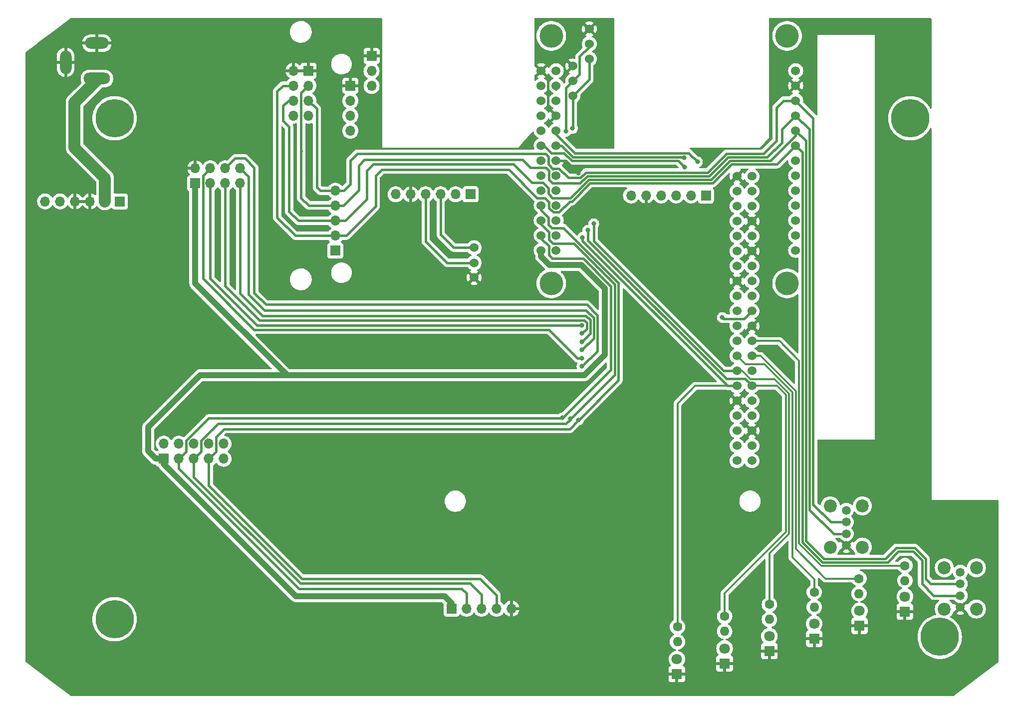
<source format=gtl>
G04 #@! TF.GenerationSoftware,KiCad,Pcbnew,6.99.0-unknown-bccc2f5792~148~ubuntu21.10.1*
G04 #@! TF.CreationDate,2022-10-30T21:35:01+01:00*
G04 #@! TF.ProjectId,AK-NW-12_Shield_OPi-PC-Zero_Nano_Pi_v1.3,414b2d4e-572d-4313-925f-536869656c64,rev?*
G04 #@! TF.SameCoordinates,Original*
G04 #@! TF.FileFunction,Copper,L1,Top*
G04 #@! TF.FilePolarity,Positive*
%FSLAX46Y46*%
G04 Gerber Fmt 4.6, Leading zero omitted, Abs format (unit mm)*
G04 Created by KiCad (PCBNEW 6.99.0-unknown-bccc2f5792~148~ubuntu21.10.1) date 2022-10-30 21:35:01*
%MOMM*%
%LPD*%
G01*
G04 APERTURE LIST*
G04 #@! TA.AperFunction,ComponentPad*
%ADD10C,1.600000*%
G04 #@! TD*
G04 #@! TA.AperFunction,ComponentPad*
%ADD11O,1.600000X1.600000*%
G04 #@! TD*
G04 #@! TA.AperFunction,ComponentPad*
%ADD12R,1.800000X1.800000*%
G04 #@! TD*
G04 #@! TA.AperFunction,ComponentPad*
%ADD13C,1.800000*%
G04 #@! TD*
G04 #@! TA.AperFunction,ComponentPad*
%ADD14R,1.700000X1.700000*%
G04 #@! TD*
G04 #@! TA.AperFunction,ComponentPad*
%ADD15O,1.700000X1.700000*%
G04 #@! TD*
G04 #@! TA.AperFunction,ComponentPad*
%ADD16C,4.000000*%
G04 #@! TD*
G04 #@! TA.AperFunction,ComponentPad*
%ADD17C,1.524000*%
G04 #@! TD*
G04 #@! TA.AperFunction,ComponentPad*
%ADD18C,2.199640*%
G04 #@! TD*
G04 #@! TA.AperFunction,ComponentPad*
%ADD19C,1.501140*%
G04 #@! TD*
G04 #@! TA.AperFunction,ComponentPad*
%ADD20O,1.998980X4.000500*%
G04 #@! TD*
G04 #@! TA.AperFunction,ComponentPad*
%ADD21O,4.000500X1.998980*%
G04 #@! TD*
G04 #@! TA.AperFunction,ComponentPad*
%ADD22O,4.500880X1.998980*%
G04 #@! TD*
G04 #@! TA.AperFunction,ViaPad*
%ADD23C,6.500000*%
G04 #@! TD*
G04 #@! TA.AperFunction,ViaPad*
%ADD24C,0.800000*%
G04 #@! TD*
G04 #@! TA.AperFunction,Conductor*
%ADD25C,0.400000*%
G04 #@! TD*
G04 #@! TA.AperFunction,Conductor*
%ADD26C,0.300000*%
G04 #@! TD*
G04 #@! TA.AperFunction,Conductor*
%ADD27C,1.000000*%
G04 #@! TD*
G04 #@! TA.AperFunction,Conductor*
%ADD28C,2.000000*%
G04 #@! TD*
G04 APERTURE END LIST*
D10*
X161000000Y-149500000D03*
D11*
X160999999Y-152039999D03*
D10*
X176200000Y-145400000D03*
D11*
X176199999Y-147939999D03*
D12*
X152899999Y-159299999D03*
D13*
X152900000Y-156760000D03*
D10*
X183800000Y-143100000D03*
D11*
X183799999Y-145639999D03*
D14*
X65849999Y-122774999D03*
D15*
X65849999Y-120234999D03*
X68389999Y-122774999D03*
X68389999Y-120234999D03*
X70929999Y-122774999D03*
X70929999Y-120234999D03*
X73469999Y-122774999D03*
X73469999Y-120234999D03*
X76009999Y-122774999D03*
X76009999Y-120234999D03*
D12*
X160999999Y-157499999D03*
D13*
X161000000Y-154960000D03*
D16*
X131601500Y-51015500D03*
X131601500Y-93015500D03*
X171601500Y-51015500D03*
X171601500Y-93015500D03*
D17*
X173061500Y-56915500D03*
X173061500Y-59455500D03*
X173061500Y-61995500D03*
X173061500Y-64535500D03*
X173061500Y-67075500D03*
X173061500Y-69615500D03*
X173061500Y-72155500D03*
X173061500Y-74695500D03*
X173061500Y-77235500D03*
X173061500Y-79775500D03*
X173061500Y-82315500D03*
X173061500Y-84855500D03*
X173061500Y-87395500D03*
X129881500Y-87395500D03*
X132421500Y-87395500D03*
X129881500Y-84855500D03*
X132421500Y-84855500D03*
X129881500Y-82315500D03*
X132421500Y-82315500D03*
X129881500Y-79775500D03*
X132421500Y-79775500D03*
X129881500Y-77235500D03*
X132421500Y-77235500D03*
X129881500Y-74695500D03*
X132421500Y-74695500D03*
X129881500Y-72155500D03*
X132421500Y-72155500D03*
X129881500Y-69615500D03*
X132421500Y-69615500D03*
X129881500Y-67075500D03*
X132421500Y-67075500D03*
X129881500Y-64535500D03*
X132421500Y-64535500D03*
X129881500Y-61995500D03*
X132421500Y-61995500D03*
X129881500Y-59455500D03*
X132421500Y-59455500D03*
X129881500Y-56915500D03*
X132421500Y-56915500D03*
X135231500Y-56137500D03*
X138041500Y-49835500D03*
X135231500Y-58677500D03*
X138041500Y-52375500D03*
X135231500Y-61217500D03*
X138041500Y-54915500D03*
D12*
X183899999Y-151099999D03*
D13*
X183900000Y-148560000D03*
D12*
X168599999Y-155399999D03*
D13*
X168600000Y-152860000D03*
D12*
X191599999Y-148699999D03*
D13*
X191600000Y-146160000D03*
D14*
X114674999Y-148199999D03*
D15*
X117214999Y-148199999D03*
X119754999Y-148199999D03*
X122294999Y-148199999D03*
X124834999Y-148199999D03*
D18*
X184370340Y-137768720D03*
X184370340Y-130771020D03*
X178929660Y-137768720D03*
X178929660Y-130771020D03*
D19*
X181650000Y-131500000D03*
X181650000Y-133498980D03*
X181650000Y-135500500D03*
X181650000Y-137499480D03*
D10*
X191600000Y-140900000D03*
D11*
X191599999Y-143439999D03*
D14*
X71199999Y-76023809D03*
D15*
X71199999Y-73483809D03*
X73739999Y-76023809D03*
X73739999Y-73483809D03*
X76279999Y-76023809D03*
X76279999Y-73483809D03*
X78819999Y-76023809D03*
X78819999Y-73483809D03*
D10*
X153000000Y-151300000D03*
D11*
X152999999Y-153839999D03*
D14*
X97509999Y-59479999D03*
D15*
X97509999Y-62019999D03*
X97509999Y-64559999D03*
X97509999Y-67099999D03*
D14*
X157824999Y-78099999D03*
D15*
X155284999Y-78099999D03*
X152744999Y-78099999D03*
X150204999Y-78099999D03*
X147664999Y-78099999D03*
X145124999Y-78099999D03*
D14*
X58419999Y-79099999D03*
D15*
X55879999Y-79099999D03*
X53339999Y-79099999D03*
X50799999Y-79099999D03*
X48259999Y-79099999D03*
X45719999Y-79099999D03*
D12*
X176199999Y-153299999D03*
D13*
X176200000Y-150760000D03*
D10*
X168600000Y-147500000D03*
D11*
X168599999Y-150039999D03*
D18*
X203720340Y-148269240D03*
X203720340Y-141271540D03*
X198279660Y-148269240D03*
X198279660Y-141271540D03*
D19*
X201000000Y-142000520D03*
X201000000Y-143999500D03*
X201000000Y-146001020D03*
X201000000Y-148000000D03*
D20*
X49199019Y-55500119D03*
D21*
X54499999Y-52248919D03*
D22*
X54499999Y-58250939D03*
D14*
X94959999Y-87459999D03*
D15*
X94959999Y-84919999D03*
X94959999Y-82379999D03*
X94959999Y-79839999D03*
X94959999Y-77299999D03*
D14*
X117899999Y-77899999D03*
D15*
X115359999Y-77899999D03*
X112819999Y-77899999D03*
X110279999Y-77899999D03*
X107739999Y-77899999D03*
X105199999Y-77899999D03*
D14*
X90403127Y-56924999D03*
D15*
X87863127Y-56924999D03*
X90403127Y-59464999D03*
X87863127Y-59464999D03*
X90403127Y-62004999D03*
X87863127Y-62004999D03*
X90403127Y-64544999D03*
X87863127Y-64544999D03*
D14*
X101103127Y-54424999D03*
D15*
X101103127Y-56964999D03*
X101103127Y-59504999D03*
D17*
X163100000Y-123100000D03*
X165640000Y-123100000D03*
X163100000Y-120560000D03*
X165640000Y-120560000D03*
X163100000Y-118020000D03*
X165640000Y-118020000D03*
X163100000Y-115480000D03*
X165640000Y-115480000D03*
X163100000Y-112940000D03*
X165640000Y-112940000D03*
X163100000Y-110400000D03*
X165640000Y-110400000D03*
X163100000Y-107860000D03*
X165640000Y-107860000D03*
X163100000Y-105320000D03*
X165640000Y-105320000D03*
X163100000Y-102780000D03*
X165640000Y-102780000D03*
X163100000Y-100240000D03*
X165640000Y-100240000D03*
X163100000Y-97700000D03*
X165640000Y-97700000D03*
X163100000Y-95160000D03*
X165640000Y-95160000D03*
X163100000Y-92620000D03*
X165640000Y-92620000D03*
X163100000Y-90080000D03*
X165640000Y-90080000D03*
X163100000Y-87540000D03*
X165640000Y-87540000D03*
X163100000Y-85000000D03*
X165640000Y-85000000D03*
X163100000Y-82460000D03*
X165640000Y-82460000D03*
X163100000Y-79920000D03*
X165640000Y-79920000D03*
X163100000Y-77380000D03*
X165640000Y-77380000D03*
X163100000Y-74840000D03*
X165640000Y-74840000D03*
X118495865Y-92031675D03*
X118495865Y-89506675D03*
X118495865Y-86956675D03*
D23*
X57500000Y-65000000D03*
X192500000Y-65000000D03*
X57500000Y-150000000D03*
X197500000Y-153000000D03*
D24*
X141500000Y-140300000D03*
X154000000Y-89100000D03*
X82600000Y-151700000D03*
X188200000Y-144400000D03*
X79000000Y-105200000D03*
X190100000Y-104300000D03*
X169800000Y-105400000D03*
X99100000Y-131200000D03*
X123800000Y-79600000D03*
X105700000Y-111700000D03*
X63500000Y-58600000D03*
X170600000Y-56400000D03*
X86000000Y-87500000D03*
X64800000Y-88600000D03*
X136200000Y-74300000D03*
X122100000Y-90600000D03*
X170500000Y-81900000D03*
X47700000Y-127100000D03*
X106500000Y-104100000D03*
X125200000Y-121900000D03*
X136000000Y-69400000D03*
X136799500Y-100100000D03*
X136799500Y-105700000D03*
X136799500Y-101500000D03*
X136799500Y-107100000D03*
X136799500Y-102900000D03*
X160600000Y-98800500D03*
X136799500Y-104300000D03*
X135200000Y-66700000D03*
X134100000Y-67200000D03*
X136200000Y-116200000D03*
X134800000Y-116000000D03*
X133500000Y-115800000D03*
X136900000Y-85200000D03*
X137800000Y-84000000D03*
X138800000Y-82900000D03*
X154200000Y-73300000D03*
X154100000Y-71700000D03*
X156400000Y-72399500D03*
D25*
X124400000Y-73700000D02*
X129200000Y-78500000D01*
X102800000Y-73700000D02*
X124400000Y-73700000D01*
X85080000Y-60420000D02*
X85080000Y-71480000D01*
X101800000Y-74700000D02*
X102800000Y-73700000D01*
X88180000Y-84920000D02*
X96780000Y-84920000D01*
X96780000Y-84920000D02*
X101800000Y-79900000D01*
X101800000Y-79900000D02*
X101800000Y-74700000D01*
X85070000Y-81810000D02*
X88180000Y-84920000D01*
X131200000Y-80197317D02*
X131940183Y-80937500D01*
X162200000Y-72800000D02*
X169877000Y-72800000D01*
X85080000Y-71480000D02*
X85070000Y-71490000D01*
X131940183Y-80937500D02*
X132902817Y-80937500D01*
X169877000Y-72800000D02*
X173061500Y-69615500D01*
X129200000Y-78500000D02*
X130500000Y-78500000D01*
X85070000Y-71490000D02*
X85070000Y-81810000D01*
X86035000Y-59465000D02*
X85080000Y-60420000D01*
X87863128Y-59465000D02*
X86035000Y-59465000D01*
X130500000Y-78500000D02*
X131200000Y-79200000D01*
X131200000Y-79200000D02*
X131200000Y-80197317D01*
X132902817Y-80937500D02*
X134740317Y-79100000D01*
X134740317Y-79100000D02*
X135076955Y-79100000D01*
X135076955Y-79100000D02*
X138176955Y-76000000D01*
X138176955Y-76000000D02*
X159000000Y-76000000D01*
X159000000Y-76000000D02*
X162200000Y-72800000D01*
X128300000Y-75900000D02*
X130189317Y-75900000D01*
X125200000Y-72800000D02*
X128300000Y-75900000D01*
X101400000Y-72800000D02*
X125200000Y-72800000D01*
X100300000Y-73900000D02*
X101400000Y-72800000D01*
X131100000Y-77800000D02*
X131800000Y-78500000D01*
X96610000Y-82390000D02*
X100300000Y-78700000D01*
X86995000Y-62005000D02*
X86100000Y-62900000D01*
X88680000Y-82390000D02*
X96610000Y-82390000D01*
X131100000Y-76810683D02*
X131100000Y-77800000D01*
X87110000Y-66420000D02*
X87110000Y-80820000D01*
X87863128Y-62005000D02*
X86995000Y-62005000D01*
X168800000Y-72200000D02*
X173061500Y-67938500D01*
X100300000Y-78700000D02*
X100300000Y-73900000D01*
X87110000Y-80820000D02*
X88680000Y-82390000D01*
X86100000Y-65410000D02*
X87110000Y-66420000D01*
X86100000Y-62900000D02*
X86100000Y-65410000D01*
X161951472Y-72200000D02*
X168800000Y-72200000D01*
X130189317Y-75900000D02*
X131100000Y-76810683D01*
X131800000Y-78500000D02*
X134828427Y-78500000D01*
X134828427Y-78500000D02*
X137928427Y-75400000D01*
X173061500Y-67938500D02*
X173061500Y-67075500D01*
X137928427Y-75400000D02*
X158751472Y-75400000D01*
X158751472Y-75400000D02*
X161951472Y-72200000D01*
X128100000Y-73400000D02*
X130700000Y-73400000D01*
X131200000Y-73900000D02*
X131200000Y-75400000D01*
X136479899Y-76000000D02*
X137679899Y-74800000D01*
X126700000Y-72000000D02*
X128100000Y-73400000D01*
X131800000Y-76000000D02*
X136479899Y-76000000D01*
X170700000Y-66897000D02*
X173061500Y-64535500D01*
X99900000Y-72000000D02*
X126700000Y-72000000D01*
X89153617Y-78513617D02*
X90430000Y-79790000D01*
X96310000Y-79790000D02*
X98900000Y-77200000D01*
X98900000Y-77200000D02*
X98900000Y-73000000D01*
X90430000Y-79790000D02*
X96310000Y-79790000D01*
X89153617Y-70586383D02*
X89153617Y-78513617D01*
X89160000Y-70580000D02*
X89153617Y-70586383D01*
X137679899Y-74800000D02*
X158400000Y-74800000D01*
X158400000Y-74800000D02*
X161606011Y-71593989D01*
X161606011Y-71593989D02*
X168206011Y-71593989D01*
X98900000Y-73000000D02*
X99900000Y-72000000D01*
X89153617Y-70573617D02*
X89160000Y-70580000D01*
X89153617Y-60714511D02*
X89153617Y-70573617D01*
X130700000Y-73400000D02*
X131200000Y-73900000D01*
X90403128Y-59465000D02*
X89153617Y-60714511D01*
X131200000Y-75400000D02*
X131800000Y-76000000D01*
X168206011Y-71593989D02*
X170700000Y-69100000D01*
X170700000Y-69100000D02*
X170700000Y-66897000D01*
X131100000Y-72800000D02*
X131886842Y-73586842D01*
X131100000Y-71500000D02*
X131100000Y-72800000D01*
X161357483Y-70993989D02*
X167606011Y-70993989D01*
X167606011Y-70993989D02*
X169800000Y-68800000D01*
X130593989Y-70993989D02*
X131100000Y-71500000D01*
X90403128Y-62005000D02*
X91820000Y-63421872D01*
X134469317Y-75100000D02*
X136531371Y-75100000D01*
X131940183Y-73533500D02*
X132902817Y-73533500D01*
X98706011Y-70993989D02*
X130593989Y-70993989D01*
X97500000Y-76200000D02*
X97500000Y-72200000D01*
X131886842Y-73586842D02*
X131940183Y-73533500D01*
X96400000Y-77300000D02*
X97500000Y-76200000D01*
X92430000Y-77300000D02*
X96400000Y-77300000D01*
X91820000Y-63421872D02*
X91820000Y-76690000D01*
X169800000Y-68800000D02*
X169800000Y-63200000D01*
X97500000Y-72200000D02*
X98706011Y-70993989D01*
X91820000Y-76690000D02*
X92430000Y-77300000D01*
X132902817Y-73533500D02*
X134469317Y-75100000D01*
X136531371Y-75100000D02*
X137431371Y-74200000D01*
X137431371Y-74200000D02*
X158151472Y-74200000D01*
X158151472Y-74200000D02*
X161357483Y-70993989D01*
X169800000Y-63200000D02*
X171004500Y-61995500D01*
X171004500Y-61995500D02*
X173061500Y-61995500D01*
X110280000Y-77900000D02*
X110280000Y-85880000D01*
X110280000Y-85880000D02*
X113906675Y-89506675D01*
X113906675Y-89506675D02*
X118495865Y-89506675D01*
X112820000Y-77900000D02*
X112820000Y-84720000D01*
X112820000Y-84720000D02*
X115056675Y-86956675D01*
X115056675Y-86956675D02*
X118495865Y-86956675D01*
X173061500Y-67075500D02*
X174822531Y-68836531D01*
X174822531Y-68836531D02*
X174822531Y-136696185D01*
X195999500Y-143999500D02*
X201000000Y-143999500D01*
X174822531Y-136696185D02*
X177876346Y-139750000D01*
X177876346Y-139750000D02*
X188250000Y-139750000D01*
X188250000Y-139750000D02*
X190100000Y-137900000D01*
X190100000Y-137900000D02*
X193248528Y-137900000D01*
X193248528Y-137900000D02*
X195100000Y-139751472D01*
X195100000Y-139751472D02*
X195100000Y-143100000D01*
X195100000Y-143100000D02*
X195999500Y-143999500D01*
X173061500Y-69615500D02*
X174223011Y-70777011D01*
X174223011Y-70777011D02*
X174223011Y-136945193D01*
X174223011Y-136945193D02*
X177627818Y-140350000D01*
X177627818Y-140350000D02*
X188650000Y-140350000D01*
X193000000Y-138500000D02*
X194500000Y-140000000D01*
X188650000Y-140350000D02*
X190500000Y-138500000D01*
X194500000Y-140000000D02*
X194500000Y-144000000D01*
X190500000Y-138500000D02*
X193000000Y-138500000D01*
X194500000Y-144000000D02*
X196501020Y-146001020D01*
X196501020Y-146001020D02*
X201000000Y-146001020D01*
D26*
X165640000Y-102780000D02*
X170280000Y-102780000D01*
X173600000Y-137100000D02*
X177400000Y-140900000D01*
X177400000Y-140900000D02*
X191600000Y-140900000D01*
X170280000Y-102780000D02*
X173600000Y-106100000D01*
X173600000Y-106100000D02*
X173600000Y-137100000D01*
X165640000Y-105320000D02*
X167120000Y-105320000D01*
X167120000Y-105320000D02*
X173100000Y-111300000D01*
X173100000Y-111300000D02*
X173100000Y-138100000D01*
X173100000Y-138100000D02*
X178100000Y-143100000D01*
X178100000Y-143100000D02*
X183800000Y-143100000D01*
X163100000Y-105320000D02*
X164528000Y-106748000D01*
X172500000Y-139500000D02*
X176200000Y-143200000D01*
X164528000Y-106748000D02*
X167748000Y-106748000D01*
X167748000Y-106748000D02*
X172500000Y-111500000D01*
X172500000Y-111500000D02*
X172500000Y-139500000D01*
X176200000Y-143200000D02*
X176200000Y-145400000D01*
D25*
X173061500Y-61995500D02*
X176021571Y-64955571D01*
X176021571Y-64955571D02*
X176021571Y-130521571D01*
X179001020Y-133498980D02*
X181650000Y-133498980D01*
X176021571Y-130521571D02*
X179000000Y-133500000D01*
X179000000Y-133500000D02*
X179001020Y-133498980D01*
X173061500Y-64535500D02*
X175422051Y-66896051D01*
X175422051Y-66896051D02*
X175422051Y-131422051D01*
X175422051Y-131422051D02*
X179500500Y-135500500D01*
X179500500Y-135500500D02*
X181650000Y-135500500D01*
X129881500Y-56915500D02*
X131043011Y-58077011D01*
X134055500Y-72155500D02*
X136200000Y-74300000D01*
X132421500Y-72155500D02*
X134055500Y-72155500D01*
X131043011Y-63157011D02*
X132421500Y-64535500D01*
X131043011Y-58077011D02*
X131043011Y-63157011D01*
D27*
X65850000Y-122775000D02*
X65850000Y-123650000D01*
X140700000Y-105100000D02*
X137200000Y-108600000D01*
X136700000Y-89900000D02*
X140700000Y-93900000D01*
X63200000Y-121500000D02*
X64475000Y-122775000D01*
X113500000Y-146100000D02*
X114675000Y-147275000D01*
X140700000Y-93900000D02*
X140700000Y-105100000D01*
X72000000Y-108600000D02*
X63200000Y-117400000D01*
X137200000Y-108600000D02*
X86800000Y-108600000D01*
X71200000Y-93000000D02*
X71200000Y-76023810D01*
X88300000Y-146100000D02*
X113500000Y-146100000D01*
X131300000Y-89900000D02*
X136700000Y-89900000D01*
X114675000Y-147275000D02*
X114675000Y-148200000D01*
X63200000Y-117400000D02*
X63200000Y-121500000D01*
X86800000Y-108600000D02*
X72000000Y-108600000D01*
X65850000Y-123650000D02*
X88300000Y-146100000D01*
X129881500Y-88481500D02*
X131300000Y-89900000D01*
X64475000Y-122775000D02*
X65850000Y-122775000D01*
X86800000Y-108600000D02*
X71200000Y-93000000D01*
X129881500Y-87395500D02*
X129881500Y-88481500D01*
D28*
X50720000Y-62300000D02*
X50720000Y-69970000D01*
X54669060Y-58350940D02*
X50720000Y-62300000D01*
X55880000Y-75130000D02*
X55880000Y-79100000D01*
X50720000Y-69970000D02*
X55880000Y-75130000D01*
D25*
X81700000Y-100100000D02*
X73740000Y-92140000D01*
X73740000Y-92140000D02*
X73740000Y-76023810D01*
X136799500Y-100100000D02*
X81700000Y-100100000D01*
X136000000Y-105700000D02*
X131200000Y-100900000D01*
X136799500Y-105700000D02*
X136000000Y-105700000D01*
X81200000Y-100900000D02*
X72490489Y-92190489D01*
X72490489Y-92190489D02*
X72490489Y-74733321D01*
X131200000Y-100900000D02*
X81200000Y-100900000D01*
X72490489Y-74733321D02*
X73740000Y-73483810D01*
X82100000Y-99300000D02*
X76280000Y-93480000D01*
X76280000Y-93480000D02*
X76280000Y-76023810D01*
X137599011Y-100700489D02*
X137599011Y-99699011D01*
X137200000Y-99300000D02*
X82100000Y-99300000D01*
X136799500Y-101500000D02*
X137599011Y-100700489D01*
X137599011Y-99699011D02*
X137200000Y-99300000D01*
X81200000Y-94600000D02*
X81200000Y-73400000D01*
X139397571Y-104501929D02*
X139397571Y-98397571D01*
X77963810Y-71800000D02*
X76280000Y-73483810D01*
X79600000Y-71800000D02*
X77963810Y-71800000D01*
X137600000Y-96600000D02*
X83200000Y-96600000D01*
X81200000Y-73400000D02*
X79600000Y-71800000D01*
X139397571Y-98397571D02*
X137600000Y-96600000D01*
X83200000Y-96600000D02*
X81200000Y-94600000D01*
X136799500Y-107100000D02*
X139397571Y-104501929D01*
X138198531Y-101500969D02*
X138198531Y-99198531D01*
X160799500Y-99000000D02*
X164340000Y-99000000D01*
X138198531Y-99198531D02*
X137500000Y-98500000D01*
X137500000Y-98500000D02*
X82600000Y-98500000D01*
X82600000Y-98500000D02*
X78820000Y-94720000D01*
X164340000Y-99000000D02*
X165640000Y-97700000D01*
X78820000Y-94720000D02*
X78820000Y-76023810D01*
X160600000Y-98800500D02*
X160799500Y-99000000D01*
X136799500Y-102900000D02*
X138198531Y-101500969D01*
X82900000Y-97600000D02*
X80200000Y-94900000D01*
X136799500Y-104300000D02*
X138798051Y-102301449D01*
X80200000Y-74863810D02*
X78820000Y-73483810D01*
X137500000Y-97600000D02*
X82900000Y-97600000D01*
X132421500Y-60050126D02*
X132421500Y-59455500D01*
X138798051Y-98898051D02*
X137500000Y-97600000D01*
X138798051Y-102301449D02*
X138798051Y-98898051D01*
X80200000Y-94900000D02*
X80200000Y-74863810D01*
X135231500Y-66668500D02*
X135231500Y-61217500D01*
X135231500Y-61217500D02*
X138041500Y-58407500D01*
X135200000Y-66700000D02*
X135231500Y-66668500D01*
X138041500Y-58407500D02*
X138041500Y-55415500D01*
X136393011Y-57515989D02*
X136393011Y-54523989D01*
X134069989Y-67169989D02*
X134069989Y-59839011D01*
X134100000Y-67200000D02*
X134069989Y-67169989D01*
X135231500Y-58677500D02*
X136393011Y-57515989D01*
X134069989Y-59839011D02*
X135231500Y-58677500D01*
X136393011Y-54523989D02*
X138041500Y-52875500D01*
X76100000Y-117700000D02*
X74720000Y-119080000D01*
X136238510Y-116200000D02*
X143000000Y-109438510D01*
X119500000Y-143100000D02*
X122295000Y-145895000D01*
X143000000Y-92951472D02*
X133648528Y-83600000D01*
X143000000Y-109438510D02*
X143000000Y-92951472D01*
X122295000Y-145895000D02*
X122295000Y-148200000D01*
X129881500Y-80581500D02*
X129881500Y-79775500D01*
X74720000Y-121525000D02*
X73470000Y-122775000D01*
X136200000Y-116238510D02*
X134738510Y-117700000D01*
X73470000Y-127270000D02*
X89300000Y-143100000D01*
X89300000Y-143100000D02*
X119500000Y-143100000D01*
X131100000Y-83000000D02*
X131100000Y-81800000D01*
X133648528Y-83600000D02*
X131700000Y-83600000D01*
X131100000Y-81800000D02*
X129881500Y-80581500D01*
X73470000Y-122775000D02*
X73470000Y-127270000D01*
X136200000Y-116200000D02*
X136200000Y-116238510D01*
X74720000Y-119080000D02*
X74720000Y-121525000D01*
X136200000Y-116200000D02*
X136238510Y-116200000D01*
X134738510Y-117700000D02*
X76100000Y-117700000D01*
X131700000Y-83600000D02*
X131100000Y-83000000D01*
X72180000Y-121525000D02*
X70930000Y-122775000D01*
X72180000Y-119720000D02*
X72180000Y-121525000D01*
X142400000Y-108500500D02*
X142400000Y-93200000D01*
X131200000Y-85600000D02*
X131200000Y-84300000D01*
X135433500Y-86233500D02*
X131833500Y-86233500D01*
X117800000Y-143900000D02*
X119755000Y-145855000D01*
X134800000Y-116000000D02*
X134800000Y-116100500D01*
X75100000Y-116800000D02*
X72180000Y-119720000D01*
X89000000Y-143900000D02*
X117800000Y-143900000D01*
X131200000Y-84300000D02*
X129881500Y-82981500D01*
X134800000Y-116000000D02*
X134900500Y-116000000D01*
X131833500Y-86233500D02*
X131200000Y-85600000D01*
X129881500Y-82981500D02*
X129881500Y-82315500D01*
X134100500Y-116800000D02*
X75100000Y-116800000D01*
X134800000Y-116100500D02*
X134100500Y-116800000D01*
X70930000Y-125830000D02*
X89000000Y-143900000D01*
X70930000Y-122775000D02*
X70930000Y-125830000D01*
X119755000Y-145855000D02*
X119755000Y-148200000D01*
X134900500Y-116000000D02*
X142400000Y-108500500D01*
X142400000Y-93200000D02*
X135433500Y-86233500D01*
X68390000Y-122775000D02*
X68390000Y-124390000D01*
X137000000Y-88800000D02*
X131800000Y-88800000D01*
X68390000Y-124390000D02*
X88800000Y-144800000D01*
X131800000Y-88800000D02*
X131200000Y-88200000D01*
X133400000Y-115900000D02*
X73457233Y-115900000D01*
X69640000Y-119717233D02*
X69640000Y-121525000D01*
X141700000Y-107700500D02*
X141700000Y-93500000D01*
X133500000Y-115800000D02*
X133600500Y-115800000D01*
X129881500Y-85381500D02*
X129881500Y-84855500D01*
X116400000Y-144800000D02*
X117215000Y-145615000D01*
X131200000Y-88200000D02*
X131200000Y-86700000D01*
X131200000Y-86700000D02*
X129881500Y-85381500D01*
X133600500Y-115800000D02*
X141700000Y-107700500D01*
X133500000Y-115800000D02*
X133400000Y-115900000D01*
X69640000Y-121525000D02*
X68390000Y-122775000D01*
X117215000Y-145615000D02*
X117215000Y-148200000D01*
X88800000Y-144800000D02*
X116400000Y-144800000D01*
X73457233Y-115900000D02*
X69640000Y-119717233D01*
X141700000Y-93500000D02*
X137000000Y-88800000D01*
D26*
X156000000Y-110400000D02*
X153000000Y-113400000D01*
D25*
X161500000Y-110400000D02*
X163100000Y-110400000D01*
D26*
X153000000Y-113400000D02*
X153000000Y-151300000D01*
D25*
X136900000Y-85200000D02*
X136900000Y-85800000D01*
D26*
X163100000Y-110400000D02*
X156000000Y-110400000D01*
D25*
X136900000Y-85800000D02*
X161500000Y-110400000D01*
X137800000Y-84000000D02*
X137800000Y-85700000D01*
D26*
X171400000Y-135200000D02*
X161000000Y-145600000D01*
X171400000Y-111900000D02*
X171400000Y-135200000D01*
D25*
X164440000Y-109200000D02*
X165640000Y-110400000D01*
D26*
X165640000Y-110400000D02*
X169900000Y-110400000D01*
D25*
X137800000Y-85700000D02*
X161300000Y-109200000D01*
D26*
X161000000Y-145600000D02*
X161000000Y-149500000D01*
X169900000Y-110400000D02*
X171400000Y-111900000D01*
D25*
X161300000Y-109200000D02*
X164440000Y-109200000D01*
D26*
X171900000Y-111692894D02*
X171900000Y-135500000D01*
X165388000Y-109288000D02*
X169495106Y-109288000D01*
X171900000Y-135500000D02*
X168600000Y-138800000D01*
X163960000Y-107860000D02*
X165388000Y-109288000D01*
X169495106Y-109288000D02*
X171900000Y-111692894D01*
X163100000Y-107860000D02*
X163960000Y-107860000D01*
D25*
X160808528Y-107860000D02*
X163100000Y-107860000D01*
D26*
X168600000Y-138800000D02*
X168600000Y-147500000D01*
D25*
X138800000Y-85851472D02*
X160808528Y-107860000D01*
X138800000Y-82900000D02*
X138800000Y-85851472D01*
X153100000Y-72200000D02*
X154200000Y-73300000D01*
X129881500Y-69615500D02*
X130315500Y-69615500D01*
X133751472Y-70900000D02*
X135051472Y-72200000D01*
X131600000Y-70900000D02*
X133751472Y-70900000D01*
X135051472Y-72200000D02*
X153100000Y-72200000D01*
X130315500Y-69615500D02*
X131600000Y-70900000D01*
X133315500Y-69615500D02*
X132421500Y-69615500D01*
X154100000Y-71700000D02*
X154000000Y-71600000D01*
X154000000Y-71600000D02*
X135300000Y-71600000D01*
X135300000Y-71600000D02*
X133315500Y-69615500D01*
X156400000Y-72399500D02*
X154900500Y-70900000D01*
X154900500Y-70900000D02*
X135600000Y-70900000D01*
X135600000Y-70900000D02*
X132421500Y-67721500D01*
X132421500Y-67721500D02*
X132421500Y-67075500D01*
G04 #@! TA.AperFunction,Conductor*
G36*
X102841621Y-48020502D02*
G01*
X102888114Y-48074158D01*
X102899500Y-48126500D01*
X102899500Y-69999901D01*
X102899459Y-70000000D01*
X102899500Y-70000099D01*
X102899617Y-70000383D01*
X102900000Y-70000541D01*
X102900099Y-70000500D01*
X125999913Y-70000500D01*
X126000028Y-70000541D01*
X126000200Y-70000458D01*
X126000383Y-70000383D01*
X126000430Y-70000269D01*
X126739299Y-69179304D01*
X128426164Y-67305010D01*
X128486602Y-67267757D01*
X128557586Y-67269093D01*
X128616579Y-67308594D01*
X128641525Y-67356688D01*
X128658863Y-67421391D01*
X128678266Y-67493803D01*
X128683060Y-67511696D01*
X128685382Y-67516677D01*
X128685383Y-67516678D01*
X128774686Y-67708190D01*
X128774689Y-67708195D01*
X128777012Y-67713177D01*
X128848313Y-67815005D01*
X128898493Y-67886669D01*
X128904523Y-67895281D01*
X129061719Y-68052477D01*
X129066227Y-68055634D01*
X129066230Y-68055636D01*
X129081187Y-68066109D01*
X129243823Y-68179988D01*
X129248805Y-68182311D01*
X129248810Y-68182314D01*
X129353873Y-68231305D01*
X129407158Y-68278222D01*
X129426619Y-68346499D01*
X129406077Y-68414459D01*
X129353873Y-68459695D01*
X129248811Y-68508686D01*
X129248806Y-68508689D01*
X129243824Y-68511012D01*
X129239317Y-68514168D01*
X129239315Y-68514169D01*
X129066230Y-68635364D01*
X129066227Y-68635366D01*
X129061719Y-68638523D01*
X128904523Y-68795719D01*
X128777012Y-68977824D01*
X128774689Y-68982806D01*
X128774686Y-68982811D01*
X128725695Y-69087873D01*
X128683060Y-69179304D01*
X128625522Y-69394037D01*
X128606147Y-69615500D01*
X128625522Y-69836963D01*
X128626946Y-69842276D01*
X128669280Y-70000267D01*
X128683060Y-70051696D01*
X128685382Y-70056677D01*
X128685383Y-70056678D01*
X128708494Y-70106239D01*
X128719155Y-70176430D01*
X128690175Y-70241243D01*
X128630756Y-70280100D01*
X128594299Y-70285489D01*
X98731229Y-70285489D01*
X98723621Y-70285259D01*
X98670526Y-70282047D01*
X98670524Y-70282047D01*
X98662918Y-70281587D01*
X98655421Y-70282961D01*
X98655419Y-70282961D01*
X98603091Y-70292550D01*
X98595568Y-70293695D01*
X98542778Y-70300105D01*
X98542777Y-70300105D01*
X98535210Y-70301024D01*
X98525674Y-70304641D01*
X98503717Y-70310761D01*
X98493682Y-70312600D01*
X98486734Y-70315727D01*
X98486731Y-70315728D01*
X98438231Y-70337557D01*
X98431197Y-70340470D01*
X98381466Y-70359330D01*
X98381459Y-70359334D01*
X98374336Y-70362035D01*
X98365942Y-70367829D01*
X98346085Y-70379028D01*
X98343740Y-70380083D01*
X98343734Y-70380087D01*
X98336785Y-70383214D01*
X98330785Y-70387915D01*
X98288911Y-70420721D01*
X98282781Y-70425231D01*
X98255118Y-70444326D01*
X98232738Y-70459774D01*
X98227687Y-70465476D01*
X98227683Y-70465479D01*
X98192400Y-70505306D01*
X98187183Y-70510847D01*
X97016858Y-71681172D01*
X97011317Y-71686389D01*
X96971490Y-71721672D01*
X96971487Y-71721676D01*
X96965785Y-71726727D01*
X96961453Y-71733003D01*
X96931242Y-71776770D01*
X96926732Y-71782900D01*
X96889225Y-71830774D01*
X96886098Y-71837723D01*
X96886094Y-71837729D01*
X96885039Y-71840074D01*
X96873840Y-71859931D01*
X96868046Y-71868325D01*
X96865345Y-71875448D01*
X96865341Y-71875455D01*
X96846481Y-71925186D01*
X96843568Y-71932220D01*
X96826906Y-71969241D01*
X96818611Y-71987671D01*
X96816772Y-71997706D01*
X96810652Y-72019663D01*
X96807035Y-72029199D01*
X96806116Y-72036766D01*
X96806116Y-72036767D01*
X96799706Y-72089557D01*
X96798561Y-72097080D01*
X96793388Y-72125310D01*
X96787598Y-72156907D01*
X96788058Y-72164513D01*
X96788058Y-72164515D01*
X96791270Y-72217610D01*
X96791500Y-72225218D01*
X96791500Y-75854340D01*
X96771498Y-75922461D01*
X96754595Y-75943435D01*
X96223656Y-76474374D01*
X96161344Y-76508400D01*
X96090529Y-76503335D01*
X96036194Y-76463454D01*
X96035722Y-76462732D01*
X95883240Y-76297094D01*
X95829626Y-76255364D01*
X95709689Y-76162012D01*
X95709687Y-76162010D01*
X95705576Y-76158811D01*
X95613025Y-76108725D01*
X95512159Y-76054139D01*
X95512156Y-76054138D01*
X95507574Y-76051658D01*
X95294635Y-75978556D01*
X95289501Y-75977699D01*
X95289496Y-75977698D01*
X95077706Y-75942357D01*
X95077704Y-75942357D01*
X95072569Y-75941500D01*
X94847431Y-75941500D01*
X94842296Y-75942357D01*
X94842294Y-75942357D01*
X94630504Y-75977698D01*
X94630499Y-75977699D01*
X94625365Y-75978556D01*
X94412426Y-76051658D01*
X94407844Y-76054138D01*
X94407841Y-76054139D01*
X94306975Y-76108725D01*
X94214424Y-76158811D01*
X94210313Y-76162010D01*
X94210311Y-76162012D01*
X94090374Y-76255364D01*
X94036760Y-76297094D01*
X94033228Y-76300931D01*
X93887806Y-76458899D01*
X93887803Y-76458903D01*
X93884278Y-76462732D01*
X93839236Y-76531675D01*
X93837445Y-76534416D01*
X93783441Y-76580504D01*
X93731962Y-76591500D01*
X92775660Y-76591500D01*
X92707539Y-76571498D01*
X92686565Y-76554595D01*
X92565405Y-76433435D01*
X92531379Y-76371123D01*
X92528500Y-76344340D01*
X92528500Y-67100000D01*
X96146844Y-67100000D01*
X96147274Y-67105189D01*
X96164129Y-67308594D01*
X96165436Y-67324368D01*
X96166717Y-67329426D01*
X96166717Y-67329427D01*
X96214136Y-67516678D01*
X96220704Y-67542616D01*
X96233715Y-67572279D01*
X96302771Y-67729711D01*
X96311140Y-67748791D01*
X96434278Y-67937268D01*
X96437803Y-67941097D01*
X96437806Y-67941101D01*
X96520672Y-68031116D01*
X96586760Y-68102906D01*
X96590879Y-68106112D01*
X96594360Y-68108821D01*
X96764424Y-68241189D01*
X96769005Y-68243668D01*
X96878660Y-68303010D01*
X96962426Y-68348342D01*
X97175365Y-68421444D01*
X97180499Y-68422301D01*
X97180504Y-68422302D01*
X97392294Y-68457643D01*
X97392296Y-68457643D01*
X97397431Y-68458500D01*
X97622569Y-68458500D01*
X97627704Y-68457643D01*
X97627706Y-68457643D01*
X97839496Y-68422302D01*
X97839501Y-68422301D01*
X97844635Y-68421444D01*
X98057574Y-68348342D01*
X98141341Y-68303010D01*
X98250995Y-68243668D01*
X98255576Y-68241189D01*
X98425641Y-68108821D01*
X98429121Y-68106112D01*
X98433240Y-68102906D01*
X98499328Y-68031116D01*
X98582194Y-67941101D01*
X98582197Y-67941097D01*
X98585722Y-67937268D01*
X98708860Y-67748791D01*
X98717230Y-67729711D01*
X98786285Y-67572279D01*
X98799296Y-67542616D01*
X98805865Y-67516678D01*
X98853283Y-67329427D01*
X98853283Y-67329426D01*
X98854564Y-67324368D01*
X98855872Y-67308594D01*
X98872726Y-67105189D01*
X98873156Y-67100000D01*
X98864160Y-66991436D01*
X98854995Y-66880828D01*
X98854994Y-66880823D01*
X98854564Y-66875632D01*
X98853283Y-66870573D01*
X98800578Y-66662446D01*
X98800578Y-66662445D01*
X98799296Y-66657384D01*
X98768509Y-66587196D01*
X98710954Y-66455982D01*
X98710952Y-66455978D01*
X98708860Y-66451209D01*
X98704950Y-66445223D01*
X98588573Y-66267096D01*
X98585722Y-66262732D01*
X98582197Y-66258903D01*
X98582194Y-66258899D01*
X98436772Y-66100931D01*
X98433240Y-66097094D01*
X98392479Y-66065368D01*
X98259689Y-65962012D01*
X98259687Y-65962010D01*
X98255576Y-65958811D01*
X98222320Y-65940814D01*
X98171929Y-65890801D01*
X98156577Y-65821484D01*
X98181137Y-65754871D01*
X98222320Y-65719186D01*
X98250995Y-65703668D01*
X98255576Y-65701189D01*
X98268630Y-65691029D01*
X98429121Y-65566112D01*
X98433240Y-65562906D01*
X98483251Y-65508580D01*
X98582194Y-65401101D01*
X98582197Y-65401097D01*
X98585722Y-65397268D01*
X98665964Y-65274448D01*
X98706008Y-65213157D01*
X98706010Y-65213153D01*
X98708860Y-65208791D01*
X98722505Y-65177685D01*
X98796386Y-65009250D01*
X98799296Y-65002616D01*
X98843405Y-64828436D01*
X98853283Y-64789427D01*
X98853283Y-64789426D01*
X98854564Y-64784368D01*
X98856208Y-64764535D01*
X98872726Y-64565189D01*
X98873156Y-64560000D01*
X98870332Y-64525920D01*
X98854995Y-64340828D01*
X98854994Y-64340823D01*
X98854564Y-64335632D01*
X98850483Y-64319516D01*
X98800578Y-64122446D01*
X98800578Y-64122445D01*
X98799296Y-64117384D01*
X98708860Y-63911209D01*
X98703536Y-63903059D01*
X98588573Y-63727096D01*
X98585722Y-63722732D01*
X98582197Y-63718903D01*
X98582194Y-63718899D01*
X98436772Y-63560931D01*
X98433240Y-63557094D01*
X98331029Y-63477539D01*
X98259689Y-63422012D01*
X98259687Y-63422010D01*
X98255576Y-63418811D01*
X98222320Y-63400814D01*
X98171929Y-63350801D01*
X98156577Y-63281484D01*
X98181137Y-63214871D01*
X98222320Y-63179186D01*
X98225364Y-63177539D01*
X98255576Y-63161189D01*
X98261078Y-63156907D01*
X98429121Y-63026112D01*
X98433240Y-63022906D01*
X98519926Y-62928741D01*
X98582194Y-62861101D01*
X98582197Y-62861097D01*
X98585722Y-62857268D01*
X98638314Y-62776770D01*
X98706008Y-62673157D01*
X98706010Y-62673153D01*
X98708860Y-62668791D01*
X98722505Y-62637685D01*
X98796126Y-62469842D01*
X98799296Y-62462616D01*
X98832759Y-62330476D01*
X98853283Y-62249427D01*
X98853283Y-62249426D01*
X98854564Y-62244368D01*
X98856238Y-62224175D01*
X98872726Y-62025189D01*
X98873156Y-62020000D01*
X98859049Y-61849757D01*
X98854995Y-61800828D01*
X98854994Y-61800823D01*
X98854564Y-61795632D01*
X98851263Y-61782597D01*
X98800578Y-61582446D01*
X98800578Y-61582445D01*
X98799296Y-61577384D01*
X98752183Y-61469977D01*
X98710954Y-61375982D01*
X98710952Y-61375978D01*
X98708860Y-61371209D01*
X98703374Y-61362811D01*
X98588573Y-61187096D01*
X98585722Y-61182732D01*
X98582197Y-61178903D01*
X98582194Y-61178899D01*
X98442159Y-61026783D01*
X98410738Y-60963118D01*
X98418725Y-60892572D01*
X98463583Y-60837543D01*
X98490827Y-60823389D01*
X98597522Y-60783594D01*
X98613176Y-60775046D01*
X98715693Y-60698302D01*
X98728302Y-60685693D01*
X98805046Y-60583176D01*
X98813595Y-60567520D01*
X98858741Y-60446478D01*
X98862338Y-60431257D01*
X98867640Y-60381938D01*
X98868000Y-60375223D01*
X98868000Y-59752115D01*
X98863525Y-59736876D01*
X98862135Y-59735671D01*
X98854452Y-59734000D01*
X96170115Y-59734000D01*
X96154876Y-59738475D01*
X96153671Y-59739865D01*
X96152000Y-59747548D01*
X96152000Y-60375223D01*
X96152360Y-60381938D01*
X96157662Y-60431257D01*
X96161259Y-60446478D01*
X96206405Y-60567520D01*
X96214954Y-60583176D01*
X96291698Y-60685693D01*
X96304307Y-60698302D01*
X96406824Y-60775046D01*
X96422478Y-60783594D01*
X96529173Y-60823389D01*
X96586008Y-60865936D01*
X96610819Y-60932456D01*
X96595727Y-61001831D01*
X96577841Y-61026783D01*
X96437806Y-61178899D01*
X96437803Y-61178903D01*
X96434278Y-61182732D01*
X96431427Y-61187096D01*
X96316627Y-61362811D01*
X96311140Y-61371209D01*
X96309048Y-61375978D01*
X96309046Y-61375982D01*
X96267817Y-61469977D01*
X96220704Y-61577384D01*
X96219422Y-61582445D01*
X96219422Y-61582446D01*
X96168737Y-61782597D01*
X96165436Y-61795632D01*
X96165006Y-61800823D01*
X96165005Y-61800828D01*
X96160951Y-61849757D01*
X96146844Y-62020000D01*
X96147274Y-62025189D01*
X96163763Y-62224175D01*
X96165436Y-62244368D01*
X96166717Y-62249426D01*
X96166717Y-62249427D01*
X96187242Y-62330476D01*
X96220704Y-62462616D01*
X96223874Y-62469842D01*
X96297496Y-62637685D01*
X96311140Y-62668791D01*
X96313990Y-62673153D01*
X96313992Y-62673157D01*
X96381686Y-62776770D01*
X96434278Y-62857268D01*
X96437803Y-62861097D01*
X96437806Y-62861101D01*
X96500074Y-62928741D01*
X96586760Y-63022906D01*
X96590879Y-63026112D01*
X96758923Y-63156907D01*
X96764424Y-63161189D01*
X96794637Y-63177539D01*
X96797680Y-63179186D01*
X96848071Y-63229199D01*
X96863423Y-63298516D01*
X96838863Y-63365129D01*
X96797681Y-63400813D01*
X96764424Y-63418811D01*
X96760313Y-63422010D01*
X96760311Y-63422012D01*
X96688971Y-63477539D01*
X96586760Y-63557094D01*
X96583228Y-63560931D01*
X96437806Y-63718899D01*
X96437803Y-63718903D01*
X96434278Y-63722732D01*
X96431427Y-63727096D01*
X96316465Y-63903059D01*
X96311140Y-63911209D01*
X96220704Y-64117384D01*
X96219422Y-64122445D01*
X96219422Y-64122446D01*
X96169517Y-64319516D01*
X96165436Y-64335632D01*
X96165006Y-64340823D01*
X96165005Y-64340828D01*
X96149668Y-64525920D01*
X96146844Y-64560000D01*
X96147274Y-64565189D01*
X96163793Y-64764535D01*
X96165436Y-64784368D01*
X96166717Y-64789426D01*
X96166717Y-64789427D01*
X96176596Y-64828436D01*
X96220704Y-65002616D01*
X96223614Y-65009250D01*
X96297496Y-65177685D01*
X96311140Y-65208791D01*
X96313990Y-65213153D01*
X96313992Y-65213157D01*
X96354036Y-65274448D01*
X96434278Y-65397268D01*
X96437803Y-65401097D01*
X96437806Y-65401101D01*
X96536749Y-65508580D01*
X96586760Y-65562906D01*
X96590879Y-65566112D01*
X96751371Y-65691029D01*
X96764424Y-65701189D01*
X96769005Y-65703668D01*
X96797680Y-65719186D01*
X96848071Y-65769199D01*
X96863423Y-65838516D01*
X96838863Y-65905129D01*
X96797681Y-65940813D01*
X96764424Y-65958811D01*
X96760313Y-65962010D01*
X96760311Y-65962012D01*
X96627521Y-66065368D01*
X96586760Y-66097094D01*
X96583228Y-66100931D01*
X96437806Y-66258899D01*
X96437803Y-66258903D01*
X96434278Y-66262732D01*
X96431427Y-66267096D01*
X96315051Y-66445223D01*
X96311140Y-66451209D01*
X96309048Y-66455978D01*
X96309046Y-66455982D01*
X96251491Y-66587196D01*
X96220704Y-66657384D01*
X96219422Y-66662445D01*
X96219422Y-66662446D01*
X96166717Y-66870573D01*
X96165436Y-66875632D01*
X96165006Y-66880823D01*
X96165005Y-66880828D01*
X96155840Y-66991436D01*
X96146844Y-67100000D01*
X92528500Y-67100000D01*
X92528500Y-63447095D01*
X92528730Y-63439488D01*
X92531942Y-63386387D01*
X92531942Y-63386386D01*
X92532402Y-63378780D01*
X92531028Y-63371281D01*
X92521439Y-63318954D01*
X92520294Y-63311431D01*
X92513884Y-63258638D01*
X92513884Y-63258636D01*
X92512965Y-63251071D01*
X92509348Y-63241535D01*
X92503228Y-63219578D01*
X92501389Y-63209543D01*
X92476415Y-63154054D01*
X92473525Y-63147077D01*
X92451954Y-63090197D01*
X92447618Y-63083915D01*
X92446158Y-63081799D01*
X92434960Y-63061946D01*
X92433902Y-63059594D01*
X92433900Y-63059591D01*
X92430775Y-63052647D01*
X92393271Y-63004777D01*
X92388760Y-62998646D01*
X92358546Y-62954873D01*
X92358544Y-62954871D01*
X92354215Y-62948599D01*
X92348513Y-62943548D01*
X92348510Y-62943544D01*
X92308683Y-62908261D01*
X92303142Y-62903044D01*
X91774428Y-62374330D01*
X91740402Y-62312018D01*
X91741378Y-62254307D01*
X91746411Y-62234428D01*
X91746412Y-62234424D01*
X91747692Y-62229368D01*
X91766284Y-62005000D01*
X91753420Y-61849757D01*
X91748123Y-61785828D01*
X91748122Y-61785823D01*
X91747692Y-61780632D01*
X91746411Y-61775573D01*
X91693706Y-61567446D01*
X91693706Y-61567445D01*
X91692424Y-61562384D01*
X91652859Y-61472184D01*
X91604082Y-61360982D01*
X91604080Y-61360978D01*
X91601988Y-61356209D01*
X91592695Y-61341984D01*
X91488650Y-61182732D01*
X91478850Y-61167732D01*
X91475325Y-61163903D01*
X91475322Y-61163899D01*
X91347124Y-61024641D01*
X91326368Y-61002094D01*
X91291897Y-60975264D01*
X91152817Y-60867012D01*
X91152815Y-60867010D01*
X91148704Y-60863811D01*
X91115448Y-60845814D01*
X91065057Y-60795801D01*
X91049705Y-60726484D01*
X91074265Y-60659871D01*
X91115448Y-60624186D01*
X91144123Y-60608668D01*
X91148704Y-60606189D01*
X91198386Y-60567520D01*
X91322249Y-60471112D01*
X91326368Y-60467906D01*
X91410139Y-60376907D01*
X91475322Y-60306101D01*
X91475325Y-60306097D01*
X91478850Y-60302268D01*
X91519746Y-60239672D01*
X91599136Y-60118157D01*
X91599138Y-60118153D01*
X91601988Y-60113791D01*
X91613159Y-60088325D01*
X91672783Y-59952394D01*
X91692424Y-59907616D01*
X91696456Y-59891696D01*
X91746411Y-59694427D01*
X91746411Y-59694426D01*
X91747692Y-59689368D01*
X91749182Y-59671396D01*
X91762970Y-59505000D01*
X99739972Y-59505000D01*
X99740402Y-59510189D01*
X99755669Y-59694427D01*
X99758564Y-59729368D01*
X99759845Y-59734426D01*
X99759845Y-59734427D01*
X99804913Y-59912394D01*
X99813832Y-59947616D01*
X99829659Y-59983699D01*
X99902053Y-60148741D01*
X99904268Y-60153791D01*
X99907118Y-60158153D01*
X99907120Y-60158157D01*
X99980694Y-60270770D01*
X100027406Y-60342268D01*
X100030931Y-60346097D01*
X100030934Y-60346101D01*
X100109327Y-60431257D01*
X100179888Y-60507906D01*
X100184007Y-60511112D01*
X100312734Y-60611305D01*
X100357552Y-60646189D01*
X100362133Y-60648668D01*
X100530017Y-60739522D01*
X100555554Y-60753342D01*
X100768493Y-60826444D01*
X100773627Y-60827301D01*
X100773632Y-60827302D01*
X100985422Y-60862643D01*
X100985424Y-60862643D01*
X100990559Y-60863500D01*
X101215697Y-60863500D01*
X101220832Y-60862643D01*
X101220834Y-60862643D01*
X101432624Y-60827302D01*
X101432629Y-60827301D01*
X101437763Y-60826444D01*
X101650702Y-60753342D01*
X101676240Y-60739522D01*
X101844123Y-60648668D01*
X101848704Y-60646189D01*
X101893523Y-60611305D01*
X102022249Y-60511112D01*
X102026368Y-60507906D01*
X102096929Y-60431257D01*
X102175322Y-60346101D01*
X102175325Y-60346097D01*
X102178850Y-60342268D01*
X102225562Y-60270770D01*
X102299136Y-60158157D01*
X102299138Y-60158153D01*
X102301988Y-60153791D01*
X102304204Y-60148741D01*
X102376597Y-59983699D01*
X102392424Y-59947616D01*
X102401344Y-59912394D01*
X102446411Y-59734427D01*
X102446411Y-59734426D01*
X102447692Y-59729368D01*
X102450588Y-59694427D01*
X102465854Y-59510189D01*
X102466284Y-59505000D01*
X102462976Y-59465080D01*
X102448123Y-59285828D01*
X102448122Y-59285823D01*
X102447692Y-59280632D01*
X102446411Y-59275573D01*
X102393706Y-59067446D01*
X102393706Y-59067445D01*
X102392424Y-59062384D01*
X102358063Y-58984048D01*
X102304082Y-58860982D01*
X102304080Y-58860978D01*
X102301988Y-58856209D01*
X102298647Y-58851094D01*
X102181701Y-58672096D01*
X102178850Y-58667732D01*
X102175325Y-58663903D01*
X102175322Y-58663899D01*
X102065444Y-58544541D01*
X102026368Y-58502094D01*
X101950426Y-58442985D01*
X101852817Y-58367012D01*
X101852815Y-58367010D01*
X101848704Y-58363811D01*
X101815448Y-58345814D01*
X101765057Y-58295801D01*
X101749705Y-58226484D01*
X101774265Y-58159871D01*
X101815448Y-58124186D01*
X101818823Y-58122360D01*
X101848704Y-58106189D01*
X101877340Y-58083901D01*
X102022249Y-57971112D01*
X102026368Y-57967906D01*
X102096726Y-57891478D01*
X102175322Y-57806101D01*
X102175325Y-57806097D01*
X102178850Y-57802268D01*
X102232059Y-57720825D01*
X102299136Y-57618157D01*
X102299138Y-57618153D01*
X102301988Y-57613791D01*
X102304911Y-57607129D01*
X102390328Y-57412394D01*
X102392424Y-57407616D01*
X102409561Y-57339946D01*
X102446411Y-57194427D01*
X102446411Y-57194426D01*
X102447692Y-57189368D01*
X102448552Y-57179000D01*
X102465854Y-56970189D01*
X102466284Y-56965000D01*
X102462182Y-56915500D01*
X102448123Y-56745828D01*
X102448122Y-56745823D01*
X102447692Y-56740632D01*
X102432743Y-56681600D01*
X102393706Y-56527446D01*
X102393706Y-56527445D01*
X102392424Y-56522384D01*
X102301988Y-56316209D01*
X102274130Y-56273568D01*
X102184492Y-56136368D01*
X102178850Y-56127732D01*
X102175325Y-56123903D01*
X102175322Y-56123899D01*
X102088552Y-56029643D01*
X102035286Y-55971782D01*
X102003866Y-55908118D01*
X102011853Y-55837572D01*
X102056711Y-55782543D01*
X102083955Y-55768389D01*
X102190650Y-55728594D01*
X102206304Y-55720046D01*
X102308821Y-55643302D01*
X102321430Y-55630693D01*
X102398174Y-55528176D01*
X102406723Y-55512520D01*
X102451869Y-55391478D01*
X102455466Y-55376257D01*
X102460768Y-55326938D01*
X102461128Y-55320223D01*
X102461128Y-54697115D01*
X102456653Y-54681876D01*
X102455263Y-54680671D01*
X102447580Y-54679000D01*
X99763243Y-54679000D01*
X99748004Y-54683475D01*
X99746799Y-54684865D01*
X99745128Y-54692548D01*
X99745128Y-55320223D01*
X99745488Y-55326938D01*
X99750790Y-55376257D01*
X99754387Y-55391478D01*
X99799533Y-55512520D01*
X99808082Y-55528176D01*
X99884826Y-55630693D01*
X99897435Y-55643302D01*
X99999952Y-55720046D01*
X100015606Y-55728594D01*
X100122301Y-55768389D01*
X100179136Y-55810936D01*
X100203947Y-55877456D01*
X100188855Y-55946831D01*
X100170971Y-55971781D01*
X100117704Y-56029643D01*
X100030934Y-56123899D01*
X100030931Y-56123903D01*
X100027406Y-56127732D01*
X100021764Y-56136368D01*
X99932127Y-56273568D01*
X99904268Y-56316209D01*
X99813832Y-56522384D01*
X99812550Y-56527445D01*
X99812550Y-56527446D01*
X99773513Y-56681600D01*
X99758564Y-56740632D01*
X99758134Y-56745823D01*
X99758133Y-56745828D01*
X99744074Y-56915500D01*
X99739972Y-56965000D01*
X99740402Y-56970189D01*
X99757705Y-57179000D01*
X99758564Y-57189368D01*
X99759845Y-57194426D01*
X99759845Y-57194427D01*
X99796696Y-57339946D01*
X99813832Y-57407616D01*
X99815928Y-57412394D01*
X99901346Y-57607129D01*
X99904268Y-57613791D01*
X99907118Y-57618153D01*
X99907120Y-57618157D01*
X99974197Y-57720825D01*
X100027406Y-57802268D01*
X100030931Y-57806097D01*
X100030934Y-57806101D01*
X100109530Y-57891478D01*
X100179888Y-57967906D01*
X100184007Y-57971112D01*
X100328917Y-58083901D01*
X100357552Y-58106189D01*
X100387434Y-58122360D01*
X100390808Y-58124186D01*
X100441199Y-58174199D01*
X100456551Y-58243516D01*
X100431991Y-58310129D01*
X100390809Y-58345813D01*
X100357552Y-58363811D01*
X100353441Y-58367010D01*
X100353439Y-58367012D01*
X100255830Y-58442985D01*
X100179888Y-58502094D01*
X100140812Y-58544541D01*
X100030934Y-58663899D01*
X100030931Y-58663903D01*
X100027406Y-58667732D01*
X100024555Y-58672096D01*
X99907610Y-58851094D01*
X99904268Y-58856209D01*
X99902176Y-58860978D01*
X99902174Y-58860982D01*
X99848193Y-58984048D01*
X99813832Y-59062384D01*
X99812550Y-59067445D01*
X99812550Y-59067446D01*
X99759845Y-59275573D01*
X99758564Y-59280632D01*
X99758134Y-59285823D01*
X99758133Y-59285828D01*
X99743280Y-59465080D01*
X99739972Y-59505000D01*
X91762970Y-59505000D01*
X91765854Y-59470189D01*
X91766284Y-59465000D01*
X91760427Y-59394313D01*
X91748123Y-59245828D01*
X91748122Y-59245823D01*
X91747692Y-59240632D01*
X91743258Y-59223124D01*
X91739399Y-59207885D01*
X96152000Y-59207885D01*
X96156475Y-59223124D01*
X96157865Y-59224329D01*
X96165548Y-59226000D01*
X97237885Y-59226000D01*
X97253124Y-59221525D01*
X97254329Y-59220135D01*
X97256000Y-59212452D01*
X97256000Y-59207885D01*
X97764000Y-59207885D01*
X97768475Y-59223124D01*
X97769865Y-59224329D01*
X97777548Y-59226000D01*
X98849885Y-59226000D01*
X98865124Y-59221525D01*
X98866329Y-59220135D01*
X98868000Y-59212452D01*
X98868000Y-58584777D01*
X98867640Y-58578062D01*
X98862338Y-58528743D01*
X98858741Y-58513522D01*
X98813595Y-58392480D01*
X98805046Y-58376824D01*
X98728302Y-58274307D01*
X98715693Y-58261698D01*
X98613176Y-58184954D01*
X98597520Y-58176405D01*
X98476478Y-58131259D01*
X98461257Y-58127662D01*
X98411938Y-58122360D01*
X98405223Y-58122000D01*
X97782115Y-58122000D01*
X97766876Y-58126475D01*
X97765671Y-58127865D01*
X97764000Y-58135548D01*
X97764000Y-59207885D01*
X97256000Y-59207885D01*
X97256000Y-58140115D01*
X97251525Y-58124876D01*
X97250135Y-58123671D01*
X97242452Y-58122000D01*
X96614777Y-58122000D01*
X96608062Y-58122360D01*
X96558743Y-58127662D01*
X96543522Y-58131259D01*
X96422480Y-58176405D01*
X96406824Y-58184954D01*
X96304307Y-58261698D01*
X96291698Y-58274307D01*
X96214954Y-58376824D01*
X96206405Y-58392480D01*
X96161259Y-58513522D01*
X96157662Y-58528743D01*
X96152360Y-58578062D01*
X96152000Y-58584777D01*
X96152000Y-59207885D01*
X91739399Y-59207885D01*
X91693706Y-59027446D01*
X91693706Y-59027445D01*
X91692424Y-59022384D01*
X91650290Y-58926328D01*
X91604082Y-58820982D01*
X91604080Y-58820978D01*
X91601988Y-58816209D01*
X91597757Y-58809732D01*
X91481701Y-58632096D01*
X91478850Y-58627732D01*
X91475325Y-58623903D01*
X91475322Y-58623899D01*
X91396896Y-58538707D01*
X91335286Y-58471782D01*
X91303866Y-58408118D01*
X91311853Y-58337572D01*
X91356711Y-58282543D01*
X91383955Y-58268389D01*
X91490650Y-58228594D01*
X91506304Y-58220046D01*
X91608821Y-58143302D01*
X91621430Y-58130693D01*
X91698174Y-58028176D01*
X91706723Y-58012520D01*
X91751869Y-57891478D01*
X91755466Y-57876257D01*
X91760768Y-57826938D01*
X91761128Y-57820223D01*
X91761128Y-57197115D01*
X91756653Y-57181876D01*
X91755263Y-57180671D01*
X91747580Y-57179000D01*
X86544699Y-57179000D01*
X86531168Y-57182973D01*
X86529872Y-57191986D01*
X86573028Y-57362408D01*
X86576398Y-57372223D01*
X86662616Y-57568778D01*
X86667559Y-57577913D01*
X86784951Y-57757593D01*
X86791338Y-57765799D01*
X86936696Y-57923700D01*
X86944339Y-57930737D01*
X87113717Y-58062569D01*
X87122409Y-58068248D01*
X87151334Y-58083901D01*
X87201725Y-58133914D01*
X87217077Y-58203231D01*
X87192516Y-58269844D01*
X87151336Y-58305528D01*
X87117552Y-58323811D01*
X87113441Y-58327010D01*
X87113439Y-58327012D01*
X86976883Y-58433299D01*
X86939888Y-58462094D01*
X86919133Y-58484640D01*
X86790934Y-58623899D01*
X86790931Y-58623903D01*
X86787406Y-58627732D01*
X86755475Y-58676607D01*
X86740573Y-58699416D01*
X86686569Y-58745504D01*
X86635090Y-58756500D01*
X86060223Y-58756500D01*
X86052616Y-58756270D01*
X85999516Y-58753058D01*
X85999514Y-58753058D01*
X85991908Y-58752598D01*
X85984411Y-58753972D01*
X85984409Y-58753972D01*
X85932082Y-58763561D01*
X85924559Y-58764706D01*
X85871766Y-58771116D01*
X85871764Y-58771116D01*
X85864199Y-58772035D01*
X85854663Y-58775652D01*
X85832706Y-58781772D01*
X85822671Y-58783611D01*
X85815723Y-58786738D01*
X85815720Y-58786739D01*
X85767220Y-58808568D01*
X85760186Y-58811481D01*
X85710455Y-58830341D01*
X85710448Y-58830345D01*
X85703325Y-58833046D01*
X85694931Y-58838840D01*
X85675074Y-58850039D01*
X85672729Y-58851094D01*
X85672723Y-58851098D01*
X85665774Y-58854225D01*
X85645181Y-58870359D01*
X85617900Y-58891732D01*
X85611770Y-58896242D01*
X85575742Y-58921111D01*
X85561727Y-58930785D01*
X85556676Y-58936487D01*
X85556672Y-58936490D01*
X85521389Y-58976317D01*
X85516172Y-58981858D01*
X84596858Y-59901172D01*
X84591317Y-59906389D01*
X84551490Y-59941672D01*
X84551487Y-59941676D01*
X84545785Y-59946727D01*
X84541453Y-59953003D01*
X84511242Y-59996770D01*
X84506732Y-60002900D01*
X84469225Y-60050774D01*
X84466098Y-60057723D01*
X84466094Y-60057729D01*
X84465039Y-60060074D01*
X84453840Y-60079931D01*
X84448046Y-60088325D01*
X84445345Y-60095448D01*
X84445341Y-60095455D01*
X84426481Y-60145186D01*
X84423568Y-60152220D01*
X84412695Y-60176379D01*
X84398611Y-60207671D01*
X84396772Y-60217706D01*
X84390652Y-60239663D01*
X84387035Y-60249199D01*
X84386116Y-60256766D01*
X84386116Y-60256767D01*
X84379706Y-60309557D01*
X84378561Y-60317080D01*
X84373243Y-60346101D01*
X84367598Y-60376907D01*
X84368058Y-60384513D01*
X84368058Y-60384515D01*
X84371270Y-60437610D01*
X84371500Y-60445218D01*
X84371500Y-71357166D01*
X84370580Y-71372360D01*
X84369705Y-71379563D01*
X84368561Y-71387080D01*
X84358972Y-71439408D01*
X84357598Y-71446907D01*
X84358058Y-71454513D01*
X84358058Y-71454515D01*
X84361270Y-71507610D01*
X84361500Y-71515218D01*
X84361500Y-81784782D01*
X84361270Y-81792390D01*
X84359143Y-81827559D01*
X84357598Y-81853093D01*
X84358972Y-81860590D01*
X84358972Y-81860592D01*
X84368561Y-81912920D01*
X84369706Y-81920443D01*
X84376116Y-81973233D01*
X84377035Y-81980801D01*
X84380652Y-81990337D01*
X84386772Y-82012294D01*
X84388611Y-82022329D01*
X84391738Y-82029277D01*
X84391739Y-82029280D01*
X84413568Y-82077780D01*
X84416481Y-82084814D01*
X84435341Y-82134545D01*
X84435345Y-82134552D01*
X84438046Y-82141675D01*
X84443840Y-82150069D01*
X84455039Y-82169926D01*
X84456094Y-82172271D01*
X84456098Y-82172277D01*
X84459225Y-82179226D01*
X84463926Y-82185226D01*
X84496732Y-82227100D01*
X84501242Y-82233230D01*
X84508748Y-82244104D01*
X84535785Y-82283273D01*
X84541487Y-82288324D01*
X84541490Y-82288328D01*
X84581317Y-82323611D01*
X84586858Y-82328828D01*
X87661172Y-85403142D01*
X87666389Y-85408683D01*
X87701672Y-85448510D01*
X87701676Y-85448513D01*
X87706727Y-85454215D01*
X87713003Y-85458547D01*
X87756770Y-85488758D01*
X87762900Y-85493268D01*
X87777636Y-85504813D01*
X87810774Y-85530775D01*
X87820075Y-85534961D01*
X87839927Y-85546157D01*
X87848325Y-85551954D01*
X87855455Y-85554658D01*
X87905180Y-85573516D01*
X87912212Y-85576429D01*
X87960717Y-85598259D01*
X87960722Y-85598261D01*
X87967671Y-85601388D01*
X87977700Y-85603226D01*
X87999658Y-85609347D01*
X88009199Y-85612965D01*
X88016766Y-85613884D01*
X88016767Y-85613884D01*
X88069573Y-85620296D01*
X88077096Y-85621441D01*
X88129408Y-85631027D01*
X88129410Y-85631027D01*
X88136907Y-85632401D01*
X88144514Y-85631941D01*
X88144515Y-85631941D01*
X88197598Y-85628730D01*
X88205205Y-85628500D01*
X93731962Y-85628500D01*
X93800083Y-85648502D01*
X93837444Y-85685583D01*
X93884278Y-85757268D01*
X93887803Y-85761097D01*
X93887806Y-85761101D01*
X94027475Y-85912820D01*
X94058896Y-85976485D01*
X94050909Y-86047031D01*
X94006051Y-86102060D01*
X93978809Y-86116213D01*
X93863796Y-86159111D01*
X93856584Y-86164510D01*
X93856582Y-86164511D01*
X93782371Y-86220065D01*
X93746739Y-86246739D01*
X93741341Y-86253950D01*
X93671687Y-86346997D01*
X93659111Y-86363796D01*
X93608011Y-86500799D01*
X93601500Y-86561362D01*
X93601500Y-88358638D01*
X93608011Y-88419201D01*
X93659111Y-88556204D01*
X93746739Y-88673261D01*
X93770983Y-88691410D01*
X93854114Y-88753641D01*
X93863796Y-88760889D01*
X94000799Y-88811989D01*
X94032090Y-88815353D01*
X94058012Y-88818140D01*
X94058015Y-88818140D01*
X94061362Y-88818500D01*
X95858638Y-88818500D01*
X95861985Y-88818140D01*
X95861988Y-88818140D01*
X95887910Y-88815353D01*
X95919201Y-88811989D01*
X96056204Y-88760889D01*
X96065887Y-88753641D01*
X96149017Y-88691410D01*
X96173261Y-88673261D01*
X96260889Y-88556204D01*
X96311989Y-88419201D01*
X96318500Y-88358638D01*
X96318500Y-86561362D01*
X96311989Y-86500799D01*
X96260889Y-86363796D01*
X96248314Y-86346997D01*
X96178659Y-86253950D01*
X96173261Y-86246739D01*
X96137629Y-86220065D01*
X96063418Y-86164511D01*
X96063416Y-86164510D01*
X96056204Y-86159111D01*
X95941192Y-86116213D01*
X95884358Y-86073667D01*
X95859547Y-86007147D01*
X95874639Y-85937773D01*
X95892525Y-85912820D01*
X96032194Y-85761101D01*
X96032197Y-85761097D01*
X96035722Y-85757268D01*
X96082556Y-85685583D01*
X96136559Y-85639496D01*
X96188038Y-85628500D01*
X96754782Y-85628500D01*
X96762390Y-85628730D01*
X96815485Y-85631942D01*
X96815487Y-85631942D01*
X96823093Y-85632402D01*
X96830590Y-85631028D01*
X96830592Y-85631028D01*
X96882920Y-85621439D01*
X96890443Y-85620294D01*
X96943233Y-85613884D01*
X96943234Y-85613884D01*
X96950801Y-85612965D01*
X96960337Y-85609348D01*
X96982294Y-85603228D01*
X96992329Y-85601389D01*
X96999277Y-85598262D01*
X96999280Y-85598261D01*
X97047780Y-85576432D01*
X97054814Y-85573519D01*
X97104545Y-85554659D01*
X97104552Y-85554655D01*
X97111675Y-85551954D01*
X97120069Y-85546160D01*
X97139926Y-85534961D01*
X97142271Y-85533906D01*
X97142277Y-85533902D01*
X97149226Y-85530775D01*
X97182128Y-85504998D01*
X97197100Y-85493268D01*
X97203230Y-85488758D01*
X97246997Y-85458547D01*
X97253273Y-85454215D01*
X97258324Y-85448513D01*
X97258328Y-85448510D01*
X97293611Y-85408683D01*
X97298828Y-85403142D01*
X102283142Y-80418828D01*
X102288683Y-80413611D01*
X102328510Y-80378328D01*
X102328513Y-80378324D01*
X102334215Y-80373273D01*
X102344234Y-80358758D01*
X102368758Y-80323230D01*
X102373268Y-80317100D01*
X102406074Y-80275226D01*
X102410775Y-80269226D01*
X102413902Y-80262277D01*
X102413906Y-80262271D01*
X102414961Y-80259926D01*
X102426160Y-80240069D01*
X102431954Y-80231675D01*
X102434655Y-80224552D01*
X102434659Y-80224545D01*
X102453519Y-80174814D01*
X102456432Y-80167780D01*
X102478261Y-80119280D01*
X102478262Y-80119277D01*
X102481389Y-80112329D01*
X102483228Y-80102294D01*
X102489348Y-80080337D01*
X102492965Y-80070801D01*
X102493884Y-80063233D01*
X102500294Y-80010443D01*
X102501439Y-80002920D01*
X102511028Y-79950592D01*
X102511028Y-79950590D01*
X102512402Y-79943093D01*
X102511598Y-79929793D01*
X102508730Y-79882390D01*
X102508500Y-79874782D01*
X102508500Y-77900000D01*
X103836844Y-77900000D01*
X103837274Y-77905189D01*
X103853847Y-78105189D01*
X103855436Y-78124368D01*
X103856717Y-78129426D01*
X103856717Y-78129427D01*
X103890475Y-78262732D01*
X103910704Y-78342616D01*
X103912800Y-78347394D01*
X103995444Y-78535805D01*
X104001140Y-78548791D01*
X104003990Y-78553153D01*
X104003992Y-78553157D01*
X104054720Y-78630801D01*
X104124278Y-78737268D01*
X104127803Y-78741097D01*
X104127806Y-78741101D01*
X104207698Y-78827885D01*
X104276760Y-78902906D01*
X104280879Y-78906112D01*
X104443659Y-79032810D01*
X104454424Y-79041189D01*
X104459005Y-79043668D01*
X104642206Y-79142811D01*
X104652426Y-79148342D01*
X104865365Y-79221444D01*
X104870499Y-79222301D01*
X104870504Y-79222302D01*
X105082294Y-79257643D01*
X105082296Y-79257643D01*
X105087431Y-79258500D01*
X105312569Y-79258500D01*
X105317704Y-79257643D01*
X105317706Y-79257643D01*
X105529496Y-79222302D01*
X105529501Y-79222301D01*
X105534635Y-79221444D01*
X105747574Y-79148342D01*
X105757795Y-79142811D01*
X105940995Y-79043668D01*
X105945576Y-79041189D01*
X105956342Y-79032810D01*
X106119121Y-78906112D01*
X106123240Y-78902906D01*
X106192302Y-78827885D01*
X106272194Y-78741101D01*
X106272197Y-78741097D01*
X106275722Y-78737268D01*
X106364816Y-78600899D01*
X106418820Y-78554811D01*
X106489168Y-78545236D01*
X106553525Y-78575214D01*
X106575782Y-78600899D01*
X106661823Y-78732593D01*
X106668210Y-78740799D01*
X106813568Y-78898700D01*
X106821211Y-78905737D01*
X106990589Y-79037569D01*
X106999282Y-79043248D01*
X107188043Y-79145401D01*
X107197560Y-79149575D01*
X107400557Y-79219264D01*
X107410627Y-79221815D01*
X107468133Y-79231411D01*
X107481648Y-79229777D01*
X107485778Y-79216277D01*
X107994000Y-79216277D01*
X107997836Y-79229340D01*
X108012584Y-79231291D01*
X108069373Y-79221815D01*
X108079443Y-79219264D01*
X108282440Y-79149575D01*
X108291957Y-79145401D01*
X108480718Y-79043248D01*
X108489411Y-79037569D01*
X108658789Y-78905737D01*
X108666432Y-78898700D01*
X108811790Y-78740799D01*
X108818177Y-78732593D01*
X108904218Y-78600899D01*
X108958222Y-78554811D01*
X109028570Y-78545236D01*
X109092927Y-78575214D01*
X109115183Y-78600898D01*
X109204278Y-78737268D01*
X109207803Y-78741097D01*
X109207806Y-78741101D01*
X109287698Y-78827885D01*
X109356760Y-78902906D01*
X109360872Y-78906107D01*
X109360878Y-78906112D01*
X109444579Y-78971259D01*
X109522892Y-79032213D01*
X109564362Y-79089837D01*
X109571500Y-79131643D01*
X109571500Y-85854782D01*
X109571270Y-85862390D01*
X109567598Y-85923093D01*
X109568972Y-85930590D01*
X109568972Y-85930592D01*
X109578561Y-85982920D01*
X109579706Y-85990443D01*
X109582239Y-86011305D01*
X109587035Y-86050801D01*
X109590652Y-86060337D01*
X109596772Y-86082294D01*
X109598611Y-86092329D01*
X109601738Y-86099277D01*
X109601739Y-86099280D01*
X109623568Y-86147780D01*
X109626481Y-86154814D01*
X109645341Y-86204545D01*
X109645345Y-86204552D01*
X109648046Y-86211675D01*
X109653840Y-86220069D01*
X109665039Y-86239926D01*
X109666094Y-86242271D01*
X109666098Y-86242277D01*
X109669225Y-86249226D01*
X109688072Y-86273282D01*
X109706732Y-86297100D01*
X109711242Y-86303230D01*
X109734744Y-86337278D01*
X109745785Y-86353273D01*
X109751487Y-86358324D01*
X109751490Y-86358328D01*
X109791317Y-86393611D01*
X109796858Y-86398828D01*
X113387847Y-89989817D01*
X113393064Y-89995358D01*
X113428347Y-90035185D01*
X113428351Y-90035188D01*
X113433402Y-90040890D01*
X113439678Y-90045222D01*
X113483445Y-90075433D01*
X113489575Y-90079943D01*
X113537449Y-90117450D01*
X113544398Y-90120577D01*
X113544404Y-90120581D01*
X113546749Y-90121636D01*
X113566606Y-90132835D01*
X113575000Y-90138629D01*
X113582123Y-90141330D01*
X113582130Y-90141334D01*
X113631861Y-90160194D01*
X113638895Y-90163107D01*
X113687395Y-90184936D01*
X113687398Y-90184937D01*
X113694346Y-90188064D01*
X113704381Y-90189903D01*
X113726338Y-90196023D01*
X113735874Y-90199640D01*
X113743439Y-90200559D01*
X113743441Y-90200559D01*
X113796234Y-90206969D01*
X113803757Y-90208114D01*
X113856084Y-90217703D01*
X113856086Y-90217703D01*
X113863583Y-90219077D01*
X113871189Y-90218617D01*
X113871191Y-90218617D01*
X113924291Y-90215405D01*
X113931898Y-90215175D01*
X117375377Y-90215175D01*
X117443498Y-90235177D01*
X117478590Y-90268905D01*
X117515725Y-90321940D01*
X117515729Y-90321945D01*
X117518888Y-90326456D01*
X117676084Y-90483652D01*
X117680592Y-90486809D01*
X117680595Y-90486811D01*
X117749246Y-90534881D01*
X117858188Y-90611163D01*
X117863170Y-90613486D01*
X117863175Y-90613489D01*
X117952746Y-90655256D01*
X118006031Y-90702173D01*
X118025492Y-90770450D01*
X118004950Y-90838410D01*
X117952746Y-90883646D01*
X117863424Y-90925298D01*
X117853933Y-90930778D01*
X117810100Y-90961469D01*
X117801725Y-90971946D01*
X117808793Y-90985393D01*
X118483053Y-91659653D01*
X118496997Y-91667267D01*
X118498830Y-91667136D01*
X118505445Y-91662885D01*
X119183658Y-90984672D01*
X119190088Y-90972898D01*
X119180791Y-90960882D01*
X119137796Y-90930777D01*
X119128310Y-90925299D01*
X119038984Y-90883646D01*
X118985699Y-90836729D01*
X118966238Y-90768451D01*
X118986780Y-90700492D01*
X119038984Y-90655256D01*
X119128555Y-90613489D01*
X119128560Y-90613486D01*
X119133542Y-90611163D01*
X119242484Y-90534881D01*
X119311135Y-90486811D01*
X119311138Y-90486809D01*
X119315646Y-90483652D01*
X119472842Y-90326456D01*
X119476005Y-90321940D01*
X119555706Y-90208114D01*
X119600353Y-90144352D01*
X119602676Y-90139370D01*
X119602679Y-90139365D01*
X119691982Y-89947853D01*
X119691983Y-89947852D01*
X119694305Y-89942871D01*
X119751843Y-89728138D01*
X119771218Y-89506675D01*
X119751843Y-89285212D01*
X119713368Y-89141624D01*
X119695728Y-89075789D01*
X119695727Y-89075787D01*
X119694305Y-89070479D01*
X119650021Y-88975512D01*
X119602679Y-88873986D01*
X119602676Y-88873981D01*
X119600353Y-88868999D01*
X119568860Y-88824022D01*
X119476001Y-88691405D01*
X119475999Y-88691402D01*
X119472842Y-88686894D01*
X119315646Y-88529698D01*
X119311138Y-88526541D01*
X119311135Y-88526539D01*
X119184848Y-88438112D01*
X119133542Y-88402187D01*
X119128560Y-88399864D01*
X119128555Y-88399861D01*
X119012770Y-88345870D01*
X118959485Y-88298953D01*
X118940024Y-88230675D01*
X118960566Y-88162715D01*
X119012770Y-88117480D01*
X119128555Y-88063489D01*
X119128560Y-88063486D01*
X119133542Y-88061163D01*
X119295772Y-87947568D01*
X119311135Y-87936811D01*
X119311138Y-87936809D01*
X119315646Y-87933652D01*
X119472842Y-87776456D01*
X119476005Y-87771940D01*
X119555706Y-87658114D01*
X119600353Y-87594352D01*
X119602676Y-87589370D01*
X119602679Y-87589365D01*
X119691982Y-87397853D01*
X119691983Y-87397852D01*
X119694305Y-87392871D01*
X119751843Y-87178138D01*
X119771218Y-86956675D01*
X119751843Y-86735212D01*
X119694305Y-86520479D01*
X119670670Y-86469794D01*
X119602679Y-86323986D01*
X119602676Y-86323981D01*
X119600353Y-86318999D01*
X119597196Y-86314490D01*
X119476001Y-86141405D01*
X119475999Y-86141402D01*
X119472842Y-86136894D01*
X119315646Y-85979698D01*
X119311138Y-85976541D01*
X119311135Y-85976539D01*
X119148113Y-85862390D01*
X119133542Y-85852187D01*
X119128560Y-85849864D01*
X119128555Y-85849861D01*
X118937043Y-85760558D01*
X118937042Y-85760557D01*
X118932061Y-85758235D01*
X118926753Y-85756813D01*
X118926751Y-85756812D01*
X118860916Y-85739172D01*
X118717328Y-85700697D01*
X118495865Y-85681322D01*
X118274402Y-85700697D01*
X118130814Y-85739172D01*
X118064979Y-85756812D01*
X118064977Y-85756813D01*
X118059669Y-85758235D01*
X118054688Y-85760557D01*
X118054687Y-85760558D01*
X117863176Y-85849861D01*
X117863171Y-85849864D01*
X117858189Y-85852187D01*
X117853682Y-85855343D01*
X117853680Y-85855344D01*
X117680595Y-85976539D01*
X117680592Y-85976541D01*
X117676084Y-85979698D01*
X117518888Y-86136894D01*
X117515730Y-86141404D01*
X117515725Y-86141410D01*
X117478590Y-86194445D01*
X117423133Y-86238774D01*
X117375377Y-86248175D01*
X115402335Y-86248175D01*
X115334214Y-86228173D01*
X115313240Y-86211270D01*
X113565405Y-84463435D01*
X113531379Y-84401123D01*
X113528500Y-84374340D01*
X113528500Y-79131643D01*
X113548502Y-79063522D01*
X113577108Y-79032213D01*
X113655421Y-78971259D01*
X113739122Y-78906112D01*
X113739128Y-78906107D01*
X113743240Y-78902906D01*
X113812302Y-78827885D01*
X113892194Y-78741101D01*
X113892197Y-78741097D01*
X113895722Y-78737268D01*
X113984517Y-78601357D01*
X114038521Y-78555268D01*
X114108868Y-78545693D01*
X114173226Y-78575670D01*
X114195483Y-78601357D01*
X114284278Y-78737268D01*
X114287803Y-78741097D01*
X114287806Y-78741101D01*
X114367698Y-78827885D01*
X114436760Y-78902906D01*
X114440879Y-78906112D01*
X114603659Y-79032810D01*
X114614424Y-79041189D01*
X114619005Y-79043668D01*
X114802206Y-79142811D01*
X114812426Y-79148342D01*
X115025365Y-79221444D01*
X115030499Y-79222301D01*
X115030504Y-79222302D01*
X115242294Y-79257643D01*
X115242296Y-79257643D01*
X115247431Y-79258500D01*
X115472569Y-79258500D01*
X115477704Y-79257643D01*
X115477706Y-79257643D01*
X115689496Y-79222302D01*
X115689501Y-79222301D01*
X115694635Y-79221444D01*
X115907574Y-79148342D01*
X115917795Y-79142811D01*
X116100995Y-79043668D01*
X116105576Y-79041189D01*
X116116342Y-79032810D01*
X116279121Y-78906112D01*
X116283240Y-78902906D01*
X116323474Y-78859201D01*
X116344245Y-78836638D01*
X116405099Y-78800067D01*
X116476063Y-78802202D01*
X116534608Y-78842364D01*
X116555002Y-78877943D01*
X116599111Y-78996204D01*
X116604510Y-79003416D01*
X116604511Y-79003418D01*
X116646270Y-79059201D01*
X116686739Y-79113261D01*
X116693950Y-79118659D01*
X116786262Y-79187763D01*
X116803796Y-79200889D01*
X116940799Y-79251989D01*
X116977705Y-79255957D01*
X116998012Y-79258140D01*
X116998015Y-79258140D01*
X117001362Y-79258500D01*
X118798638Y-79258500D01*
X118801985Y-79258140D01*
X118801988Y-79258140D01*
X118822295Y-79255957D01*
X118859201Y-79251989D01*
X118996204Y-79200889D01*
X119013739Y-79187763D01*
X119106050Y-79118659D01*
X119113261Y-79113261D01*
X119153730Y-79059201D01*
X119195489Y-79003418D01*
X119195490Y-79003416D01*
X119200889Y-78996204D01*
X119251989Y-78859201D01*
X119257638Y-78806660D01*
X119258140Y-78801988D01*
X119258140Y-78801985D01*
X119258500Y-78798638D01*
X119258500Y-77001362D01*
X119251989Y-76940799D01*
X119200889Y-76803796D01*
X119192748Y-76792920D01*
X119118659Y-76693950D01*
X119113261Y-76686739D01*
X119064137Y-76649965D01*
X119003418Y-76604511D01*
X119003416Y-76604510D01*
X118996204Y-76599111D01*
X118859201Y-76548011D01*
X118822295Y-76544043D01*
X118801988Y-76541860D01*
X118801985Y-76541860D01*
X118798638Y-76541500D01*
X117001362Y-76541500D01*
X116998015Y-76541860D01*
X116998012Y-76541860D01*
X116977705Y-76544043D01*
X116940799Y-76548011D01*
X116803796Y-76599111D01*
X116796584Y-76604510D01*
X116796582Y-76604511D01*
X116735863Y-76649965D01*
X116686739Y-76686739D01*
X116681341Y-76693950D01*
X116607253Y-76792920D01*
X116599111Y-76803796D01*
X116564982Y-76895300D01*
X116555002Y-76922056D01*
X116512455Y-76978892D01*
X116445935Y-77003703D01*
X116376561Y-76988612D01*
X116344245Y-76963362D01*
X116294458Y-76909280D01*
X116283240Y-76897094D01*
X116262609Y-76881036D01*
X116109689Y-76762012D01*
X116109687Y-76762010D01*
X116105576Y-76758811D01*
X116026703Y-76716127D01*
X115912159Y-76654139D01*
X115912156Y-76654138D01*
X115907574Y-76651658D01*
X115694635Y-76578556D01*
X115689501Y-76577699D01*
X115689496Y-76577698D01*
X115477706Y-76542357D01*
X115477704Y-76542357D01*
X115472569Y-76541500D01*
X115247431Y-76541500D01*
X115242296Y-76542357D01*
X115242294Y-76542357D01*
X115030504Y-76577698D01*
X115030499Y-76577699D01*
X115025365Y-76578556D01*
X114812426Y-76651658D01*
X114807844Y-76654138D01*
X114807841Y-76654139D01*
X114693297Y-76716127D01*
X114614424Y-76758811D01*
X114610313Y-76762010D01*
X114610311Y-76762012D01*
X114457391Y-76881036D01*
X114436760Y-76897094D01*
X114425542Y-76909280D01*
X114287806Y-77058899D01*
X114287803Y-77058903D01*
X114284278Y-77062732D01*
X114281427Y-77067096D01*
X114195483Y-77198643D01*
X114141479Y-77244732D01*
X114071132Y-77254307D01*
X114006774Y-77224330D01*
X113984517Y-77198643D01*
X113898573Y-77067096D01*
X113895722Y-77062732D01*
X113892197Y-77058903D01*
X113892194Y-77058899D01*
X113754458Y-76909280D01*
X113743240Y-76897094D01*
X113722609Y-76881036D01*
X113569689Y-76762012D01*
X113569687Y-76762010D01*
X113565576Y-76758811D01*
X113486703Y-76716127D01*
X113372159Y-76654139D01*
X113372156Y-76654138D01*
X113367574Y-76651658D01*
X113154635Y-76578556D01*
X113149501Y-76577699D01*
X113149496Y-76577698D01*
X112937706Y-76542357D01*
X112937704Y-76542357D01*
X112932569Y-76541500D01*
X112707431Y-76541500D01*
X112702296Y-76542357D01*
X112702294Y-76542357D01*
X112490504Y-76577698D01*
X112490499Y-76577699D01*
X112485365Y-76578556D01*
X112272426Y-76651658D01*
X112267844Y-76654138D01*
X112267841Y-76654139D01*
X112153297Y-76716127D01*
X112074424Y-76758811D01*
X112070313Y-76762010D01*
X112070311Y-76762012D01*
X111917391Y-76881036D01*
X111896760Y-76897094D01*
X111885542Y-76909280D01*
X111747806Y-77058899D01*
X111747803Y-77058903D01*
X111744278Y-77062732D01*
X111741427Y-77067096D01*
X111655483Y-77198643D01*
X111601479Y-77244732D01*
X111531132Y-77254307D01*
X111466774Y-77224330D01*
X111444517Y-77198643D01*
X111358573Y-77067096D01*
X111355722Y-77062732D01*
X111352197Y-77058903D01*
X111352194Y-77058899D01*
X111214458Y-76909280D01*
X111203240Y-76897094D01*
X111182609Y-76881036D01*
X111029689Y-76762012D01*
X111029687Y-76762010D01*
X111025576Y-76758811D01*
X110946703Y-76716127D01*
X110832159Y-76654139D01*
X110832156Y-76654138D01*
X110827574Y-76651658D01*
X110614635Y-76578556D01*
X110609501Y-76577699D01*
X110609496Y-76577698D01*
X110397706Y-76542357D01*
X110397704Y-76542357D01*
X110392569Y-76541500D01*
X110167431Y-76541500D01*
X110162296Y-76542357D01*
X110162294Y-76542357D01*
X109950504Y-76577698D01*
X109950499Y-76577699D01*
X109945365Y-76578556D01*
X109732426Y-76651658D01*
X109727844Y-76654138D01*
X109727841Y-76654139D01*
X109613297Y-76716127D01*
X109534424Y-76758811D01*
X109530313Y-76762010D01*
X109530311Y-76762012D01*
X109377391Y-76881036D01*
X109356760Y-76897094D01*
X109345542Y-76909280D01*
X109207806Y-77058899D01*
X109207803Y-77058903D01*
X109204278Y-77062732D01*
X109138533Y-77163362D01*
X109115184Y-77199101D01*
X109061180Y-77245189D01*
X108990832Y-77254764D01*
X108926475Y-77224786D01*
X108904218Y-77199101D01*
X108818177Y-77067407D01*
X108811790Y-77059201D01*
X108666432Y-76901300D01*
X108658789Y-76894263D01*
X108489411Y-76762431D01*
X108480718Y-76756752D01*
X108291957Y-76654599D01*
X108282440Y-76650425D01*
X108079443Y-76580736D01*
X108069373Y-76578185D01*
X108011867Y-76568589D01*
X107998352Y-76570223D01*
X107994000Y-76584449D01*
X107994000Y-79216277D01*
X107485778Y-79216277D01*
X107486000Y-79215551D01*
X107486000Y-76583723D01*
X107482164Y-76570660D01*
X107467416Y-76568709D01*
X107410627Y-76578185D01*
X107400557Y-76580736D01*
X107197560Y-76650425D01*
X107188043Y-76654599D01*
X106999282Y-76756752D01*
X106990589Y-76762431D01*
X106821211Y-76894263D01*
X106813568Y-76901300D01*
X106668210Y-77059201D01*
X106661823Y-77067407D01*
X106575782Y-77199101D01*
X106521778Y-77245189D01*
X106451430Y-77254764D01*
X106387073Y-77224786D01*
X106364816Y-77199101D01*
X106341467Y-77163362D01*
X106275722Y-77062732D01*
X106272197Y-77058903D01*
X106272194Y-77058899D01*
X106134458Y-76909280D01*
X106123240Y-76897094D01*
X106102609Y-76881036D01*
X105949689Y-76762012D01*
X105949687Y-76762010D01*
X105945576Y-76758811D01*
X105866703Y-76716127D01*
X105752159Y-76654139D01*
X105752156Y-76654138D01*
X105747574Y-76651658D01*
X105534635Y-76578556D01*
X105529501Y-76577699D01*
X105529496Y-76577698D01*
X105317706Y-76542357D01*
X105317704Y-76542357D01*
X105312569Y-76541500D01*
X105087431Y-76541500D01*
X105082296Y-76542357D01*
X105082294Y-76542357D01*
X104870504Y-76577698D01*
X104870499Y-76577699D01*
X104865365Y-76578556D01*
X104652426Y-76651658D01*
X104647844Y-76654138D01*
X104647841Y-76654139D01*
X104533297Y-76716127D01*
X104454424Y-76758811D01*
X104450313Y-76762010D01*
X104450311Y-76762012D01*
X104297391Y-76881036D01*
X104276760Y-76897094D01*
X104265542Y-76909280D01*
X104127806Y-77058899D01*
X104127803Y-77058903D01*
X104124278Y-77062732D01*
X104121427Y-77067096D01*
X104005372Y-77244732D01*
X104001140Y-77251209D01*
X103999048Y-77255978D01*
X103999046Y-77255982D01*
X103954556Y-77357411D01*
X103910704Y-77457384D01*
X103855436Y-77675632D01*
X103855006Y-77680823D01*
X103855005Y-77680828D01*
X103839067Y-77873177D01*
X103836844Y-77900000D01*
X102508500Y-77900000D01*
X102508500Y-75045660D01*
X102528502Y-74977539D01*
X102545405Y-74956565D01*
X103056565Y-74445405D01*
X103118877Y-74411379D01*
X103145660Y-74408500D01*
X124054340Y-74408500D01*
X124122461Y-74428502D01*
X124143435Y-74445405D01*
X128681172Y-78983142D01*
X128686389Y-78988683D01*
X128726727Y-79034215D01*
X128727929Y-79035044D01*
X128764253Y-79092954D01*
X128763475Y-79163946D01*
X128757170Y-79180374D01*
X128695204Y-79313261D01*
X128683060Y-79339304D01*
X128681638Y-79344612D01*
X128681637Y-79344614D01*
X128677923Y-79358475D01*
X128625522Y-79554037D01*
X128606147Y-79775500D01*
X128625522Y-79996963D01*
X128683060Y-80211696D01*
X128685382Y-80216677D01*
X128685383Y-80216678D01*
X128774686Y-80408190D01*
X128774689Y-80408195D01*
X128777012Y-80413177D01*
X128831333Y-80490755D01*
X128895800Y-80582823D01*
X128904523Y-80595281D01*
X129061719Y-80752477D01*
X129066228Y-80755634D01*
X129066230Y-80755636D01*
X129202696Y-80851191D01*
X129241043Y-80900480D01*
X129243299Y-80899296D01*
X129246843Y-80906048D01*
X129249546Y-80913175D01*
X129255340Y-80921569D01*
X129266539Y-80941426D01*
X129267594Y-80943771D01*
X129267598Y-80943777D01*
X129270725Y-80950726D01*
X129275426Y-80956726D01*
X129308232Y-80998600D01*
X129312734Y-81004717D01*
X129318954Y-81013728D01*
X129341190Y-81081150D01*
X129323446Y-81149894D01*
X129268510Y-81199500D01*
X129248816Y-81208683D01*
X129248805Y-81208689D01*
X129243824Y-81211012D01*
X129239317Y-81214168D01*
X129239315Y-81214169D01*
X129066230Y-81335364D01*
X129066227Y-81335366D01*
X129061719Y-81338523D01*
X128904523Y-81495719D01*
X128901366Y-81500227D01*
X128901364Y-81500230D01*
X128780169Y-81673315D01*
X128777012Y-81677824D01*
X128774689Y-81682806D01*
X128774686Y-81682811D01*
X128685383Y-81874322D01*
X128683060Y-81879304D01*
X128681638Y-81884612D01*
X128681637Y-81884614D01*
X128673050Y-81916660D01*
X128625522Y-82094037D01*
X128606147Y-82315500D01*
X128625522Y-82536963D01*
X128683060Y-82751696D01*
X128685382Y-82756677D01*
X128685383Y-82756678D01*
X128774686Y-82948190D01*
X128774689Y-82948195D01*
X128777012Y-82953177D01*
X128828516Y-83026732D01*
X128889732Y-83114157D01*
X128904523Y-83135281D01*
X129061719Y-83292477D01*
X129066227Y-83295634D01*
X129066230Y-83295636D01*
X129097100Y-83317251D01*
X129243823Y-83419988D01*
X129248805Y-83422311D01*
X129248810Y-83422314D01*
X129287030Y-83440136D01*
X129353874Y-83471306D01*
X129407158Y-83518222D01*
X129426619Y-83586499D01*
X129406077Y-83654459D01*
X129353873Y-83699695D01*
X129248811Y-83748686D01*
X129248806Y-83748689D01*
X129243824Y-83751012D01*
X129239317Y-83754168D01*
X129239315Y-83754169D01*
X129066230Y-83875364D01*
X129066227Y-83875366D01*
X129061719Y-83878523D01*
X128904523Y-84035719D01*
X128901366Y-84040227D01*
X128901364Y-84040230D01*
X128783456Y-84208621D01*
X128777012Y-84217824D01*
X128774689Y-84222806D01*
X128774686Y-84222811D01*
X128724141Y-84331206D01*
X128683060Y-84419304D01*
X128625522Y-84634037D01*
X128606147Y-84855500D01*
X128625522Y-85076963D01*
X128683060Y-85291696D01*
X128685382Y-85296677D01*
X128685383Y-85296678D01*
X128774686Y-85488190D01*
X128774689Y-85488195D01*
X128777012Y-85493177D01*
X128834214Y-85574870D01*
X128874177Y-85631942D01*
X128904523Y-85675281D01*
X129061719Y-85832477D01*
X129066227Y-85835634D01*
X129066230Y-85835636D01*
X129094376Y-85855344D01*
X129243823Y-85959988D01*
X129248805Y-85962311D01*
X129248810Y-85962314D01*
X129353873Y-86011305D01*
X129407158Y-86058222D01*
X129426619Y-86126499D01*
X129406077Y-86194459D01*
X129353873Y-86239695D01*
X129248811Y-86288686D01*
X129248806Y-86288689D01*
X129243824Y-86291012D01*
X129239317Y-86294168D01*
X129239315Y-86294169D01*
X129066230Y-86415364D01*
X129066227Y-86415366D01*
X129061719Y-86418523D01*
X128904523Y-86575719D01*
X128901366Y-86580227D01*
X128901364Y-86580230D01*
X128780169Y-86753315D01*
X128777012Y-86757824D01*
X128774689Y-86762806D01*
X128774686Y-86762811D01*
X128686839Y-86951200D01*
X128683060Y-86959304D01*
X128625522Y-87174037D01*
X128606147Y-87395500D01*
X128625522Y-87616963D01*
X128683060Y-87831696D01*
X128685382Y-87836677D01*
X128685383Y-87836678D01*
X128774686Y-88028190D01*
X128774689Y-88028195D01*
X128777012Y-88033177D01*
X128780168Y-88037684D01*
X128780169Y-88037686D01*
X128850213Y-88137719D01*
X128873000Y-88209990D01*
X128873000Y-88425763D01*
X128872393Y-88438112D01*
X128868120Y-88481500D01*
X128887591Y-88679201D01*
X128928893Y-88815353D01*
X128945259Y-88869304D01*
X128948175Y-88874759D01*
X128948176Y-88874762D01*
X129035987Y-89039045D01*
X129038905Y-89044504D01*
X129164932Y-89198068D01*
X129169711Y-89201990D01*
X129198643Y-89225734D01*
X129207804Y-89234038D01*
X130531191Y-90557425D01*
X130565217Y-90619737D01*
X130560152Y-90690552D01*
X130517605Y-90747388D01*
X130502797Y-90756934D01*
X130258193Y-90891407D01*
X130254721Y-90893316D01*
X129999360Y-91078846D01*
X129865741Y-91204323D01*
X129783751Y-91281317D01*
X129769267Y-91294918D01*
X129766743Y-91297969D01*
X129766742Y-91297970D01*
X129713339Y-91362523D01*
X129568068Y-91538125D01*
X129398938Y-91804631D01*
X129397254Y-91808210D01*
X129397250Y-91808217D01*
X129272439Y-92073456D01*
X129264544Y-92090234D01*
X129263318Y-92094006D01*
X129263318Y-92094007D01*
X129246343Y-92146250D01*
X129167005Y-92390428D01*
X129107859Y-92700480D01*
X129088040Y-93015500D01*
X129107859Y-93330520D01*
X129167005Y-93640572D01*
X129168232Y-93644348D01*
X129247725Y-93889001D01*
X129264544Y-93940766D01*
X129266231Y-93944352D01*
X129266233Y-93944356D01*
X129397250Y-94222783D01*
X129397254Y-94222790D01*
X129398938Y-94226369D01*
X129568068Y-94492875D01*
X129596556Y-94527311D01*
X129763503Y-94729114D01*
X129769267Y-94736082D01*
X129999360Y-94952154D01*
X130254721Y-95137684D01*
X130258190Y-95139591D01*
X130258193Y-95139593D01*
X130527852Y-95287840D01*
X130531321Y-95289747D01*
X130534990Y-95291200D01*
X130534995Y-95291202D01*
X130776388Y-95386776D01*
X130824798Y-95405943D01*
X131130525Y-95484440D01*
X131443679Y-95524000D01*
X131759321Y-95524000D01*
X132072475Y-95484440D01*
X132378202Y-95405943D01*
X132426612Y-95386776D01*
X132668005Y-95291202D01*
X132668010Y-95291200D01*
X132671679Y-95289747D01*
X132675148Y-95287840D01*
X132944807Y-95139593D01*
X132944810Y-95139591D01*
X132948279Y-95137684D01*
X133203640Y-94952154D01*
X133433733Y-94736082D01*
X133439498Y-94729114D01*
X133606444Y-94527311D01*
X133634932Y-94492875D01*
X133804062Y-94226369D01*
X133805746Y-94222790D01*
X133805750Y-94222783D01*
X133936767Y-93944356D01*
X133936769Y-93944352D01*
X133938456Y-93940766D01*
X133955276Y-93889001D01*
X134034768Y-93644348D01*
X134035995Y-93640572D01*
X134095141Y-93330520D01*
X134114960Y-93015500D01*
X134095141Y-92700480D01*
X134035995Y-92390428D01*
X133956657Y-92146250D01*
X133939682Y-92094007D01*
X133939682Y-92094006D01*
X133938456Y-92090234D01*
X133930561Y-92073456D01*
X133805750Y-91808217D01*
X133805746Y-91808210D01*
X133804062Y-91804631D01*
X133634932Y-91538125D01*
X133489661Y-91362523D01*
X133436258Y-91297970D01*
X133436257Y-91297969D01*
X133433733Y-91294918D01*
X133420746Y-91282722D01*
X133254227Y-91126350D01*
X133218261Y-91065137D01*
X133221100Y-90994197D01*
X133261840Y-90936053D01*
X133327548Y-90909165D01*
X133340480Y-90908500D01*
X136230076Y-90908500D01*
X136298197Y-90928502D01*
X136319171Y-90945405D01*
X139654595Y-94280829D01*
X139688621Y-94343141D01*
X139691500Y-94369924D01*
X139691500Y-97385340D01*
X139671498Y-97453461D01*
X139617842Y-97499954D01*
X139547568Y-97510058D01*
X139482988Y-97480564D01*
X139476405Y-97474435D01*
X138118828Y-96116858D01*
X138113611Y-96111317D01*
X138078328Y-96071490D01*
X138078324Y-96071487D01*
X138073273Y-96065785D01*
X138064896Y-96060003D01*
X138023230Y-96031242D01*
X138017100Y-96026732D01*
X137975226Y-95993926D01*
X137969226Y-95989225D01*
X137962277Y-95986098D01*
X137962271Y-95986094D01*
X137959926Y-95985039D01*
X137940069Y-95973840D01*
X137931675Y-95968046D01*
X137924552Y-95965345D01*
X137924545Y-95965341D01*
X137874814Y-95946481D01*
X137867780Y-95943568D01*
X137819280Y-95921739D01*
X137819277Y-95921738D01*
X137812329Y-95918611D01*
X137802294Y-95916772D01*
X137780337Y-95910652D01*
X137770801Y-95907035D01*
X137763234Y-95906116D01*
X137763233Y-95906116D01*
X137710443Y-95899706D01*
X137702920Y-95898561D01*
X137650592Y-95888972D01*
X137650590Y-95888972D01*
X137643093Y-95887598D01*
X137635487Y-95888058D01*
X137635485Y-95888058D01*
X137582390Y-95891270D01*
X137574782Y-95891500D01*
X83545660Y-95891500D01*
X83477539Y-95871498D01*
X83456565Y-95854595D01*
X81945405Y-94343435D01*
X81911379Y-94281123D01*
X81908500Y-94254340D01*
X81908500Y-92392765D01*
X87248916Y-92392765D01*
X87278542Y-92662018D01*
X87279704Y-92666463D01*
X87279705Y-92666468D01*
X87325455Y-92841463D01*
X87347056Y-92924088D01*
X87348857Y-92928326D01*
X87437981Y-93138051D01*
X87452998Y-93173390D01*
X87455391Y-93177311D01*
X87455394Y-93177317D01*
X87535023Y-93307793D01*
X87594110Y-93404610D01*
X87767383Y-93612820D01*
X87770807Y-93615888D01*
X87770811Y-93615892D01*
X87842058Y-93679729D01*
X87969126Y-93793582D01*
X88010213Y-93820765D01*
X88152136Y-93914660D01*
X88195038Y-93943044D01*
X88324896Y-94003919D01*
X88436135Y-94056066D01*
X88436139Y-94056068D01*
X88440304Y-94058020D01*
X88699697Y-94136060D01*
X88704254Y-94136731D01*
X88704260Y-94136732D01*
X88963127Y-94174829D01*
X88963132Y-94174829D01*
X88967689Y-94175500D01*
X89170759Y-94175500D01*
X89373284Y-94160677D01*
X89377775Y-94159677D01*
X89377779Y-94159676D01*
X89633189Y-94102781D01*
X89633194Y-94102780D01*
X89637681Y-94101780D01*
X89890686Y-94005014D01*
X90126905Y-93872441D01*
X90160450Y-93846539D01*
X90225738Y-93796125D01*
X90341305Y-93706888D01*
X90529314Y-93511881D01*
X90676779Y-93305764D01*
X90684242Y-93295332D01*
X90686927Y-93291579D01*
X90689932Y-93285734D01*
X90790334Y-93090452D01*
X117801642Y-93090452D01*
X117810939Y-93102468D01*
X117853934Y-93132573D01*
X117863420Y-93138051D01*
X118054858Y-93227320D01*
X118065150Y-93231066D01*
X118269174Y-93285734D01*
X118279969Y-93287637D01*
X118490390Y-93306047D01*
X118501340Y-93306047D01*
X118711761Y-93287637D01*
X118722556Y-93285734D01*
X118926580Y-93231066D01*
X118936872Y-93227320D01*
X119128310Y-93138051D01*
X119137796Y-93132573D01*
X119181629Y-93101882D01*
X119190004Y-93091404D01*
X119182936Y-93077956D01*
X118508677Y-92403697D01*
X118494733Y-92396083D01*
X118492900Y-92396214D01*
X118486285Y-92400465D01*
X117808072Y-93078678D01*
X117801642Y-93090452D01*
X90790334Y-93090452D01*
X90808675Y-93054778D01*
X90808677Y-93054772D01*
X90810784Y-93050675D01*
X90812271Y-93046315D01*
X90812274Y-93046309D01*
X90896756Y-92798672D01*
X90898246Y-92794305D01*
X90947447Y-92527933D01*
X90955979Y-92294479D01*
X90957172Y-92261837D01*
X90957172Y-92261834D01*
X90957340Y-92257235D01*
X90927714Y-91987982D01*
X90925123Y-91978068D01*
X90860365Y-91730368D01*
X90860365Y-91730367D01*
X90859200Y-91725912D01*
X90803620Y-91595122D01*
X90755058Y-91480845D01*
X90755056Y-91480841D01*
X90753258Y-91476610D01*
X90750865Y-91472689D01*
X90750862Y-91472683D01*
X90664504Y-91331182D01*
X94249500Y-91331182D01*
X94250202Y-91335837D01*
X94250202Y-91335842D01*
X94273486Y-91490315D01*
X94288604Y-91590615D01*
X94289993Y-91595119D01*
X94289994Y-91595122D01*
X94312248Y-91667267D01*
X94365937Y-91841323D01*
X94367982Y-91845570D01*
X94367983Y-91845572D01*
X94463776Y-92044487D01*
X94479772Y-92077704D01*
X94627567Y-92294479D01*
X94806019Y-92486805D01*
X94809697Y-92489738D01*
X94809699Y-92489740D01*
X95007462Y-92647451D01*
X95007466Y-92647454D01*
X95011143Y-92650386D01*
X95015219Y-92652739D01*
X95015223Y-92652742D01*
X95125831Y-92716601D01*
X95238357Y-92781568D01*
X95242750Y-92783292D01*
X95478190Y-92875696D01*
X95478196Y-92875698D01*
X95482584Y-92877420D01*
X95487183Y-92878470D01*
X95487184Y-92878470D01*
X95733769Y-92934752D01*
X95733771Y-92934752D01*
X95738370Y-92935802D01*
X95743069Y-92936154D01*
X95743075Y-92936155D01*
X95829543Y-92942634D01*
X95934506Y-92950500D01*
X96065494Y-92950500D01*
X96170457Y-92942634D01*
X96256925Y-92936155D01*
X96256931Y-92936154D01*
X96261630Y-92935802D01*
X96266229Y-92934752D01*
X96266231Y-92934752D01*
X96512816Y-92878470D01*
X96512817Y-92878470D01*
X96517416Y-92877420D01*
X96521804Y-92875698D01*
X96521810Y-92875696D01*
X96757250Y-92783292D01*
X96761643Y-92781568D01*
X96874169Y-92716601D01*
X96984777Y-92652742D01*
X96984781Y-92652739D01*
X96988857Y-92650386D01*
X96992534Y-92647454D01*
X96992538Y-92647451D01*
X97190301Y-92489740D01*
X97190303Y-92489738D01*
X97193981Y-92486805D01*
X97372433Y-92294479D01*
X97520228Y-92077704D01*
X97536225Y-92044487D01*
X97539758Y-92037150D01*
X117221493Y-92037150D01*
X117239903Y-92247571D01*
X117241806Y-92258366D01*
X117296474Y-92462390D01*
X117300220Y-92472682D01*
X117389489Y-92664120D01*
X117394967Y-92673606D01*
X117425658Y-92717439D01*
X117436136Y-92725814D01*
X117449584Y-92718746D01*
X118123843Y-92044487D01*
X118130221Y-92032807D01*
X118860273Y-92032807D01*
X118860404Y-92034640D01*
X118864655Y-92041255D01*
X119542868Y-92719468D01*
X119554642Y-92725898D01*
X119566658Y-92716601D01*
X119596763Y-92673606D01*
X119602241Y-92664120D01*
X119691510Y-92472682D01*
X119695256Y-92462390D01*
X119749924Y-92258366D01*
X119751827Y-92247571D01*
X119770237Y-92037150D01*
X119770237Y-92026200D01*
X119751827Y-91815779D01*
X119749924Y-91804984D01*
X119695256Y-91600960D01*
X119691510Y-91590668D01*
X119602242Y-91399234D01*
X119596762Y-91389743D01*
X119566071Y-91345910D01*
X119555594Y-91337535D01*
X119542147Y-91344603D01*
X118867887Y-92018863D01*
X118860273Y-92032807D01*
X118130221Y-92032807D01*
X118131457Y-92030543D01*
X118131326Y-92028710D01*
X118127075Y-92022095D01*
X117448862Y-91343882D01*
X117437088Y-91337452D01*
X117425072Y-91346749D01*
X117394968Y-91389743D01*
X117389488Y-91399234D01*
X117300220Y-91590668D01*
X117296474Y-91600960D01*
X117241806Y-91804984D01*
X117239903Y-91815779D01*
X117221493Y-92026200D01*
X117221493Y-92037150D01*
X97539758Y-92037150D01*
X97632017Y-91845572D01*
X97632018Y-91845570D01*
X97634063Y-91841323D01*
X97687752Y-91667267D01*
X97710006Y-91595122D01*
X97710007Y-91595119D01*
X97711396Y-91590615D01*
X97726514Y-91490315D01*
X97749798Y-91335842D01*
X97749798Y-91335837D01*
X97750500Y-91331182D01*
X97750500Y-91068818D01*
X97749192Y-91060136D01*
X97715771Y-90838410D01*
X97711396Y-90809385D01*
X97680584Y-90709493D01*
X97644938Y-90593934D01*
X97634063Y-90558677D01*
X97632017Y-90554428D01*
X97522274Y-90326544D01*
X97522272Y-90326541D01*
X97520228Y-90322296D01*
X97372433Y-90105521D01*
X97193981Y-89913195D01*
X97132313Y-89864016D01*
X96992538Y-89752549D01*
X96992534Y-89752546D01*
X96988857Y-89749614D01*
X96984781Y-89747261D01*
X96984777Y-89747258D01*
X96869453Y-89680676D01*
X96761643Y-89618432D01*
X96711480Y-89598744D01*
X96521810Y-89524304D01*
X96521804Y-89524302D01*
X96517416Y-89522580D01*
X96471720Y-89512150D01*
X96266231Y-89465248D01*
X96266229Y-89465248D01*
X96261630Y-89464198D01*
X96256931Y-89463846D01*
X96256925Y-89463845D01*
X96170457Y-89457366D01*
X96065494Y-89449500D01*
X95934506Y-89449500D01*
X95829543Y-89457366D01*
X95743075Y-89463845D01*
X95743069Y-89463846D01*
X95738370Y-89464198D01*
X95733771Y-89465248D01*
X95733769Y-89465248D01*
X95528280Y-89512150D01*
X95482584Y-89522580D01*
X95478196Y-89524302D01*
X95478190Y-89524304D01*
X95288520Y-89598744D01*
X95238357Y-89618432D01*
X95130547Y-89680676D01*
X95015223Y-89747258D01*
X95015219Y-89747261D01*
X95011143Y-89749614D01*
X95007466Y-89752546D01*
X95007462Y-89752549D01*
X94867687Y-89864016D01*
X94806019Y-89913195D01*
X94627567Y-90105521D01*
X94479772Y-90322296D01*
X94477728Y-90326541D01*
X94477726Y-90326544D01*
X94367983Y-90554428D01*
X94365937Y-90558677D01*
X94355062Y-90593934D01*
X94319417Y-90709493D01*
X94288604Y-90809385D01*
X94284229Y-90838410D01*
X94250809Y-91060136D01*
X94249500Y-91068818D01*
X94249500Y-91331182D01*
X90664504Y-91331182D01*
X90614537Y-91249308D01*
X90612146Y-91245390D01*
X90438873Y-91037180D01*
X90435449Y-91034112D01*
X90435445Y-91034108D01*
X90280908Y-90895643D01*
X90237130Y-90856418D01*
X90072331Y-90747388D01*
X90015053Y-90709493D01*
X90015051Y-90709492D01*
X90011218Y-90706956D01*
X89811835Y-90613489D01*
X89770121Y-90593934D01*
X89770117Y-90593932D01*
X89765952Y-90591980D01*
X89506559Y-90513940D01*
X89502002Y-90513269D01*
X89501996Y-90513268D01*
X89243129Y-90475171D01*
X89243124Y-90475171D01*
X89238567Y-90474500D01*
X89035497Y-90474500D01*
X88832972Y-90489323D01*
X88828481Y-90490323D01*
X88828477Y-90490324D01*
X88573067Y-90547219D01*
X88573062Y-90547220D01*
X88568575Y-90548220D01*
X88315570Y-90644986D01*
X88079351Y-90777559D01*
X88075717Y-90780365D01*
X88075714Y-90780367D01*
X88032101Y-90814044D01*
X87864951Y-90943112D01*
X87676942Y-91138119D01*
X87674260Y-91141868D01*
X87674259Y-91141869D01*
X87522014Y-91354668D01*
X87519329Y-91358421D01*
X87517220Y-91362523D01*
X87397633Y-91595122D01*
X87395472Y-91599325D01*
X87393985Y-91603685D01*
X87393982Y-91603691D01*
X87373788Y-91662885D01*
X87308010Y-91855695D01*
X87258809Y-92122067D01*
X87248916Y-92392765D01*
X81908500Y-92392765D01*
X81908500Y-73425223D01*
X81908730Y-73417616D01*
X81911942Y-73364515D01*
X81911942Y-73364514D01*
X81912402Y-73356908D01*
X81911028Y-73349409D01*
X81901439Y-73297082D01*
X81900294Y-73289559D01*
X81893884Y-73236766D01*
X81893884Y-73236764D01*
X81892965Y-73229199D01*
X81889348Y-73219663D01*
X81883228Y-73197706D01*
X81881389Y-73187671D01*
X81856415Y-73132182D01*
X81853525Y-73125205D01*
X81831954Y-73068325D01*
X81827618Y-73062043D01*
X81826158Y-73059927D01*
X81814960Y-73040074D01*
X81813902Y-73037722D01*
X81813900Y-73037719D01*
X81810775Y-73030775D01*
X81773271Y-72982905D01*
X81768760Y-72976774D01*
X81738546Y-72933001D01*
X81738544Y-72932999D01*
X81734215Y-72926727D01*
X81728513Y-72921676D01*
X81728510Y-72921672D01*
X81688683Y-72886389D01*
X81683142Y-72881172D01*
X80118828Y-71316858D01*
X80113611Y-71311317D01*
X80078328Y-71271490D01*
X80078324Y-71271487D01*
X80073273Y-71265785D01*
X80064896Y-71260003D01*
X80023230Y-71231242D01*
X80017100Y-71226732D01*
X79975226Y-71193926D01*
X79969226Y-71189225D01*
X79962277Y-71186098D01*
X79962271Y-71186094D01*
X79959926Y-71185039D01*
X79940069Y-71173840D01*
X79931675Y-71168046D01*
X79924552Y-71165345D01*
X79924545Y-71165341D01*
X79874814Y-71146481D01*
X79867780Y-71143568D01*
X79819280Y-71121739D01*
X79819277Y-71121738D01*
X79812329Y-71118611D01*
X79802294Y-71116772D01*
X79780337Y-71110652D01*
X79770801Y-71107035D01*
X79763234Y-71106116D01*
X79763233Y-71106116D01*
X79710443Y-71099706D01*
X79702920Y-71098561D01*
X79650592Y-71088972D01*
X79650590Y-71088972D01*
X79643093Y-71087598D01*
X79635487Y-71088058D01*
X79635485Y-71088058D01*
X79582390Y-71091270D01*
X79574782Y-71091500D01*
X77989033Y-71091500D01*
X77981426Y-71091270D01*
X77928326Y-71088058D01*
X77928324Y-71088058D01*
X77920718Y-71087598D01*
X77913221Y-71088972D01*
X77913219Y-71088972D01*
X77860892Y-71098561D01*
X77853369Y-71099706D01*
X77800576Y-71106116D01*
X77800574Y-71106116D01*
X77793009Y-71107035D01*
X77783473Y-71110652D01*
X77761516Y-71116772D01*
X77751481Y-71118611D01*
X77744533Y-71121738D01*
X77744530Y-71121739D01*
X77696030Y-71143568D01*
X77688996Y-71146481D01*
X77639265Y-71165341D01*
X77639258Y-71165345D01*
X77632135Y-71168046D01*
X77623741Y-71173840D01*
X77603884Y-71185039D01*
X77601539Y-71186094D01*
X77601533Y-71186098D01*
X77594584Y-71189225D01*
X77588584Y-71193926D01*
X77546710Y-71226732D01*
X77540580Y-71231242D01*
X77498914Y-71260003D01*
X77490537Y-71265785D01*
X77485486Y-71271487D01*
X77485482Y-71271490D01*
X77450199Y-71311317D01*
X77444982Y-71316858D01*
X76647504Y-72114336D01*
X76585192Y-72148362D01*
X76537670Y-72149523D01*
X76397706Y-72126167D01*
X76397703Y-72126167D01*
X76392569Y-72125310D01*
X76167431Y-72125310D01*
X76162296Y-72126167D01*
X76162294Y-72126167D01*
X75950504Y-72161508D01*
X75950499Y-72161509D01*
X75945365Y-72162366D01*
X75732426Y-72235468D01*
X75534424Y-72342621D01*
X75530313Y-72345820D01*
X75530311Y-72345822D01*
X75374874Y-72466805D01*
X75356760Y-72480904D01*
X75332338Y-72507433D01*
X75207806Y-72642709D01*
X75207803Y-72642713D01*
X75204278Y-72646542D01*
X75176746Y-72688683D01*
X75115483Y-72782453D01*
X75061479Y-72828542D01*
X74991132Y-72838117D01*
X74926774Y-72808140D01*
X74904517Y-72782453D01*
X74843254Y-72688683D01*
X74815722Y-72646542D01*
X74812197Y-72642713D01*
X74812194Y-72642709D01*
X74687662Y-72507433D01*
X74663240Y-72480904D01*
X74645126Y-72466805D01*
X74489689Y-72345822D01*
X74489687Y-72345820D01*
X74485576Y-72342621D01*
X74287574Y-72235468D01*
X74074635Y-72162366D01*
X74069501Y-72161509D01*
X74069496Y-72161508D01*
X73857706Y-72126167D01*
X73857704Y-72126167D01*
X73852569Y-72125310D01*
X73627431Y-72125310D01*
X73622296Y-72126167D01*
X73622294Y-72126167D01*
X73410504Y-72161508D01*
X73410499Y-72161509D01*
X73405365Y-72162366D01*
X73192426Y-72235468D01*
X72994424Y-72342621D01*
X72990313Y-72345820D01*
X72990311Y-72345822D01*
X72834874Y-72466805D01*
X72816760Y-72480904D01*
X72792338Y-72507433D01*
X72667806Y-72642709D01*
X72667803Y-72642713D01*
X72664278Y-72646542D01*
X72604169Y-72738546D01*
X72575184Y-72782911D01*
X72521180Y-72828999D01*
X72450832Y-72838574D01*
X72386475Y-72808596D01*
X72364218Y-72782911D01*
X72278177Y-72651217D01*
X72271790Y-72643011D01*
X72126432Y-72485110D01*
X72118789Y-72478073D01*
X71949411Y-72346241D01*
X71940718Y-72340562D01*
X71751957Y-72238409D01*
X71742440Y-72234235D01*
X71539443Y-72164546D01*
X71529373Y-72161995D01*
X71471867Y-72152399D01*
X71458352Y-72154033D01*
X71454000Y-72168259D01*
X71454000Y-73611810D01*
X71433998Y-73679931D01*
X71380342Y-73726424D01*
X71328000Y-73737810D01*
X69881571Y-73737810D01*
X69868040Y-73741783D01*
X69866744Y-73750796D01*
X69909900Y-73921218D01*
X69913270Y-73931033D01*
X69999488Y-74127588D01*
X70004431Y-74136723D01*
X70121823Y-74316403D01*
X70128210Y-74324609D01*
X70267982Y-74476442D01*
X70299403Y-74540107D01*
X70291416Y-74610653D01*
X70246557Y-74665681D01*
X70219313Y-74679835D01*
X70103796Y-74722921D01*
X70096584Y-74728320D01*
X70096582Y-74728321D01*
X70073909Y-74745294D01*
X69986739Y-74810549D01*
X69981341Y-74817760D01*
X69913726Y-74908083D01*
X69899111Y-74927606D01*
X69848011Y-75064609D01*
X69841500Y-75125172D01*
X69841500Y-76922448D01*
X69848011Y-76983011D01*
X69899111Y-77120014D01*
X69904510Y-77127226D01*
X69904511Y-77127228D01*
X69961691Y-77203611D01*
X69986739Y-77237071D01*
X70103796Y-77324699D01*
X70112236Y-77327847D01*
X70120151Y-77332169D01*
X70119136Y-77334028D01*
X70166371Y-77369389D01*
X70191179Y-77435910D01*
X70191500Y-77444895D01*
X70191500Y-92944263D01*
X70190893Y-92956612D01*
X70186620Y-93000000D01*
X70206091Y-93197701D01*
X70252701Y-93351351D01*
X70263759Y-93387804D01*
X70266675Y-93393259D01*
X70266676Y-93393262D01*
X70272742Y-93404610D01*
X70357405Y-93563004D01*
X70483432Y-93716568D01*
X70488211Y-93720490D01*
X70517143Y-93744234D01*
X70526304Y-93752538D01*
X84150170Y-107376405D01*
X84184196Y-107438717D01*
X84179131Y-107509532D01*
X84136584Y-107566368D01*
X84070064Y-107591179D01*
X84061075Y-107591500D01*
X72055734Y-107591500D01*
X72043384Y-107590893D01*
X72006163Y-107587227D01*
X72000000Y-107586620D01*
X71950453Y-107591500D01*
X71802299Y-107606092D01*
X71796381Y-107607887D01*
X71796377Y-107607888D01*
X71618119Y-107661962D01*
X71618116Y-107661963D01*
X71612196Y-107663759D01*
X71606738Y-107666676D01*
X71606734Y-107666678D01*
X71442455Y-107754487D01*
X71436996Y-107757405D01*
X71283432Y-107883432D01*
X71279510Y-107888211D01*
X71255766Y-107917143D01*
X71247462Y-107926304D01*
X62526304Y-116647462D01*
X62517143Y-116655766D01*
X62483432Y-116683432D01*
X62357405Y-116836996D01*
X62354488Y-116842454D01*
X62354485Y-116842458D01*
X62342867Y-116864195D01*
X62308416Y-116928649D01*
X62263759Y-117012196D01*
X62261962Y-117018121D01*
X62261960Y-117018125D01*
X62253225Y-117046920D01*
X62206091Y-117202299D01*
X62186620Y-117400000D01*
X62187227Y-117406163D01*
X62187227Y-117406164D01*
X62190893Y-117443388D01*
X62191500Y-117455737D01*
X62191500Y-121444263D01*
X62190893Y-121456612D01*
X62186620Y-121500000D01*
X62206091Y-121697701D01*
X62247848Y-121835353D01*
X62263759Y-121887804D01*
X62266675Y-121893259D01*
X62266676Y-121893262D01*
X62321330Y-121995512D01*
X62357405Y-122063004D01*
X62483432Y-122216568D01*
X62488211Y-122220490D01*
X62517143Y-122244234D01*
X62526304Y-122252538D01*
X63722462Y-123448696D01*
X63730766Y-123457857D01*
X63745949Y-123476357D01*
X63758432Y-123491568D01*
X63818882Y-123541178D01*
X63838472Y-123557255D01*
X63900188Y-123607904D01*
X63911996Y-123617595D01*
X63917459Y-123620515D01*
X64081734Y-123708322D01*
X64081738Y-123708324D01*
X64087196Y-123711241D01*
X64093116Y-123713037D01*
X64093119Y-123713038D01*
X64271377Y-123767112D01*
X64271381Y-123767113D01*
X64277299Y-123768908D01*
X64283462Y-123769515D01*
X64441634Y-123785094D01*
X64507467Y-123811677D01*
X64539678Y-123855926D01*
X64541644Y-123854852D01*
X64545961Y-123862758D01*
X64549111Y-123871204D01*
X64554511Y-123878418D01*
X64554513Y-123878421D01*
X64597806Y-123936253D01*
X64636739Y-123988261D01*
X64643950Y-123993659D01*
X64711652Y-124044340D01*
X64753796Y-124075889D01*
X64890799Y-124126989D01*
X64899319Y-124127905D01*
X64899486Y-124127923D01*
X64900103Y-124128179D01*
X64906305Y-124129644D01*
X64906068Y-124130649D01*
X64965079Y-124155090D01*
X64997143Y-124193805D01*
X65007405Y-124213004D01*
X65133432Y-124366568D01*
X65138211Y-124370490D01*
X65167143Y-124394234D01*
X65176304Y-124402538D01*
X87547465Y-146773700D01*
X87555769Y-146782861D01*
X87583432Y-146816568D01*
X87736996Y-146942595D01*
X87906494Y-147033193D01*
X87912196Y-147036241D01*
X87960049Y-147050757D01*
X88096377Y-147092112D01*
X88096381Y-147092113D01*
X88102299Y-147093908D01*
X88300000Y-147113380D01*
X88343384Y-147109107D01*
X88355734Y-147108500D01*
X113030076Y-147108500D01*
X113098197Y-147128502D01*
X113119171Y-147145405D01*
X113279595Y-147305829D01*
X113313621Y-147368141D01*
X113316500Y-147394924D01*
X113316500Y-149098638D01*
X113323011Y-149159201D01*
X113374111Y-149296204D01*
X113379510Y-149303416D01*
X113379511Y-149303418D01*
X113405390Y-149337988D01*
X113461739Y-149413261D01*
X113468950Y-149418659D01*
X113570295Y-149494525D01*
X113578796Y-149500889D01*
X113715799Y-149551989D01*
X113752705Y-149555957D01*
X113773012Y-149558140D01*
X113773015Y-149558140D01*
X113776362Y-149558500D01*
X115573638Y-149558500D01*
X115576985Y-149558140D01*
X115576988Y-149558140D01*
X115597295Y-149555957D01*
X115634201Y-149551989D01*
X115771204Y-149500889D01*
X115779706Y-149494525D01*
X115881050Y-149418659D01*
X115888261Y-149413261D01*
X115944610Y-149337988D01*
X115970489Y-149303418D01*
X115970490Y-149303416D01*
X115975889Y-149296204D01*
X116019998Y-149177944D01*
X116062545Y-149121108D01*
X116129065Y-149096297D01*
X116198439Y-149111388D01*
X116230755Y-149136638D01*
X116251526Y-149159201D01*
X116291760Y-149202906D01*
X116295879Y-149206112D01*
X116417948Y-149301123D01*
X116469424Y-149341189D01*
X116527085Y-149372393D01*
X116629991Y-149428083D01*
X116667426Y-149448342D01*
X116880365Y-149521444D01*
X116885499Y-149522301D01*
X116885504Y-149522302D01*
X117097294Y-149557643D01*
X117097296Y-149557643D01*
X117102431Y-149558500D01*
X117327569Y-149558500D01*
X117332704Y-149557643D01*
X117332706Y-149557643D01*
X117544496Y-149522302D01*
X117544501Y-149522301D01*
X117549635Y-149521444D01*
X117762574Y-149448342D01*
X117800010Y-149428083D01*
X117902915Y-149372393D01*
X117960576Y-149341189D01*
X118012053Y-149301123D01*
X118134121Y-149206112D01*
X118138240Y-149202906D01*
X118222489Y-149111388D01*
X118287194Y-149041101D01*
X118287197Y-149041097D01*
X118290722Y-149037268D01*
X118379517Y-148901357D01*
X118433521Y-148855268D01*
X118503868Y-148845693D01*
X118568226Y-148875670D01*
X118590483Y-148901357D01*
X118679278Y-149037268D01*
X118682803Y-149041097D01*
X118682806Y-149041101D01*
X118747511Y-149111388D01*
X118831760Y-149202906D01*
X118835879Y-149206112D01*
X118957948Y-149301123D01*
X119009424Y-149341189D01*
X119067085Y-149372393D01*
X119169991Y-149428083D01*
X119207426Y-149448342D01*
X119420365Y-149521444D01*
X119425499Y-149522301D01*
X119425504Y-149522302D01*
X119637294Y-149557643D01*
X119637296Y-149557643D01*
X119642431Y-149558500D01*
X119867569Y-149558500D01*
X119872704Y-149557643D01*
X119872706Y-149557643D01*
X120084496Y-149522302D01*
X120084501Y-149522301D01*
X120089635Y-149521444D01*
X120302574Y-149448342D01*
X120340010Y-149428083D01*
X120442915Y-149372393D01*
X120500576Y-149341189D01*
X120552053Y-149301123D01*
X120674121Y-149206112D01*
X120678240Y-149202906D01*
X120762489Y-149111388D01*
X120827194Y-149041101D01*
X120827197Y-149041097D01*
X120830722Y-149037268D01*
X120919517Y-148901357D01*
X120973521Y-148855268D01*
X121043868Y-148845693D01*
X121108226Y-148875670D01*
X121130483Y-148901357D01*
X121219278Y-149037268D01*
X121222803Y-149041097D01*
X121222806Y-149041101D01*
X121287511Y-149111388D01*
X121371760Y-149202906D01*
X121375879Y-149206112D01*
X121497948Y-149301123D01*
X121549424Y-149341189D01*
X121607085Y-149372393D01*
X121709991Y-149428083D01*
X121747426Y-149448342D01*
X121960365Y-149521444D01*
X121965499Y-149522301D01*
X121965504Y-149522302D01*
X122177294Y-149557643D01*
X122177296Y-149557643D01*
X122182431Y-149558500D01*
X122407569Y-149558500D01*
X122412704Y-149557643D01*
X122412706Y-149557643D01*
X122624496Y-149522302D01*
X122624501Y-149522301D01*
X122629635Y-149521444D01*
X122842574Y-149448342D01*
X122880010Y-149428083D01*
X122982915Y-149372393D01*
X123040576Y-149341189D01*
X123092053Y-149301123D01*
X123214121Y-149206112D01*
X123218240Y-149202906D01*
X123302489Y-149111388D01*
X123367194Y-149041101D01*
X123367197Y-149041097D01*
X123370722Y-149037268D01*
X123459816Y-148900899D01*
X123513820Y-148854811D01*
X123584168Y-148845236D01*
X123648525Y-148875214D01*
X123670782Y-148900899D01*
X123756823Y-149032593D01*
X123763210Y-149040799D01*
X123908568Y-149198700D01*
X123916211Y-149205737D01*
X124085589Y-149337569D01*
X124094282Y-149343248D01*
X124283043Y-149445401D01*
X124292560Y-149449575D01*
X124495557Y-149519264D01*
X124505627Y-149521815D01*
X124563133Y-149531411D01*
X124576648Y-149529777D01*
X124580778Y-149516277D01*
X125089000Y-149516277D01*
X125092836Y-149529340D01*
X125107584Y-149531291D01*
X125164373Y-149521815D01*
X125174443Y-149519264D01*
X125377440Y-149449575D01*
X125386957Y-149445401D01*
X125575718Y-149343248D01*
X125584411Y-149337569D01*
X125753789Y-149205737D01*
X125761432Y-149198700D01*
X125906790Y-149040799D01*
X125913177Y-149032593D01*
X126030569Y-148852913D01*
X126035512Y-148843778D01*
X126121730Y-148647223D01*
X126125100Y-148637408D01*
X126167097Y-148471561D01*
X126166567Y-148457470D01*
X126158145Y-148454000D01*
X125107115Y-148454000D01*
X125091876Y-148458475D01*
X125090671Y-148459865D01*
X125089000Y-148467548D01*
X125089000Y-149516277D01*
X124580778Y-149516277D01*
X124581000Y-149515551D01*
X124581000Y-147927885D01*
X125089000Y-147927885D01*
X125093475Y-147943124D01*
X125094865Y-147944329D01*
X125102548Y-147946000D01*
X126153429Y-147946000D01*
X126166960Y-147942027D01*
X126168256Y-147933014D01*
X126125100Y-147762592D01*
X126121730Y-147752777D01*
X126035512Y-147556222D01*
X126030569Y-147547087D01*
X125913177Y-147367407D01*
X125906790Y-147359201D01*
X125761432Y-147201300D01*
X125753789Y-147194263D01*
X125584411Y-147062431D01*
X125575718Y-147056752D01*
X125386957Y-146954599D01*
X125377440Y-146950425D01*
X125174443Y-146880736D01*
X125164373Y-146878185D01*
X125106867Y-146868589D01*
X125093352Y-146870223D01*
X125089000Y-146884449D01*
X125089000Y-147927885D01*
X124581000Y-147927885D01*
X124581000Y-146883723D01*
X124577164Y-146870660D01*
X124562416Y-146868709D01*
X124505627Y-146878185D01*
X124495557Y-146880736D01*
X124292560Y-146950425D01*
X124283043Y-146954599D01*
X124094282Y-147056752D01*
X124085589Y-147062431D01*
X123916211Y-147194263D01*
X123908568Y-147201300D01*
X123763210Y-147359201D01*
X123756823Y-147367407D01*
X123670782Y-147499101D01*
X123616778Y-147545189D01*
X123546430Y-147554764D01*
X123482073Y-147524786D01*
X123459816Y-147499101D01*
X123457834Y-147496067D01*
X123370722Y-147362732D01*
X123367197Y-147358903D01*
X123367194Y-147358899D01*
X123221772Y-147200931D01*
X123218240Y-147197094D01*
X123214128Y-147193893D01*
X123214122Y-147193888D01*
X123090793Y-147097897D01*
X123052108Y-147067787D01*
X123010638Y-147010163D01*
X123003500Y-146968357D01*
X123003500Y-145920223D01*
X123003730Y-145912616D01*
X123006942Y-145859515D01*
X123006942Y-145859514D01*
X123007402Y-145851908D01*
X123000072Y-145811908D01*
X122996439Y-145792082D01*
X122995294Y-145784559D01*
X122988884Y-145731766D01*
X122988884Y-145731764D01*
X122987965Y-145724199D01*
X122984348Y-145714663D01*
X122978228Y-145692706D01*
X122976389Y-145682671D01*
X122967970Y-145663964D01*
X122951432Y-145627220D01*
X122948519Y-145620186D01*
X122929659Y-145570455D01*
X122929655Y-145570448D01*
X122926954Y-145563325D01*
X122921160Y-145554931D01*
X122909961Y-145535074D01*
X122908906Y-145532729D01*
X122908902Y-145532723D01*
X122905775Y-145525774D01*
X122879398Y-145492107D01*
X122868268Y-145477900D01*
X122863758Y-145471770D01*
X122833547Y-145428003D01*
X122829215Y-145421727D01*
X122823513Y-145416676D01*
X122823510Y-145416672D01*
X122783683Y-145381389D01*
X122778142Y-145376172D01*
X120018828Y-142616858D01*
X120013611Y-142611317D01*
X119978328Y-142571490D01*
X119978324Y-142571487D01*
X119973273Y-142565785D01*
X119964896Y-142560003D01*
X119923230Y-142531242D01*
X119917100Y-142526732D01*
X119875226Y-142493926D01*
X119869226Y-142489225D01*
X119862277Y-142486098D01*
X119862271Y-142486094D01*
X119859926Y-142485039D01*
X119840069Y-142473840D01*
X119831675Y-142468046D01*
X119824552Y-142465345D01*
X119824545Y-142465341D01*
X119774814Y-142446481D01*
X119767780Y-142443568D01*
X119719280Y-142421739D01*
X119719277Y-142421738D01*
X119712329Y-142418611D01*
X119702294Y-142416772D01*
X119680337Y-142410652D01*
X119670801Y-142407035D01*
X119663234Y-142406116D01*
X119663233Y-142406116D01*
X119610443Y-142399706D01*
X119602920Y-142398561D01*
X119550592Y-142388972D01*
X119550590Y-142388972D01*
X119543093Y-142387598D01*
X119535487Y-142388058D01*
X119535485Y-142388058D01*
X119482390Y-142391270D01*
X119474782Y-142391500D01*
X89645660Y-142391500D01*
X89577539Y-142371498D01*
X89556565Y-142354595D01*
X77297795Y-130095825D01*
X113508864Y-130095825D01*
X113509567Y-130100486D01*
X113541499Y-130312342D01*
X113549084Y-130362668D01*
X113628626Y-130620537D01*
X113630671Y-130624784D01*
X113630672Y-130624786D01*
X113649064Y-130662977D01*
X113745713Y-130863670D01*
X113748368Y-130867564D01*
X113748369Y-130867566D01*
X113784120Y-130920003D01*
X113897729Y-131086637D01*
X114081279Y-131284457D01*
X114084957Y-131287390D01*
X114084959Y-131287392D01*
X114288581Y-131449776D01*
X114288585Y-131449779D01*
X114292262Y-131452711D01*
X114525966Y-131587639D01*
X114777169Y-131686230D01*
X114781768Y-131687280D01*
X114781769Y-131687280D01*
X115035660Y-131745229D01*
X115035662Y-131745229D01*
X115040261Y-131746279D01*
X115044960Y-131746631D01*
X115044966Y-131746632D01*
X115133956Y-131753300D01*
X115241988Y-131761396D01*
X115376740Y-131761396D01*
X115484772Y-131753300D01*
X115573762Y-131746632D01*
X115573768Y-131746631D01*
X115578467Y-131746279D01*
X115583066Y-131745229D01*
X115583068Y-131745229D01*
X115836959Y-131687280D01*
X115836960Y-131687280D01*
X115841559Y-131686230D01*
X116092762Y-131587639D01*
X116326466Y-131452711D01*
X116330143Y-131449779D01*
X116330147Y-131449776D01*
X116533769Y-131287392D01*
X116533771Y-131287390D01*
X116537449Y-131284457D01*
X116720999Y-131086637D01*
X116803021Y-130966333D01*
X116870359Y-130867567D01*
X116870360Y-130867565D01*
X116873015Y-130863671D01*
X116917634Y-130771020D01*
X116988056Y-130624786D01*
X116988057Y-130624784D01*
X116990102Y-130620537D01*
X117069644Y-130362668D01*
X117077230Y-130312342D01*
X117109161Y-130100486D01*
X117109864Y-130095825D01*
X117109864Y-129825967D01*
X117080931Y-129634006D01*
X117070346Y-129563779D01*
X117070345Y-129563774D01*
X117069644Y-129559124D01*
X116990102Y-129301255D01*
X116873015Y-129058122D01*
X116720999Y-128835155D01*
X116537449Y-128637335D01*
X116533769Y-128634400D01*
X116330147Y-128472016D01*
X116330143Y-128472013D01*
X116326466Y-128469081D01*
X116092762Y-128334153D01*
X115841559Y-128235562D01*
X115836959Y-128234512D01*
X115583068Y-128176563D01*
X115583066Y-128176563D01*
X115578467Y-128175513D01*
X115573768Y-128175161D01*
X115573762Y-128175160D01*
X115484772Y-128168492D01*
X115376740Y-128160396D01*
X115241988Y-128160396D01*
X115133956Y-128168492D01*
X115044966Y-128175160D01*
X115044960Y-128175161D01*
X115040261Y-128175513D01*
X115035662Y-128176563D01*
X115035660Y-128176563D01*
X114781769Y-128234512D01*
X114777169Y-128235562D01*
X114525966Y-128334153D01*
X114292262Y-128469081D01*
X114288585Y-128472013D01*
X114288581Y-128472016D01*
X114084959Y-128634400D01*
X114081279Y-128637335D01*
X113897729Y-128835155D01*
X113895071Y-128839054D01*
X113748369Y-129054225D01*
X113748368Y-129054227D01*
X113745713Y-129058121D01*
X113628626Y-129301255D01*
X113549084Y-129559124D01*
X113548383Y-129563774D01*
X113548382Y-129563779D01*
X113537797Y-129634006D01*
X113508864Y-129825967D01*
X113508864Y-130095825D01*
X77297795Y-130095825D01*
X74215405Y-127013435D01*
X74181379Y-126951123D01*
X74178500Y-126924340D01*
X74178500Y-124006643D01*
X74198502Y-123938522D01*
X74227108Y-123907213D01*
X74349852Y-123811677D01*
X74389122Y-123781112D01*
X74389128Y-123781107D01*
X74393240Y-123777906D01*
X74531583Y-123627627D01*
X74542194Y-123616101D01*
X74542197Y-123616097D01*
X74545722Y-123612268D01*
X74634517Y-123476357D01*
X74688521Y-123430268D01*
X74758868Y-123420693D01*
X74823226Y-123450670D01*
X74845483Y-123476357D01*
X74934278Y-123612268D01*
X74937803Y-123616097D01*
X74937806Y-123616101D01*
X74948417Y-123627627D01*
X75086760Y-123777906D01*
X75090879Y-123781112D01*
X75094942Y-123784274D01*
X75264424Y-123916189D01*
X75278263Y-123923678D01*
X75431569Y-124006643D01*
X75462426Y-124023342D01*
X75675365Y-124096444D01*
X75680499Y-124097301D01*
X75680504Y-124097302D01*
X75892294Y-124132643D01*
X75892296Y-124132643D01*
X75897431Y-124133500D01*
X76122569Y-124133500D01*
X76127704Y-124132643D01*
X76127706Y-124132643D01*
X76339496Y-124097302D01*
X76339501Y-124097301D01*
X76344635Y-124096444D01*
X76557574Y-124023342D01*
X76588432Y-124006643D01*
X76741737Y-123923678D01*
X76755576Y-123916189D01*
X76925059Y-123784274D01*
X76929121Y-123781112D01*
X76933240Y-123777906D01*
X77071583Y-123627627D01*
X77082194Y-123616101D01*
X77082197Y-123616097D01*
X77085722Y-123612268D01*
X77135422Y-123536196D01*
X77206008Y-123428157D01*
X77206010Y-123428153D01*
X77208860Y-123423791D01*
X77299296Y-123217616D01*
X77329081Y-123100000D01*
X77353283Y-123004427D01*
X77353283Y-123004426D01*
X77354564Y-122999368D01*
X77373156Y-122775000D01*
X77360781Y-122625658D01*
X77354995Y-122555828D01*
X77354994Y-122555823D01*
X77354564Y-122550632D01*
X77299296Y-122332384D01*
X77264273Y-122252538D01*
X77210954Y-122130982D01*
X77210952Y-122130978D01*
X77208860Y-122126209D01*
X77191501Y-122099638D01*
X77088573Y-121942096D01*
X77085722Y-121937732D01*
X77082197Y-121933903D01*
X77082194Y-121933899D01*
X76936772Y-121775931D01*
X76933240Y-121772094D01*
X76860921Y-121715805D01*
X76759689Y-121637012D01*
X76759687Y-121637010D01*
X76755576Y-121633811D01*
X76722320Y-121615814D01*
X76671929Y-121565801D01*
X76656577Y-121496484D01*
X76681137Y-121429871D01*
X76722320Y-121394186D01*
X76732519Y-121388667D01*
X76755576Y-121376189D01*
X76825009Y-121322147D01*
X76929121Y-121241112D01*
X76933240Y-121237906D01*
X76980640Y-121186417D01*
X77082194Y-121076101D01*
X77082197Y-121076097D01*
X77085722Y-121072268D01*
X77135422Y-120996196D01*
X77206008Y-120888157D01*
X77206010Y-120888153D01*
X77208860Y-120883791D01*
X77299296Y-120677616D01*
X77329081Y-120560000D01*
X77353283Y-120464427D01*
X77353283Y-120464426D01*
X77354564Y-120459368D01*
X77373156Y-120235000D01*
X77360781Y-120085658D01*
X77354995Y-120015828D01*
X77354994Y-120015823D01*
X77354564Y-120010632D01*
X77299296Y-119792384D01*
X77208860Y-119586209D01*
X77204629Y-119579732D01*
X77088573Y-119402096D01*
X77085722Y-119397732D01*
X77082197Y-119393903D01*
X77082194Y-119393899D01*
X76936772Y-119235931D01*
X76933240Y-119232094D01*
X76797415Y-119126376D01*
X76759689Y-119097012D01*
X76759687Y-119097010D01*
X76755576Y-119093811D01*
X76638717Y-119030570D01*
X76562159Y-118989139D01*
X76562156Y-118989138D01*
X76557574Y-118986658D01*
X76344635Y-118913556D01*
X76339501Y-118912699D01*
X76339496Y-118912698D01*
X76195100Y-118888603D01*
X76131201Y-118857661D01*
X76094173Y-118797085D01*
X76095774Y-118726106D01*
X76126744Y-118675226D01*
X76356565Y-118445405D01*
X76418877Y-118411379D01*
X76445660Y-118408500D01*
X134713292Y-118408500D01*
X134720900Y-118408730D01*
X134773995Y-118411942D01*
X134773997Y-118411942D01*
X134781603Y-118412402D01*
X134789100Y-118411028D01*
X134789102Y-118411028D01*
X134841430Y-118401439D01*
X134848953Y-118400294D01*
X134901743Y-118393884D01*
X134901744Y-118393884D01*
X134909311Y-118392965D01*
X134918847Y-118389348D01*
X134940804Y-118383228D01*
X134950839Y-118381389D01*
X134957787Y-118378262D01*
X134957790Y-118378261D01*
X135006290Y-118356432D01*
X135013324Y-118353519D01*
X135063055Y-118334659D01*
X135063062Y-118334655D01*
X135070185Y-118331954D01*
X135078579Y-118326160D01*
X135098436Y-118314961D01*
X135100781Y-118313906D01*
X135100787Y-118313902D01*
X135107736Y-118310775D01*
X135155610Y-118273268D01*
X135161740Y-118268758D01*
X135205507Y-118238547D01*
X135211783Y-118234215D01*
X135216834Y-118228513D01*
X135216838Y-118228510D01*
X135252121Y-118188683D01*
X135257338Y-118183142D01*
X136315438Y-117125042D01*
X136378336Y-117090890D01*
X136420529Y-117081921D01*
X136482288Y-117068794D01*
X136540171Y-117043023D01*
X136650722Y-116993803D01*
X136650724Y-116993802D01*
X136656752Y-116991118D01*
X136811253Y-116878866D01*
X136861019Y-116823595D01*
X136934621Y-116741852D01*
X136934622Y-116741851D01*
X136939040Y-116736944D01*
X137027061Y-116584488D01*
X137031223Y-116577279D01*
X137031224Y-116577278D01*
X137034527Y-116571556D01*
X137093542Y-116389928D01*
X137094232Y-116383364D01*
X137095606Y-116376900D01*
X137097606Y-116377325D01*
X137120936Y-116320611D01*
X137130142Y-116310338D01*
X143483142Y-109957338D01*
X143488683Y-109952121D01*
X143528510Y-109916838D01*
X143528513Y-109916834D01*
X143534215Y-109911783D01*
X143562016Y-109871507D01*
X143568758Y-109861740D01*
X143573268Y-109855610D01*
X143598795Y-109823027D01*
X143610775Y-109807736D01*
X143613902Y-109800787D01*
X143613906Y-109800781D01*
X143614961Y-109798436D01*
X143626160Y-109778579D01*
X143631954Y-109770185D01*
X143634655Y-109763062D01*
X143634659Y-109763055D01*
X143653519Y-109713324D01*
X143656432Y-109706290D01*
X143678261Y-109657790D01*
X143678262Y-109657787D01*
X143681389Y-109650839D01*
X143683228Y-109640804D01*
X143689348Y-109618847D01*
X143692965Y-109609311D01*
X143693884Y-109601744D01*
X143700294Y-109548951D01*
X143701439Y-109541428D01*
X143711028Y-109489101D01*
X143711028Y-109489099D01*
X143712402Y-109481602D01*
X143708730Y-109420894D01*
X143708500Y-109413287D01*
X143708500Y-93914660D01*
X143728502Y-93846539D01*
X143782158Y-93800046D01*
X143852432Y-93789942D01*
X143917012Y-93819436D01*
X143923595Y-93825565D01*
X159624435Y-109526405D01*
X159658461Y-109588717D01*
X159653396Y-109659532D01*
X159610849Y-109716368D01*
X159544329Y-109741179D01*
X159535340Y-109741500D01*
X156082059Y-109741500D01*
X156070203Y-109740941D01*
X156062463Y-109739211D01*
X156054537Y-109739460D01*
X156054536Y-109739460D01*
X155991611Y-109741438D01*
X155987653Y-109741500D01*
X155958568Y-109741500D01*
X155954637Y-109741997D01*
X155954630Y-109741997D01*
X155954179Y-109742054D01*
X155942343Y-109742986D01*
X155896169Y-109744438D01*
X155875579Y-109750420D01*
X155856218Y-109754430D01*
X155849230Y-109755312D01*
X155842796Y-109756125D01*
X155842795Y-109756125D01*
X155834936Y-109757118D01*
X155827571Y-109760034D01*
X155827567Y-109760035D01*
X155791979Y-109774126D01*
X155780769Y-109777965D01*
X155736400Y-109790855D01*
X155717935Y-109801775D01*
X155700195Y-109810466D01*
X155680244Y-109818365D01*
X155642874Y-109845516D01*
X155632952Y-109852033D01*
X155600023Y-109871507D01*
X155600019Y-109871510D01*
X155593193Y-109875547D01*
X155578029Y-109890711D01*
X155562996Y-109903551D01*
X155545643Y-109916159D01*
X155516198Y-109951752D01*
X155508208Y-109960532D01*
X152592395Y-112876345D01*
X152583615Y-112884335D01*
X152583613Y-112884337D01*
X152576920Y-112888584D01*
X152571494Y-112894362D01*
X152571493Y-112894363D01*
X152528396Y-112940257D01*
X152525641Y-112943099D01*
X152505073Y-112963667D01*
X152502356Y-112967170D01*
X152494648Y-112976195D01*
X152463028Y-113009867D01*
X152459207Y-113016818D01*
X152459206Y-113016819D01*
X152452697Y-113028658D01*
X152441843Y-113045182D01*
X152434018Y-113055271D01*
X152428696Y-113062132D01*
X152425549Y-113069404D01*
X152425548Y-113069406D01*
X152410346Y-113104535D01*
X152405124Y-113115195D01*
X152382876Y-113155663D01*
X152377541Y-113176441D01*
X152371142Y-113195131D01*
X152362620Y-113214824D01*
X152361380Y-113222655D01*
X152355394Y-113260448D01*
X152352987Y-113272071D01*
X152341500Y-113316812D01*
X152341500Y-113338259D01*
X152339949Y-113357969D01*
X152336594Y-113379152D01*
X152339865Y-113413750D01*
X152340941Y-113425138D01*
X152341500Y-113436996D01*
X152341500Y-150098112D01*
X152321498Y-150166233D01*
X152287772Y-150201324D01*
X152218315Y-150249958D01*
X152160211Y-150290643D01*
X152160208Y-150290645D01*
X152155700Y-150293802D01*
X151993802Y-150455700D01*
X151990645Y-150460208D01*
X151990643Y-150460211D01*
X151943615Y-150527374D01*
X151862477Y-150643251D01*
X151860154Y-150648233D01*
X151860151Y-150648238D01*
X151786719Y-150805716D01*
X151765716Y-150850757D01*
X151764294Y-150856065D01*
X151764293Y-150856067D01*
X151713347Y-151046198D01*
X151706457Y-151071913D01*
X151686502Y-151300000D01*
X151706457Y-151528087D01*
X151707881Y-151533400D01*
X151707881Y-151533402D01*
X151721915Y-151585775D01*
X151765716Y-151749243D01*
X151768039Y-151754224D01*
X151768039Y-151754225D01*
X151860151Y-151951762D01*
X151860154Y-151951767D01*
X151862477Y-151956749D01*
X151993802Y-152144300D01*
X152155700Y-152306198D01*
X152160208Y-152309355D01*
X152160211Y-152309357D01*
X152215488Y-152348062D01*
X152343251Y-152437523D01*
X152348233Y-152439846D01*
X152348238Y-152439849D01*
X152382457Y-152455805D01*
X152435742Y-152502722D01*
X152455203Y-152570999D01*
X152434661Y-152638959D01*
X152382457Y-152684195D01*
X152348238Y-152700151D01*
X152348233Y-152700154D01*
X152343251Y-152702477D01*
X152304357Y-152729711D01*
X152160211Y-152830643D01*
X152160208Y-152830645D01*
X152155700Y-152833802D01*
X151993802Y-152995700D01*
X151990645Y-153000208D01*
X151990643Y-153000211D01*
X151958581Y-153046000D01*
X151862477Y-153183251D01*
X151860154Y-153188233D01*
X151860151Y-153188238D01*
X151768917Y-153383892D01*
X151765716Y-153390757D01*
X151764294Y-153396065D01*
X151764293Y-153396067D01*
X151712581Y-153589059D01*
X151706457Y-153611913D01*
X151686502Y-153840000D01*
X151706457Y-154068087D01*
X151707881Y-154073400D01*
X151707881Y-154073402D01*
X151723502Y-154131698D01*
X151765716Y-154289243D01*
X151768039Y-154294224D01*
X151768039Y-154294225D01*
X151860151Y-154491762D01*
X151860154Y-154491767D01*
X151862477Y-154496749D01*
X151993802Y-154684300D01*
X152155700Y-154846198D01*
X152160208Y-154849355D01*
X152160211Y-154849357D01*
X152238389Y-154904098D01*
X152343251Y-154977523D01*
X152348233Y-154979846D01*
X152348238Y-154979849D01*
X152545775Y-155071961D01*
X152550757Y-155074284D01*
X152556065Y-155075706D01*
X152556067Y-155075707D01*
X152606899Y-155089327D01*
X152716368Y-155118660D01*
X152776990Y-155155611D01*
X152808011Y-155219471D01*
X152799583Y-155289966D01*
X152754380Y-155344713D01*
X152704495Y-155364648D01*
X152558188Y-155389062D01*
X152558183Y-155389063D01*
X152553049Y-155389920D01*
X152332273Y-155465713D01*
X152126983Y-155576810D01*
X152122872Y-155580009D01*
X152122870Y-155580011D01*
X151946898Y-155716976D01*
X151946892Y-155716981D01*
X151942780Y-155720182D01*
X151939248Y-155724019D01*
X151788214Y-155888084D01*
X151788211Y-155888088D01*
X151784686Y-155891917D01*
X151781835Y-155896281D01*
X151660609Y-156081832D01*
X151657016Y-156087331D01*
X151654921Y-156092107D01*
X151593691Y-156231698D01*
X151563251Y-156301093D01*
X151561973Y-156306141D01*
X151561971Y-156306146D01*
X151517054Y-156483522D01*
X151505949Y-156527374D01*
X151505519Y-156532565D01*
X151505518Y-156532570D01*
X151489993Y-156719932D01*
X151486673Y-156760000D01*
X151505949Y-156992626D01*
X151507230Y-156997684D01*
X151507230Y-156997685D01*
X151559864Y-157205531D01*
X151563251Y-157218907D01*
X151565343Y-157223677D01*
X151565344Y-157223679D01*
X151574402Y-157244329D01*
X151657016Y-157432669D01*
X151784686Y-157628083D01*
X151788211Y-157631912D01*
X151788214Y-157631916D01*
X151870208Y-157720984D01*
X151901629Y-157784649D01*
X151893642Y-157855195D01*
X151848783Y-157910224D01*
X151821539Y-157924378D01*
X151762480Y-157946405D01*
X151746824Y-157954954D01*
X151644307Y-158031698D01*
X151631698Y-158044307D01*
X151554954Y-158146824D01*
X151546405Y-158162480D01*
X151501259Y-158283522D01*
X151497662Y-158298743D01*
X151492360Y-158348062D01*
X151492000Y-158354777D01*
X151492000Y-159027885D01*
X151496475Y-159043124D01*
X151497865Y-159044329D01*
X151505548Y-159046000D01*
X154289885Y-159046000D01*
X154305124Y-159041525D01*
X154306329Y-159040135D01*
X154308000Y-159032452D01*
X154308000Y-158445223D01*
X159592000Y-158445223D01*
X159592360Y-158451938D01*
X159597662Y-158501257D01*
X159601259Y-158516478D01*
X159646405Y-158637520D01*
X159654954Y-158653176D01*
X159731698Y-158755693D01*
X159744307Y-158768302D01*
X159846824Y-158845046D01*
X159862480Y-158853595D01*
X159983522Y-158898741D01*
X159998743Y-158902338D01*
X160048062Y-158907640D01*
X160054777Y-158908000D01*
X160727885Y-158908000D01*
X160743124Y-158903525D01*
X160744329Y-158902135D01*
X160746000Y-158894452D01*
X160746000Y-158889885D01*
X161254000Y-158889885D01*
X161258475Y-158905124D01*
X161259865Y-158906329D01*
X161267548Y-158908000D01*
X161945223Y-158908000D01*
X161951938Y-158907640D01*
X162001257Y-158902338D01*
X162016478Y-158898741D01*
X162137520Y-158853595D01*
X162153176Y-158845046D01*
X162255693Y-158768302D01*
X162268302Y-158755693D01*
X162345046Y-158653176D01*
X162353595Y-158637520D01*
X162398741Y-158516478D01*
X162402338Y-158501257D01*
X162407640Y-158451938D01*
X162408000Y-158445223D01*
X162408000Y-157772115D01*
X162403525Y-157756876D01*
X162402135Y-157755671D01*
X162394452Y-157754000D01*
X161272115Y-157754000D01*
X161256876Y-157758475D01*
X161255671Y-157759865D01*
X161254000Y-157767548D01*
X161254000Y-158889885D01*
X160746000Y-158889885D01*
X160746000Y-157772115D01*
X160741525Y-157756876D01*
X160740135Y-157755671D01*
X160732452Y-157754000D01*
X159610115Y-157754000D01*
X159594876Y-157758475D01*
X159593671Y-157759865D01*
X159592000Y-157767548D01*
X159592000Y-158445223D01*
X154308000Y-158445223D01*
X154308000Y-158354777D01*
X154307640Y-158348062D01*
X154302338Y-158298743D01*
X154298741Y-158283522D01*
X154253595Y-158162480D01*
X154245046Y-158146824D01*
X154168302Y-158044307D01*
X154155693Y-158031698D01*
X154053176Y-157954954D01*
X154037520Y-157946405D01*
X153978461Y-157924378D01*
X153921625Y-157881832D01*
X153896814Y-157815312D01*
X153911905Y-157745937D01*
X153929792Y-157720984D01*
X154011786Y-157631916D01*
X154011789Y-157631912D01*
X154015314Y-157628083D01*
X154142984Y-157432669D01*
X154225598Y-157244329D01*
X154234656Y-157223679D01*
X154234657Y-157223677D01*
X154236749Y-157218907D01*
X154240137Y-157205531D01*
X154292770Y-156997685D01*
X154292770Y-156997684D01*
X154294051Y-156992626D01*
X154313327Y-156760000D01*
X154310007Y-156719932D01*
X154294482Y-156532570D01*
X154294481Y-156532565D01*
X154294051Y-156527374D01*
X154282946Y-156483522D01*
X154238029Y-156306146D01*
X154238027Y-156306141D01*
X154236749Y-156301093D01*
X154206310Y-156231698D01*
X154145079Y-156092107D01*
X154142984Y-156087331D01*
X154139392Y-156081832D01*
X154018165Y-155896281D01*
X154015314Y-155891917D01*
X154011789Y-155888088D01*
X154011786Y-155888084D01*
X153860752Y-155724019D01*
X153857220Y-155720182D01*
X153853108Y-155716981D01*
X153853102Y-155716976D01*
X153677130Y-155580011D01*
X153677128Y-155580009D01*
X153673017Y-155576810D01*
X153467727Y-155465713D01*
X153246951Y-155389920D01*
X153241808Y-155389062D01*
X153241801Y-155389060D01*
X153211260Y-155383963D01*
X153147361Y-155353021D01*
X153110334Y-155292444D01*
X153111935Y-155221466D01*
X153151656Y-155162621D01*
X153217313Y-155135684D01*
X153217188Y-155134978D01*
X153220427Y-155134407D01*
X153221026Y-155134161D01*
X153222603Y-155134023D01*
X153222605Y-155134023D01*
X153228087Y-155133543D01*
X153233400Y-155132119D01*
X153233402Y-155132119D01*
X153443933Y-155075707D01*
X153443935Y-155075706D01*
X153449243Y-155074284D01*
X153454225Y-155071961D01*
X153651762Y-154979849D01*
X153651767Y-154979846D01*
X153656749Y-154977523D01*
X153761611Y-154904098D01*
X153839789Y-154849357D01*
X153839792Y-154849355D01*
X153844300Y-154846198D01*
X154006198Y-154684300D01*
X154137523Y-154496749D01*
X154139846Y-154491767D01*
X154139849Y-154491762D01*
X154231961Y-154294225D01*
X154231961Y-154294224D01*
X154234284Y-154289243D01*
X154276499Y-154131698D01*
X154292119Y-154073402D01*
X154292119Y-154073400D01*
X154293543Y-154068087D01*
X154313498Y-153840000D01*
X154293543Y-153611913D01*
X154287419Y-153589059D01*
X154235707Y-153396067D01*
X154235706Y-153396065D01*
X154234284Y-153390757D01*
X154231083Y-153383892D01*
X154139849Y-153188238D01*
X154139846Y-153188233D01*
X154137523Y-153183251D01*
X154041419Y-153046000D01*
X154009357Y-153000211D01*
X154009355Y-153000208D01*
X154006198Y-152995700D01*
X153844300Y-152833802D01*
X153839792Y-152830645D01*
X153839789Y-152830643D01*
X153695643Y-152729711D01*
X153656749Y-152702477D01*
X153651767Y-152700154D01*
X153651762Y-152700151D01*
X153617543Y-152684195D01*
X153564258Y-152637278D01*
X153544797Y-152569001D01*
X153565339Y-152501041D01*
X153617543Y-152455805D01*
X153651762Y-152439849D01*
X153651767Y-152439846D01*
X153656749Y-152437523D01*
X153784512Y-152348062D01*
X153839789Y-152309357D01*
X153839792Y-152309355D01*
X153844300Y-152306198D01*
X154006198Y-152144300D01*
X154137523Y-151956749D01*
X154139846Y-151951767D01*
X154139849Y-151951762D01*
X154231961Y-151754225D01*
X154231961Y-151754224D01*
X154234284Y-151749243D01*
X154278086Y-151585775D01*
X154292119Y-151533402D01*
X154292119Y-151533400D01*
X154293543Y-151528087D01*
X154313498Y-151300000D01*
X154293543Y-151071913D01*
X154286653Y-151046198D01*
X154235707Y-150856067D01*
X154235706Y-150856065D01*
X154234284Y-150850757D01*
X154213281Y-150805716D01*
X154139849Y-150648238D01*
X154139846Y-150648233D01*
X154137523Y-150643251D01*
X154056385Y-150527374D01*
X154009357Y-150460211D01*
X154009355Y-150460208D01*
X154006198Y-150455700D01*
X153844300Y-150293802D01*
X153839792Y-150290645D01*
X153839789Y-150290643D01*
X153781685Y-150249958D01*
X153712228Y-150201324D01*
X153667901Y-150145868D01*
X153658500Y-150098112D01*
X153658500Y-130095825D01*
X163508864Y-130095825D01*
X163509567Y-130100486D01*
X163541499Y-130312342D01*
X163549084Y-130362668D01*
X163628626Y-130620537D01*
X163630671Y-130624784D01*
X163630672Y-130624786D01*
X163649064Y-130662977D01*
X163745713Y-130863670D01*
X163748368Y-130867564D01*
X163748369Y-130867566D01*
X163784120Y-130920003D01*
X163897729Y-131086637D01*
X164081279Y-131284457D01*
X164084957Y-131287390D01*
X164084959Y-131287392D01*
X164288581Y-131449776D01*
X164288585Y-131449779D01*
X164292262Y-131452711D01*
X164525966Y-131587639D01*
X164777169Y-131686230D01*
X164781768Y-131687280D01*
X164781769Y-131687280D01*
X165035660Y-131745229D01*
X165035662Y-131745229D01*
X165040261Y-131746279D01*
X165044960Y-131746631D01*
X165044966Y-131746632D01*
X165133956Y-131753300D01*
X165241988Y-131761396D01*
X165376740Y-131761396D01*
X165484772Y-131753300D01*
X165573762Y-131746632D01*
X165573768Y-131746631D01*
X165578467Y-131746279D01*
X165583066Y-131745229D01*
X165583068Y-131745229D01*
X165836959Y-131687280D01*
X165836960Y-131687280D01*
X165841559Y-131686230D01*
X166092762Y-131587639D01*
X166326466Y-131452711D01*
X166330143Y-131449779D01*
X166330147Y-131449776D01*
X166533769Y-131287392D01*
X166533771Y-131287390D01*
X166537449Y-131284457D01*
X166720999Y-131086637D01*
X166803021Y-130966333D01*
X166870359Y-130867567D01*
X166870360Y-130867565D01*
X166873015Y-130863671D01*
X166917634Y-130771020D01*
X166988056Y-130624786D01*
X166988057Y-130624784D01*
X166990102Y-130620537D01*
X167069644Y-130362668D01*
X167077230Y-130312342D01*
X167109161Y-130100486D01*
X167109864Y-130095825D01*
X167109864Y-129825967D01*
X167080931Y-129634006D01*
X167070346Y-129563779D01*
X167070345Y-129563774D01*
X167069644Y-129559124D01*
X166990102Y-129301255D01*
X166873015Y-129058122D01*
X166720999Y-128835155D01*
X166537449Y-128637335D01*
X166533769Y-128634400D01*
X166330147Y-128472016D01*
X166330143Y-128472013D01*
X166326466Y-128469081D01*
X166092762Y-128334153D01*
X165841559Y-128235562D01*
X165836959Y-128234512D01*
X165583068Y-128176563D01*
X165583066Y-128176563D01*
X165578467Y-128175513D01*
X165573768Y-128175161D01*
X165573762Y-128175160D01*
X165484772Y-128168492D01*
X165376740Y-128160396D01*
X165241988Y-128160396D01*
X165133956Y-128168492D01*
X165044966Y-128175160D01*
X165044960Y-128175161D01*
X165040261Y-128175513D01*
X165035662Y-128176563D01*
X165035660Y-128176563D01*
X164781769Y-128234512D01*
X164777169Y-128235562D01*
X164525966Y-128334153D01*
X164292262Y-128469081D01*
X164288585Y-128472013D01*
X164288581Y-128472016D01*
X164084959Y-128634400D01*
X164081279Y-128637335D01*
X163897729Y-128835155D01*
X163895071Y-128839054D01*
X163748369Y-129054225D01*
X163748368Y-129054227D01*
X163745713Y-129058121D01*
X163628626Y-129301255D01*
X163549084Y-129559124D01*
X163548383Y-129563774D01*
X163548382Y-129563779D01*
X163537797Y-129634006D01*
X163508864Y-129825967D01*
X163508864Y-130095825D01*
X153658500Y-130095825D01*
X153658500Y-113724950D01*
X153678502Y-113656829D01*
X153695405Y-113635855D01*
X154385785Y-112945475D01*
X161825628Y-112945475D01*
X161844038Y-113155896D01*
X161845941Y-113166691D01*
X161900609Y-113370715D01*
X161904355Y-113381007D01*
X161993624Y-113572445D01*
X161999102Y-113581931D01*
X162029793Y-113625764D01*
X162040271Y-113634139D01*
X162053719Y-113627071D01*
X162727978Y-112952812D01*
X162735592Y-112938868D01*
X162735461Y-112937035D01*
X162731210Y-112930420D01*
X162052997Y-112252207D01*
X162041223Y-112245777D01*
X162029207Y-112255074D01*
X161999103Y-112298068D01*
X161993623Y-112307559D01*
X161904355Y-112498993D01*
X161900609Y-112509285D01*
X161845941Y-112713309D01*
X161844038Y-112724104D01*
X161825628Y-112934525D01*
X161825628Y-112945475D01*
X154385785Y-112945475D01*
X156235855Y-111095405D01*
X156298167Y-111061379D01*
X156324950Y-111058500D01*
X161209767Y-111058500D01*
X161261480Y-111069601D01*
X161287671Y-111081389D01*
X161297706Y-111083228D01*
X161319663Y-111089348D01*
X161329199Y-111092965D01*
X161336764Y-111093884D01*
X161336766Y-111093884D01*
X161389559Y-111100294D01*
X161397082Y-111101439D01*
X161449409Y-111111028D01*
X161449411Y-111111028D01*
X161456908Y-111112402D01*
X161464514Y-111111942D01*
X161464516Y-111111942D01*
X161517616Y-111108730D01*
X161525223Y-111108500D01*
X161979512Y-111108500D01*
X162047633Y-111128502D01*
X162082725Y-111162230D01*
X162119860Y-111215265D01*
X162119864Y-111215270D01*
X162123023Y-111219781D01*
X162280219Y-111376977D01*
X162284727Y-111380134D01*
X162284730Y-111380136D01*
X162360495Y-111433187D01*
X162462323Y-111504488D01*
X162467305Y-111506811D01*
X162467310Y-111506814D01*
X162572965Y-111556081D01*
X162626250Y-111602998D01*
X162645711Y-111671275D01*
X162625169Y-111739235D01*
X162572965Y-111784471D01*
X162467559Y-111833623D01*
X162458068Y-111839103D01*
X162414235Y-111869794D01*
X162405860Y-111880271D01*
X162412928Y-111893718D01*
X163087188Y-112567978D01*
X163101132Y-112575592D01*
X163102965Y-112575461D01*
X163109580Y-112571210D01*
X163787793Y-111892997D01*
X163794223Y-111881223D01*
X163784926Y-111869207D01*
X163741931Y-111839102D01*
X163732445Y-111833624D01*
X163627035Y-111784471D01*
X163573750Y-111737554D01*
X163554289Y-111669277D01*
X163574831Y-111601317D01*
X163627035Y-111556081D01*
X163732690Y-111506814D01*
X163732695Y-111506811D01*
X163737677Y-111504488D01*
X163839505Y-111433187D01*
X163915270Y-111380136D01*
X163915273Y-111380134D01*
X163919781Y-111376977D01*
X164076977Y-111219781D01*
X164080140Y-111215265D01*
X164159841Y-111101439D01*
X164204488Y-111037677D01*
X164206811Y-111032695D01*
X164206814Y-111032690D01*
X164255805Y-110927627D01*
X164302722Y-110874342D01*
X164370999Y-110854881D01*
X164438959Y-110875423D01*
X164484195Y-110927627D01*
X164533186Y-111032690D01*
X164533189Y-111032695D01*
X164535512Y-111037677D01*
X164580159Y-111101439D01*
X164659861Y-111215265D01*
X164663023Y-111219781D01*
X164820219Y-111376977D01*
X164824727Y-111380134D01*
X164824730Y-111380136D01*
X164900495Y-111433187D01*
X165002323Y-111504488D01*
X165007305Y-111506811D01*
X165007310Y-111506814D01*
X165112373Y-111555805D01*
X165165658Y-111602722D01*
X165185119Y-111670999D01*
X165164577Y-111738959D01*
X165112373Y-111784195D01*
X165007311Y-111833186D01*
X165007306Y-111833189D01*
X165002324Y-111835512D01*
X164997817Y-111838668D01*
X164997815Y-111838669D01*
X164824730Y-111959864D01*
X164824727Y-111959866D01*
X164820219Y-111963023D01*
X164663023Y-112120219D01*
X164659866Y-112124727D01*
X164659864Y-112124730D01*
X164538669Y-112297815D01*
X164535512Y-112302324D01*
X164533189Y-112307306D01*
X164533186Y-112307311D01*
X164483919Y-112412965D01*
X164437001Y-112466250D01*
X164368724Y-112485711D01*
X164300764Y-112465169D01*
X164255529Y-112412965D01*
X164206377Y-112307559D01*
X164200897Y-112298068D01*
X164170206Y-112254235D01*
X164159729Y-112245860D01*
X164146282Y-112252928D01*
X163472022Y-112927188D01*
X163464408Y-112941132D01*
X163464539Y-112942965D01*
X163468790Y-112949580D01*
X164147003Y-113627793D01*
X164158777Y-113634223D01*
X164170793Y-113624926D01*
X164200898Y-113581931D01*
X164206376Y-113572445D01*
X164255529Y-113467035D01*
X164302446Y-113413750D01*
X164370723Y-113394289D01*
X164438683Y-113414831D01*
X164483919Y-113467035D01*
X164533186Y-113572690D01*
X164533189Y-113572695D01*
X164535512Y-113577677D01*
X164663023Y-113759781D01*
X164820219Y-113916977D01*
X164824727Y-113920134D01*
X164824730Y-113920136D01*
X164900495Y-113973187D01*
X165002323Y-114044488D01*
X165007305Y-114046811D01*
X165007310Y-114046814D01*
X165112373Y-114095805D01*
X165165658Y-114142722D01*
X165185119Y-114210999D01*
X165164577Y-114278959D01*
X165112373Y-114324195D01*
X165007311Y-114373186D01*
X165007306Y-114373189D01*
X165002324Y-114375512D01*
X164997817Y-114378668D01*
X164997815Y-114378669D01*
X164824730Y-114499864D01*
X164824727Y-114499866D01*
X164820219Y-114503023D01*
X164663023Y-114660219D01*
X164535512Y-114842324D01*
X164533189Y-114847306D01*
X164533186Y-114847311D01*
X164484195Y-114952373D01*
X164437277Y-115005658D01*
X164369000Y-115025119D01*
X164301040Y-115004577D01*
X164255805Y-114952373D01*
X164206814Y-114847311D01*
X164206811Y-114847306D01*
X164204488Y-114842324D01*
X164076977Y-114660219D01*
X163919781Y-114503023D01*
X163915273Y-114499866D01*
X163915270Y-114499864D01*
X163839505Y-114446813D01*
X163737677Y-114375512D01*
X163732695Y-114373189D01*
X163732690Y-114373186D01*
X163627035Y-114323919D01*
X163573750Y-114277002D01*
X163554289Y-114208725D01*
X163574831Y-114140765D01*
X163627035Y-114095529D01*
X163732445Y-114046376D01*
X163741931Y-114040898D01*
X163785764Y-114010207D01*
X163794139Y-113999729D01*
X163787071Y-113986281D01*
X163112812Y-113312022D01*
X163098868Y-113304408D01*
X163097035Y-113304539D01*
X163090420Y-113308790D01*
X162412207Y-113987003D01*
X162405777Y-113998777D01*
X162415074Y-114010793D01*
X162458069Y-114040898D01*
X162467555Y-114046376D01*
X162572965Y-114095529D01*
X162626250Y-114142446D01*
X162645711Y-114210723D01*
X162625169Y-114278683D01*
X162572965Y-114323919D01*
X162467311Y-114373186D01*
X162467306Y-114373189D01*
X162462324Y-114375512D01*
X162457817Y-114378668D01*
X162457815Y-114378669D01*
X162284730Y-114499864D01*
X162284727Y-114499866D01*
X162280219Y-114503023D01*
X162123023Y-114660219D01*
X161995512Y-114842324D01*
X161993189Y-114847306D01*
X161993186Y-114847311D01*
X161971941Y-114892872D01*
X161901560Y-115043804D01*
X161844022Y-115258537D01*
X161824647Y-115480000D01*
X161844022Y-115701463D01*
X161901560Y-115916196D01*
X161903882Y-115921177D01*
X161903883Y-115921178D01*
X161993186Y-116112690D01*
X161993189Y-116112695D01*
X161995512Y-116117677D01*
X162123023Y-116299781D01*
X162280219Y-116456977D01*
X162284727Y-116460134D01*
X162284730Y-116460136D01*
X162360495Y-116513187D01*
X162462323Y-116584488D01*
X162467305Y-116586811D01*
X162467310Y-116586814D01*
X162572373Y-116635805D01*
X162625658Y-116682722D01*
X162645119Y-116750999D01*
X162624577Y-116818959D01*
X162572373Y-116864195D01*
X162467311Y-116913186D01*
X162467306Y-116913189D01*
X162462324Y-116915512D01*
X162457817Y-116918668D01*
X162457815Y-116918669D01*
X162284730Y-117039864D01*
X162284727Y-117039866D01*
X162280219Y-117043023D01*
X162123023Y-117200219D01*
X162119866Y-117204727D01*
X162119864Y-117204730D01*
X161998669Y-117377815D01*
X161995512Y-117382324D01*
X161993189Y-117387306D01*
X161993186Y-117387311D01*
X161943919Y-117492965D01*
X161901560Y-117583804D01*
X161844022Y-117798537D01*
X161824647Y-118020000D01*
X161844022Y-118241463D01*
X161874828Y-118356432D01*
X161898669Y-118445405D01*
X161901560Y-118456196D01*
X161903882Y-118461177D01*
X161903883Y-118461178D01*
X161993186Y-118652690D01*
X161993189Y-118652695D01*
X161995512Y-118657677D01*
X161998669Y-118662185D01*
X162116638Y-118830662D01*
X162123023Y-118839781D01*
X162280219Y-118996977D01*
X162284727Y-119000134D01*
X162284730Y-119000136D01*
X162360495Y-119053187D01*
X162462323Y-119124488D01*
X162467305Y-119126811D01*
X162467310Y-119126814D01*
X162572373Y-119175805D01*
X162625658Y-119222722D01*
X162645119Y-119290999D01*
X162624577Y-119358959D01*
X162572373Y-119404195D01*
X162467311Y-119453186D01*
X162467306Y-119453189D01*
X162462324Y-119455512D01*
X162457817Y-119458668D01*
X162457815Y-119458669D01*
X162284730Y-119579864D01*
X162284727Y-119579866D01*
X162280219Y-119583023D01*
X162123023Y-119740219D01*
X162119866Y-119744727D01*
X162119864Y-119744730D01*
X162082952Y-119797446D01*
X161995512Y-119922324D01*
X161993189Y-119927306D01*
X161993186Y-119927311D01*
X161956692Y-120005573D01*
X161901560Y-120123804D01*
X161844022Y-120338537D01*
X161824647Y-120560000D01*
X161844022Y-120781463D01*
X161901560Y-120996196D01*
X161903882Y-121001177D01*
X161903883Y-121001178D01*
X161993186Y-121192690D01*
X161993189Y-121192695D01*
X161995512Y-121197677D01*
X162123023Y-121379781D01*
X162280219Y-121536977D01*
X162284727Y-121540134D01*
X162284730Y-121540136D01*
X162321384Y-121565801D01*
X162462323Y-121664488D01*
X162467305Y-121666811D01*
X162467310Y-121666814D01*
X162572373Y-121715805D01*
X162625658Y-121762722D01*
X162645119Y-121830999D01*
X162624577Y-121898959D01*
X162572373Y-121944195D01*
X162467311Y-121993186D01*
X162467306Y-121993189D01*
X162462324Y-121995512D01*
X162457817Y-121998668D01*
X162457815Y-121998669D01*
X162284730Y-122119864D01*
X162284727Y-122119866D01*
X162280219Y-122123023D01*
X162123023Y-122280219D01*
X162119866Y-122284727D01*
X162119864Y-122284730D01*
X162082952Y-122337446D01*
X161995512Y-122462324D01*
X161993189Y-122467306D01*
X161993186Y-122467311D01*
X161956692Y-122545573D01*
X161901560Y-122663804D01*
X161844022Y-122878537D01*
X161824647Y-123100000D01*
X161844022Y-123321463D01*
X161901560Y-123536196D01*
X161903882Y-123541177D01*
X161903883Y-123541178D01*
X161993186Y-123732690D01*
X161993189Y-123732695D01*
X161995512Y-123737677D01*
X162123023Y-123919781D01*
X162280219Y-124076977D01*
X162284727Y-124080134D01*
X162284730Y-124080136D01*
X162308143Y-124096530D01*
X162462323Y-124204488D01*
X162467305Y-124206811D01*
X162467310Y-124206814D01*
X162658822Y-124296117D01*
X162663804Y-124298440D01*
X162669112Y-124299862D01*
X162669114Y-124299863D01*
X162734949Y-124317503D01*
X162878537Y-124355978D01*
X163100000Y-124375353D01*
X163321463Y-124355978D01*
X163465051Y-124317503D01*
X163530886Y-124299863D01*
X163530888Y-124299862D01*
X163536196Y-124298440D01*
X163541178Y-124296117D01*
X163732690Y-124206814D01*
X163732695Y-124206811D01*
X163737677Y-124204488D01*
X163891857Y-124096530D01*
X163915270Y-124080136D01*
X163915273Y-124080134D01*
X163919781Y-124076977D01*
X164076977Y-123919781D01*
X164204488Y-123737677D01*
X164206811Y-123732695D01*
X164206814Y-123732690D01*
X164255805Y-123627627D01*
X164302722Y-123574342D01*
X164370999Y-123554881D01*
X164438959Y-123575423D01*
X164484195Y-123627627D01*
X164533186Y-123732690D01*
X164533189Y-123732695D01*
X164535512Y-123737677D01*
X164663023Y-123919781D01*
X164820219Y-124076977D01*
X164824727Y-124080134D01*
X164824730Y-124080136D01*
X164848143Y-124096530D01*
X165002323Y-124204488D01*
X165007305Y-124206811D01*
X165007310Y-124206814D01*
X165198822Y-124296117D01*
X165203804Y-124298440D01*
X165209112Y-124299862D01*
X165209114Y-124299863D01*
X165274949Y-124317503D01*
X165418537Y-124355978D01*
X165640000Y-124375353D01*
X165861463Y-124355978D01*
X166005051Y-124317503D01*
X166070886Y-124299863D01*
X166070888Y-124299862D01*
X166076196Y-124298440D01*
X166081178Y-124296117D01*
X166272690Y-124206814D01*
X166272695Y-124206811D01*
X166277677Y-124204488D01*
X166431857Y-124096530D01*
X166455270Y-124080136D01*
X166455273Y-124080134D01*
X166459781Y-124076977D01*
X166616977Y-123919781D01*
X166744488Y-123737677D01*
X166746811Y-123732695D01*
X166746814Y-123732690D01*
X166836117Y-123541178D01*
X166836118Y-123541177D01*
X166838440Y-123536196D01*
X166895978Y-123321463D01*
X166915353Y-123100000D01*
X166895978Y-122878537D01*
X166838440Y-122663804D01*
X166783308Y-122545573D01*
X166746814Y-122467311D01*
X166746811Y-122467306D01*
X166744488Y-122462324D01*
X166657048Y-122337446D01*
X166620136Y-122284730D01*
X166620134Y-122284727D01*
X166616977Y-122280219D01*
X166459781Y-122123023D01*
X166455273Y-122119866D01*
X166455270Y-122119864D01*
X166366269Y-122057545D01*
X166277677Y-121995512D01*
X166272695Y-121993189D01*
X166272690Y-121993186D01*
X166167627Y-121944195D01*
X166114342Y-121897278D01*
X166094881Y-121829001D01*
X166115423Y-121761041D01*
X166167627Y-121715805D01*
X166272690Y-121666814D01*
X166272695Y-121666811D01*
X166277677Y-121664488D01*
X166418616Y-121565801D01*
X166455270Y-121540136D01*
X166455273Y-121540134D01*
X166459781Y-121536977D01*
X166616977Y-121379781D01*
X166744488Y-121197677D01*
X166746811Y-121192695D01*
X166746814Y-121192690D01*
X166836117Y-121001178D01*
X166836118Y-121001177D01*
X166838440Y-120996196D01*
X166895978Y-120781463D01*
X166915353Y-120560000D01*
X166895978Y-120338537D01*
X166838440Y-120123804D01*
X166783308Y-120005573D01*
X166746814Y-119927311D01*
X166746811Y-119927306D01*
X166744488Y-119922324D01*
X166657048Y-119797446D01*
X166620136Y-119744730D01*
X166620134Y-119744727D01*
X166616977Y-119740219D01*
X166459781Y-119583023D01*
X166455273Y-119579866D01*
X166455270Y-119579864D01*
X166358187Y-119511886D01*
X166277677Y-119455512D01*
X166272695Y-119453189D01*
X166272690Y-119453186D01*
X166167035Y-119403919D01*
X166113750Y-119357002D01*
X166094289Y-119288725D01*
X166114831Y-119220765D01*
X166167035Y-119175529D01*
X166272445Y-119126376D01*
X166281931Y-119120898D01*
X166325764Y-119090207D01*
X166334139Y-119079729D01*
X166327071Y-119066281D01*
X165652812Y-118392022D01*
X165638868Y-118384408D01*
X165637035Y-118384539D01*
X165630420Y-118388790D01*
X164952207Y-119067003D01*
X164945777Y-119078777D01*
X164955074Y-119090793D01*
X164998069Y-119120898D01*
X165007555Y-119126376D01*
X165112965Y-119175529D01*
X165166250Y-119222446D01*
X165185711Y-119290723D01*
X165165169Y-119358683D01*
X165112965Y-119403919D01*
X165007311Y-119453186D01*
X165007306Y-119453189D01*
X165002324Y-119455512D01*
X164997817Y-119458668D01*
X164997815Y-119458669D01*
X164824730Y-119579864D01*
X164824727Y-119579866D01*
X164820219Y-119583023D01*
X164663023Y-119740219D01*
X164659866Y-119744727D01*
X164659864Y-119744730D01*
X164622952Y-119797446D01*
X164535512Y-119922324D01*
X164533189Y-119927306D01*
X164533186Y-119927311D01*
X164484195Y-120032373D01*
X164437277Y-120085658D01*
X164369000Y-120105119D01*
X164301040Y-120084577D01*
X164255805Y-120032373D01*
X164206814Y-119927311D01*
X164206811Y-119927306D01*
X164204488Y-119922324D01*
X164117048Y-119797446D01*
X164080136Y-119744730D01*
X164080134Y-119744727D01*
X164076977Y-119740219D01*
X163919781Y-119583023D01*
X163915273Y-119579866D01*
X163915270Y-119579864D01*
X163818187Y-119511886D01*
X163737677Y-119455512D01*
X163732695Y-119453189D01*
X163732690Y-119453186D01*
X163627627Y-119404195D01*
X163574342Y-119357278D01*
X163554881Y-119289001D01*
X163575423Y-119221041D01*
X163627627Y-119175805D01*
X163732690Y-119126814D01*
X163732695Y-119126811D01*
X163737677Y-119124488D01*
X163839505Y-119053187D01*
X163915270Y-119000136D01*
X163915273Y-119000134D01*
X163919781Y-118996977D01*
X164076977Y-118839781D01*
X164083363Y-118830662D01*
X164201331Y-118662185D01*
X164204488Y-118657677D01*
X164206811Y-118652695D01*
X164206814Y-118652690D01*
X164256081Y-118547035D01*
X164302998Y-118493750D01*
X164371275Y-118474289D01*
X164439235Y-118494831D01*
X164484471Y-118547035D01*
X164533624Y-118652445D01*
X164539102Y-118661931D01*
X164569793Y-118705764D01*
X164580271Y-118714139D01*
X164593719Y-118707071D01*
X165267978Y-118032812D01*
X165274356Y-118021132D01*
X166004408Y-118021132D01*
X166004539Y-118022965D01*
X166008790Y-118029580D01*
X166687003Y-118707793D01*
X166698777Y-118714223D01*
X166710793Y-118704926D01*
X166740898Y-118661931D01*
X166746376Y-118652445D01*
X166835645Y-118461007D01*
X166839391Y-118450715D01*
X166894059Y-118246691D01*
X166895962Y-118235896D01*
X166914372Y-118025475D01*
X166914372Y-118014525D01*
X166895962Y-117804104D01*
X166894059Y-117793309D01*
X166839391Y-117589285D01*
X166835645Y-117578993D01*
X166746377Y-117387559D01*
X166740897Y-117378068D01*
X166710206Y-117334235D01*
X166699729Y-117325860D01*
X166686282Y-117332928D01*
X166012022Y-118007188D01*
X166004408Y-118021132D01*
X165274356Y-118021132D01*
X165275592Y-118018868D01*
X165275461Y-118017035D01*
X165271210Y-118010420D01*
X164592997Y-117332207D01*
X164581223Y-117325777D01*
X164569207Y-117335074D01*
X164539103Y-117378068D01*
X164533623Y-117387559D01*
X164484471Y-117492965D01*
X164437553Y-117546250D01*
X164369276Y-117565711D01*
X164301316Y-117545169D01*
X164256081Y-117492965D01*
X164206814Y-117387311D01*
X164206811Y-117387306D01*
X164204488Y-117382324D01*
X164201331Y-117377815D01*
X164080136Y-117204730D01*
X164080134Y-117204727D01*
X164076977Y-117200219D01*
X163919781Y-117043023D01*
X163915273Y-117039866D01*
X163915270Y-117039864D01*
X163839505Y-116986813D01*
X163737677Y-116915512D01*
X163732695Y-116913189D01*
X163732690Y-116913186D01*
X163627627Y-116864195D01*
X163574342Y-116817278D01*
X163554881Y-116749001D01*
X163575423Y-116681041D01*
X163627627Y-116635805D01*
X163732690Y-116586814D01*
X163732695Y-116586811D01*
X163737677Y-116584488D01*
X163839505Y-116513187D01*
X163915270Y-116460136D01*
X163915273Y-116460134D01*
X163919781Y-116456977D01*
X164076977Y-116299781D01*
X164204488Y-116117677D01*
X164206811Y-116112695D01*
X164206814Y-116112690D01*
X164255805Y-116007627D01*
X164302722Y-115954342D01*
X164370999Y-115934881D01*
X164438959Y-115955423D01*
X164484195Y-116007627D01*
X164533186Y-116112690D01*
X164533189Y-116112695D01*
X164535512Y-116117677D01*
X164663023Y-116299781D01*
X164820219Y-116456977D01*
X164824727Y-116460134D01*
X164824730Y-116460136D01*
X164900495Y-116513187D01*
X165002323Y-116584488D01*
X165007305Y-116586811D01*
X165007310Y-116586814D01*
X165059991Y-116611379D01*
X165096712Y-116628502D01*
X165112965Y-116636081D01*
X165166250Y-116682998D01*
X165185711Y-116751275D01*
X165165169Y-116819235D01*
X165112965Y-116864471D01*
X165007559Y-116913623D01*
X164998068Y-116919103D01*
X164954235Y-116949794D01*
X164945860Y-116960271D01*
X164952928Y-116973718D01*
X165627188Y-117647978D01*
X165641132Y-117655592D01*
X165642965Y-117655461D01*
X165649580Y-117651210D01*
X166327793Y-116972997D01*
X166334223Y-116961223D01*
X166324926Y-116949207D01*
X166281931Y-116919102D01*
X166272445Y-116913624D01*
X166167035Y-116864471D01*
X166113750Y-116817554D01*
X166094289Y-116749277D01*
X166114831Y-116681317D01*
X166167035Y-116636081D01*
X166183289Y-116628502D01*
X166220009Y-116611379D01*
X166272690Y-116586814D01*
X166272695Y-116586811D01*
X166277677Y-116584488D01*
X166379505Y-116513187D01*
X166455270Y-116460136D01*
X166455273Y-116460134D01*
X166459781Y-116456977D01*
X166616977Y-116299781D01*
X166744488Y-116117677D01*
X166746811Y-116112695D01*
X166746814Y-116112690D01*
X166836117Y-115921178D01*
X166836118Y-115921177D01*
X166838440Y-115916196D01*
X166895978Y-115701463D01*
X166915353Y-115480000D01*
X166895978Y-115258537D01*
X166838440Y-115043804D01*
X166768059Y-114892872D01*
X166746814Y-114847311D01*
X166746811Y-114847306D01*
X166744488Y-114842324D01*
X166616977Y-114660219D01*
X166459781Y-114503023D01*
X166455273Y-114499866D01*
X166455270Y-114499864D01*
X166379505Y-114446813D01*
X166277677Y-114375512D01*
X166272695Y-114373189D01*
X166272690Y-114373186D01*
X166167627Y-114324195D01*
X166114342Y-114277278D01*
X166094881Y-114209001D01*
X166115423Y-114141041D01*
X166167627Y-114095805D01*
X166272690Y-114046814D01*
X166272695Y-114046811D01*
X166277677Y-114044488D01*
X166379505Y-113973187D01*
X166455270Y-113920136D01*
X166455273Y-113920134D01*
X166459781Y-113916977D01*
X166616977Y-113759781D01*
X166744488Y-113577677D01*
X166746811Y-113572695D01*
X166746814Y-113572690D01*
X166836117Y-113381178D01*
X166836118Y-113381177D01*
X166838440Y-113376196D01*
X166895978Y-113161463D01*
X166915353Y-112940000D01*
X166895978Y-112718537D01*
X166838440Y-112503804D01*
X166796081Y-112412965D01*
X166746814Y-112307311D01*
X166746811Y-112307306D01*
X166744488Y-112302324D01*
X166741331Y-112297815D01*
X166620136Y-112124730D01*
X166620134Y-112124727D01*
X166616977Y-112120219D01*
X166459781Y-111963023D01*
X166455273Y-111959866D01*
X166455270Y-111959864D01*
X166379505Y-111906813D01*
X166277677Y-111835512D01*
X166272695Y-111833189D01*
X166272690Y-111833186D01*
X166167627Y-111784195D01*
X166114342Y-111737278D01*
X166094881Y-111669001D01*
X166115423Y-111601041D01*
X166167627Y-111555805D01*
X166272690Y-111506814D01*
X166272695Y-111506811D01*
X166277677Y-111504488D01*
X166379505Y-111433187D01*
X166455270Y-111380136D01*
X166455273Y-111380134D01*
X166459781Y-111376977D01*
X166616977Y-111219781D01*
X166620140Y-111215265D01*
X166692286Y-111112229D01*
X166747743Y-111067901D01*
X166795499Y-111058500D01*
X169575050Y-111058500D01*
X169643171Y-111078502D01*
X169664145Y-111095405D01*
X170704595Y-112135854D01*
X170738620Y-112198166D01*
X170741500Y-112224949D01*
X170741500Y-134875050D01*
X170721498Y-134943171D01*
X170704595Y-134964145D01*
X160592395Y-145076345D01*
X160583615Y-145084335D01*
X160583613Y-145084337D01*
X160576920Y-145088584D01*
X160571494Y-145094362D01*
X160571493Y-145094363D01*
X160528396Y-145140257D01*
X160525641Y-145143099D01*
X160505073Y-145163667D01*
X160502356Y-145167170D01*
X160494648Y-145176195D01*
X160463028Y-145209867D01*
X160459207Y-145216818D01*
X160459206Y-145216819D01*
X160452697Y-145228658D01*
X160441843Y-145245182D01*
X160434018Y-145255271D01*
X160428696Y-145262132D01*
X160425549Y-145269404D01*
X160425548Y-145269406D01*
X160410346Y-145304535D01*
X160405124Y-145315195D01*
X160387518Y-145347220D01*
X160382876Y-145355663D01*
X160377541Y-145376441D01*
X160371142Y-145395131D01*
X160362620Y-145414824D01*
X160357968Y-145444199D01*
X160355394Y-145460448D01*
X160352987Y-145472071D01*
X160350190Y-145482965D01*
X160341500Y-145516812D01*
X160341500Y-145538259D01*
X160339949Y-145557969D01*
X160336594Y-145579152D01*
X160337340Y-145587043D01*
X160340941Y-145625138D01*
X160341500Y-145636996D01*
X160341500Y-148298112D01*
X160321498Y-148366233D01*
X160287772Y-148401324D01*
X160226355Y-148444329D01*
X160160211Y-148490643D01*
X160160208Y-148490645D01*
X160155700Y-148493802D01*
X159993802Y-148655700D01*
X159990645Y-148660208D01*
X159990643Y-148660211D01*
X159972081Y-148686721D01*
X159862477Y-148843251D01*
X159860154Y-148848233D01*
X159860151Y-148848238D01*
X159768039Y-149045775D01*
X159765716Y-149050757D01*
X159764294Y-149056065D01*
X159764293Y-149056067D01*
X159713759Y-149244663D01*
X159706457Y-149271913D01*
X159686502Y-149500000D01*
X159706457Y-149728087D01*
X159707881Y-149733400D01*
X159707881Y-149733402D01*
X159730387Y-149817393D01*
X159765716Y-149949243D01*
X159768039Y-149954224D01*
X159768039Y-149954225D01*
X159860151Y-150151762D01*
X159860154Y-150151767D01*
X159862477Y-150156749D01*
X159869118Y-150166233D01*
X159961172Y-150297699D01*
X159993802Y-150344300D01*
X160155700Y-150506198D01*
X160160208Y-150509355D01*
X160160211Y-150509357D01*
X160178717Y-150522315D01*
X160343251Y-150637523D01*
X160348233Y-150639846D01*
X160348238Y-150639849D01*
X160382457Y-150655805D01*
X160435742Y-150702722D01*
X160455203Y-150770999D01*
X160434661Y-150838959D01*
X160382457Y-150884195D01*
X160348238Y-150900151D01*
X160348233Y-150900154D01*
X160343251Y-150902477D01*
X160238389Y-150975902D01*
X160160211Y-151030643D01*
X160160208Y-151030645D01*
X160155700Y-151033802D01*
X159993802Y-151195700D01*
X159862477Y-151383251D01*
X159860154Y-151388233D01*
X159860151Y-151388238D01*
X159777394Y-151565713D01*
X159765716Y-151590757D01*
X159764294Y-151596065D01*
X159764293Y-151596067D01*
X159713762Y-151784649D01*
X159706457Y-151811913D01*
X159686502Y-152040000D01*
X159706457Y-152268087D01*
X159707881Y-152273400D01*
X159707881Y-152273402D01*
X159751858Y-152437523D01*
X159765716Y-152489243D01*
X159768039Y-152494224D01*
X159768039Y-152494225D01*
X159860151Y-152691762D01*
X159860154Y-152691767D01*
X159862477Y-152696749D01*
X159935902Y-152801611D01*
X159973154Y-152854811D01*
X159993802Y-152884300D01*
X160155700Y-153046198D01*
X160160208Y-153049355D01*
X160160211Y-153049357D01*
X160214585Y-153087430D01*
X160343251Y-153177523D01*
X160348233Y-153179846D01*
X160348238Y-153179849D01*
X160545775Y-153271961D01*
X160550757Y-153274284D01*
X160556065Y-153275706D01*
X160556067Y-153275707D01*
X160633830Y-153296544D01*
X160754744Y-153328942D01*
X160815366Y-153365894D01*
X160846387Y-153429754D01*
X160837959Y-153500249D01*
X160792756Y-153554996D01*
X160742871Y-153574930D01*
X160658200Y-153589059D01*
X160658183Y-153589063D01*
X160653049Y-153589920D01*
X160432273Y-153665713D01*
X160226983Y-153776810D01*
X160222872Y-153780009D01*
X160222870Y-153780011D01*
X160046898Y-153916976D01*
X160046892Y-153916981D01*
X160042780Y-153920182D01*
X160039248Y-153924019D01*
X159888214Y-154088084D01*
X159888211Y-154088088D01*
X159884686Y-154091917D01*
X159881835Y-154096281D01*
X159769319Y-154268500D01*
X159757016Y-154287331D01*
X159754921Y-154292107D01*
X159669449Y-154486964D01*
X159663251Y-154501093D01*
X159605949Y-154727374D01*
X159605519Y-154732565D01*
X159605518Y-154732570D01*
X159597522Y-154829072D01*
X159586673Y-154960000D01*
X159587103Y-154965189D01*
X159603463Y-155162621D01*
X159605949Y-155192626D01*
X159607230Y-155197684D01*
X159607230Y-155197685D01*
X159655911Y-155389920D01*
X159663251Y-155418907D01*
X159665343Y-155423677D01*
X159665344Y-155423679D01*
X159732514Y-155576810D01*
X159757016Y-155632669D01*
X159759866Y-155637031D01*
X159759868Y-155637035D01*
X159853176Y-155779853D01*
X159884686Y-155828083D01*
X159888211Y-155831912D01*
X159888214Y-155831916D01*
X159970208Y-155920984D01*
X160001629Y-155984649D01*
X159993642Y-156055195D01*
X159948783Y-156110224D01*
X159921539Y-156124378D01*
X159862480Y-156146405D01*
X159846824Y-156154954D01*
X159744307Y-156231698D01*
X159731698Y-156244307D01*
X159654954Y-156346824D01*
X159646405Y-156362480D01*
X159601259Y-156483522D01*
X159597662Y-156498743D01*
X159592360Y-156548062D01*
X159592000Y-156554777D01*
X159592000Y-157227885D01*
X159596475Y-157243124D01*
X159597865Y-157244329D01*
X159605548Y-157246000D01*
X162389885Y-157246000D01*
X162405124Y-157241525D01*
X162406329Y-157240135D01*
X162408000Y-157232452D01*
X162408000Y-156554777D01*
X162407640Y-156548062D01*
X162402338Y-156498743D01*
X162398741Y-156483522D01*
X162353595Y-156362480D01*
X162345046Y-156346824D01*
X162343847Y-156345223D01*
X167192000Y-156345223D01*
X167192360Y-156351938D01*
X167197662Y-156401257D01*
X167201259Y-156416478D01*
X167246405Y-156537520D01*
X167254954Y-156553176D01*
X167331698Y-156655693D01*
X167344307Y-156668302D01*
X167446824Y-156745046D01*
X167462480Y-156753595D01*
X167583522Y-156798741D01*
X167598743Y-156802338D01*
X167648062Y-156807640D01*
X167654777Y-156808000D01*
X168327885Y-156808000D01*
X168343124Y-156803525D01*
X168344329Y-156802135D01*
X168346000Y-156794452D01*
X168346000Y-156789885D01*
X168854000Y-156789885D01*
X168858475Y-156805124D01*
X168859865Y-156806329D01*
X168867548Y-156808000D01*
X169545223Y-156808000D01*
X169551938Y-156807640D01*
X169601257Y-156802338D01*
X169616478Y-156798741D01*
X169737520Y-156753595D01*
X169753176Y-156745046D01*
X169855693Y-156668302D01*
X169868302Y-156655693D01*
X169945046Y-156553176D01*
X169953595Y-156537520D01*
X169998741Y-156416478D01*
X170002338Y-156401257D01*
X170007640Y-156351938D01*
X170008000Y-156345223D01*
X170008000Y-155672115D01*
X170003525Y-155656876D01*
X170002135Y-155655671D01*
X169994452Y-155654000D01*
X168872115Y-155654000D01*
X168856876Y-155658475D01*
X168855671Y-155659865D01*
X168854000Y-155667548D01*
X168854000Y-156789885D01*
X168346000Y-156789885D01*
X168346000Y-155672115D01*
X168341525Y-155656876D01*
X168340135Y-155655671D01*
X168332452Y-155654000D01*
X167210115Y-155654000D01*
X167194876Y-155658475D01*
X167193671Y-155659865D01*
X167192000Y-155667548D01*
X167192000Y-156345223D01*
X162343847Y-156345223D01*
X162268302Y-156244307D01*
X162255693Y-156231698D01*
X162153176Y-156154954D01*
X162137520Y-156146405D01*
X162078461Y-156124378D01*
X162021625Y-156081832D01*
X161996814Y-156015312D01*
X162011905Y-155945937D01*
X162029792Y-155920984D01*
X162111786Y-155831916D01*
X162111789Y-155831912D01*
X162115314Y-155828083D01*
X162146824Y-155779853D01*
X162240132Y-155637035D01*
X162240134Y-155637031D01*
X162242984Y-155632669D01*
X162267486Y-155576810D01*
X162334656Y-155423679D01*
X162334657Y-155423677D01*
X162336749Y-155418907D01*
X162344090Y-155389920D01*
X162392770Y-155197685D01*
X162392770Y-155197684D01*
X162394051Y-155192626D01*
X162396538Y-155162621D01*
X162412897Y-154965189D01*
X162413327Y-154960000D01*
X162402478Y-154829072D01*
X162394482Y-154732570D01*
X162394481Y-154732565D01*
X162394051Y-154727374D01*
X162336749Y-154501093D01*
X162330552Y-154486964D01*
X162245079Y-154292107D01*
X162242984Y-154287331D01*
X162230682Y-154268500D01*
X162118165Y-154096281D01*
X162115314Y-154091917D01*
X162111789Y-154088088D01*
X162111786Y-154088084D01*
X161960752Y-153924019D01*
X161957220Y-153920182D01*
X161953108Y-153916981D01*
X161953102Y-153916976D01*
X161777130Y-153780011D01*
X161777128Y-153780009D01*
X161773017Y-153776810D01*
X161567727Y-153665713D01*
X161346951Y-153589920D01*
X161341817Y-153589063D01*
X161341800Y-153589059D01*
X161257129Y-153574930D01*
X161193229Y-153543989D01*
X161156202Y-153483412D01*
X161157803Y-153412434D01*
X161197524Y-153353588D01*
X161245256Y-153328943D01*
X161366170Y-153296544D01*
X161443933Y-153275707D01*
X161443935Y-153275706D01*
X161449243Y-153274284D01*
X161454225Y-153271961D01*
X161651762Y-153179849D01*
X161651767Y-153179846D01*
X161656749Y-153177523D01*
X161785415Y-153087430D01*
X161839789Y-153049357D01*
X161839792Y-153049355D01*
X161844300Y-153046198D01*
X162006198Y-152884300D01*
X162026847Y-152854811D01*
X162064098Y-152801611D01*
X162137523Y-152696749D01*
X162139846Y-152691767D01*
X162139849Y-152691762D01*
X162231961Y-152494225D01*
X162231961Y-152494224D01*
X162234284Y-152489243D01*
X162248143Y-152437523D01*
X162292119Y-152273402D01*
X162292119Y-152273400D01*
X162293543Y-152268087D01*
X162313498Y-152040000D01*
X162293543Y-151811913D01*
X162286238Y-151784649D01*
X162235707Y-151596067D01*
X162235706Y-151596065D01*
X162234284Y-151590757D01*
X162222606Y-151565713D01*
X162139849Y-151388238D01*
X162139846Y-151388233D01*
X162137523Y-151383251D01*
X162006198Y-151195700D01*
X161844300Y-151033802D01*
X161839792Y-151030645D01*
X161839789Y-151030643D01*
X161761611Y-150975902D01*
X161656749Y-150902477D01*
X161651767Y-150900154D01*
X161651762Y-150900151D01*
X161617543Y-150884195D01*
X161564258Y-150837278D01*
X161544797Y-150769001D01*
X161565339Y-150701041D01*
X161617543Y-150655805D01*
X161651762Y-150639849D01*
X161651767Y-150639846D01*
X161656749Y-150637523D01*
X161821283Y-150522315D01*
X161839789Y-150509357D01*
X161839792Y-150509355D01*
X161844300Y-150506198D01*
X162006198Y-150344300D01*
X162038829Y-150297699D01*
X162130882Y-150166233D01*
X162137523Y-150156749D01*
X162139846Y-150151767D01*
X162139849Y-150151762D01*
X162231961Y-149954225D01*
X162231961Y-149954224D01*
X162234284Y-149949243D01*
X162269614Y-149817393D01*
X162292119Y-149733402D01*
X162292119Y-149733400D01*
X162293543Y-149728087D01*
X162313498Y-149500000D01*
X162293543Y-149271913D01*
X162286241Y-149244663D01*
X162235707Y-149056067D01*
X162235706Y-149056065D01*
X162234284Y-149050757D01*
X162231961Y-149045775D01*
X162139849Y-148848238D01*
X162139846Y-148848233D01*
X162137523Y-148843251D01*
X162027919Y-148686721D01*
X162009357Y-148660211D01*
X162009355Y-148660208D01*
X162006198Y-148655700D01*
X161844300Y-148493802D01*
X161839792Y-148490645D01*
X161839789Y-148490643D01*
X161773645Y-148444329D01*
X161712228Y-148401324D01*
X161667901Y-148345868D01*
X161658500Y-148298112D01*
X161658500Y-145924950D01*
X161678502Y-145856829D01*
X161695405Y-145835855D01*
X167726405Y-139804855D01*
X167788717Y-139770829D01*
X167859532Y-139775894D01*
X167916368Y-139818441D01*
X167941179Y-139884961D01*
X167941500Y-139893950D01*
X167941500Y-146298112D01*
X167921498Y-146366233D01*
X167887772Y-146401324D01*
X167842117Y-146433292D01*
X167760211Y-146490643D01*
X167760208Y-146490645D01*
X167755700Y-146493802D01*
X167593802Y-146655700D01*
X167590645Y-146660208D01*
X167590643Y-146660211D01*
X167537014Y-146736801D01*
X167462477Y-146843251D01*
X167460154Y-146848233D01*
X167460151Y-146848238D01*
X167372485Y-147036241D01*
X167365716Y-147050757D01*
X167364294Y-147056065D01*
X167364293Y-147056067D01*
X167308748Y-147263362D01*
X167306457Y-147271913D01*
X167286502Y-147500000D01*
X167306457Y-147728087D01*
X167307881Y-147733400D01*
X167307881Y-147733402D01*
X167349127Y-147887331D01*
X167365716Y-147949243D01*
X167368039Y-147954224D01*
X167368039Y-147954225D01*
X167460151Y-148151762D01*
X167460154Y-148151767D01*
X167462477Y-148156749D01*
X167474138Y-148173402D01*
X167585589Y-148332570D01*
X167593802Y-148344300D01*
X167755700Y-148506198D01*
X167760208Y-148509355D01*
X167760211Y-148509357D01*
X167784591Y-148526428D01*
X167943251Y-148637523D01*
X167948233Y-148639846D01*
X167948238Y-148639849D01*
X167982457Y-148655805D01*
X168035742Y-148702722D01*
X168055203Y-148770999D01*
X168034661Y-148838959D01*
X167982457Y-148884195D01*
X167948238Y-148900151D01*
X167948233Y-148900154D01*
X167943251Y-148902477D01*
X167863278Y-148958475D01*
X167760211Y-149030643D01*
X167760208Y-149030645D01*
X167755700Y-149033802D01*
X167593802Y-149195700D01*
X167590645Y-149200208D01*
X167590643Y-149200211D01*
X167541133Y-149270919D01*
X167462477Y-149383251D01*
X167460154Y-149388233D01*
X167460151Y-149388238D01*
X167372127Y-149577008D01*
X167365716Y-149590757D01*
X167364294Y-149596065D01*
X167364293Y-149596067D01*
X167307881Y-149806598D01*
X167306457Y-149811913D01*
X167286502Y-150040000D01*
X167306457Y-150268087D01*
X167307881Y-150273400D01*
X167307881Y-150273402D01*
X167327923Y-150348197D01*
X167365716Y-150489243D01*
X167368039Y-150494224D01*
X167368039Y-150494225D01*
X167460151Y-150691762D01*
X167460154Y-150691767D01*
X167462477Y-150696749D01*
X167513069Y-150769001D01*
X167571778Y-150852846D01*
X167593802Y-150884300D01*
X167755700Y-151046198D01*
X167760208Y-151049355D01*
X167760211Y-151049357D01*
X167800251Y-151077393D01*
X167943251Y-151177523D01*
X167948233Y-151179846D01*
X167948238Y-151179849D01*
X168145775Y-151271961D01*
X168150757Y-151274284D01*
X168156066Y-151275707D01*
X168156070Y-151275708D01*
X168162250Y-151277364D01*
X168222872Y-151314317D01*
X168253892Y-151378178D01*
X168245462Y-151448672D01*
X168200258Y-151503418D01*
X168170549Y-151518242D01*
X168032273Y-151565713D01*
X168027691Y-151568193D01*
X168027688Y-151568194D01*
X167925087Y-151623719D01*
X167826983Y-151676810D01*
X167822872Y-151680009D01*
X167822870Y-151680011D01*
X167646898Y-151816976D01*
X167646892Y-151816981D01*
X167642780Y-151820182D01*
X167639248Y-151824019D01*
X167488214Y-151988084D01*
X167488211Y-151988088D01*
X167484686Y-151991917D01*
X167481835Y-151996281D01*
X167369319Y-152168500D01*
X167357016Y-152187331D01*
X167354921Y-152192107D01*
X167277635Y-152368302D01*
X167263251Y-152401093D01*
X167261973Y-152406141D01*
X167261971Y-152406146D01*
X167208802Y-152616108D01*
X167205949Y-152627374D01*
X167205519Y-152632565D01*
X167205518Y-152632570D01*
X167199464Y-152705634D01*
X167186673Y-152860000D01*
X167187103Y-152865189D01*
X167202364Y-153049357D01*
X167205949Y-153092626D01*
X167207230Y-153097684D01*
X167207230Y-153097685D01*
X167251363Y-153271961D01*
X167263251Y-153318907D01*
X167265343Y-153323677D01*
X167265344Y-153323679D01*
X167304276Y-153412434D01*
X167357016Y-153532669D01*
X167359866Y-153537031D01*
X167359868Y-153537035D01*
X167412369Y-153617393D01*
X167484686Y-153728083D01*
X167488211Y-153731912D01*
X167488214Y-153731916D01*
X167570208Y-153820984D01*
X167601629Y-153884649D01*
X167593642Y-153955195D01*
X167548783Y-154010224D01*
X167521539Y-154024378D01*
X167462480Y-154046405D01*
X167446824Y-154054954D01*
X167344307Y-154131698D01*
X167331698Y-154144307D01*
X167254954Y-154246824D01*
X167246405Y-154262480D01*
X167201259Y-154383522D01*
X167197662Y-154398743D01*
X167192360Y-154448062D01*
X167192000Y-154454777D01*
X167192000Y-155127885D01*
X167196475Y-155143124D01*
X167197865Y-155144329D01*
X167205548Y-155146000D01*
X169989885Y-155146000D01*
X170005124Y-155141525D01*
X170006329Y-155140135D01*
X170008000Y-155132452D01*
X170008000Y-154454777D01*
X170007640Y-154448062D01*
X170002338Y-154398743D01*
X169998741Y-154383522D01*
X169953595Y-154262480D01*
X169945046Y-154246824D01*
X169943847Y-154245223D01*
X174792000Y-154245223D01*
X174792360Y-154251938D01*
X174797662Y-154301257D01*
X174801259Y-154316478D01*
X174846405Y-154437520D01*
X174854954Y-154453176D01*
X174931698Y-154555693D01*
X174944307Y-154568302D01*
X175046824Y-154645046D01*
X175062480Y-154653595D01*
X175183522Y-154698741D01*
X175198743Y-154702338D01*
X175248062Y-154707640D01*
X175254777Y-154708000D01*
X175927885Y-154708000D01*
X175943124Y-154703525D01*
X175944329Y-154702135D01*
X175946000Y-154694452D01*
X175946000Y-154689885D01*
X176454000Y-154689885D01*
X176458475Y-154705124D01*
X176459865Y-154706329D01*
X176467548Y-154708000D01*
X177145223Y-154708000D01*
X177151938Y-154707640D01*
X177201257Y-154702338D01*
X177216478Y-154698741D01*
X177337520Y-154653595D01*
X177353176Y-154645046D01*
X177455693Y-154568302D01*
X177468302Y-154555693D01*
X177545046Y-154453176D01*
X177553595Y-154437520D01*
X177598741Y-154316478D01*
X177602338Y-154301257D01*
X177607640Y-154251938D01*
X177608000Y-154245223D01*
X177608000Y-153572115D01*
X177603525Y-153556876D01*
X177602135Y-153555671D01*
X177594452Y-153554000D01*
X176472115Y-153554000D01*
X176456876Y-153558475D01*
X176455671Y-153559865D01*
X176454000Y-153567548D01*
X176454000Y-154689885D01*
X175946000Y-154689885D01*
X175946000Y-153572115D01*
X175941525Y-153556876D01*
X175940135Y-153555671D01*
X175932452Y-153554000D01*
X174810115Y-153554000D01*
X174794876Y-153558475D01*
X174793671Y-153559865D01*
X174792000Y-153567548D01*
X174792000Y-154245223D01*
X169943847Y-154245223D01*
X169868302Y-154144307D01*
X169855693Y-154131698D01*
X169753176Y-154054954D01*
X169737520Y-154046405D01*
X169678461Y-154024378D01*
X169621625Y-153981832D01*
X169596814Y-153915312D01*
X169611905Y-153845937D01*
X169629792Y-153820984D01*
X169711786Y-153731916D01*
X169711789Y-153731912D01*
X169715314Y-153728083D01*
X169787631Y-153617393D01*
X169840132Y-153537035D01*
X169840134Y-153537031D01*
X169842984Y-153532669D01*
X169895724Y-153412434D01*
X169934656Y-153323679D01*
X169934657Y-153323677D01*
X169936749Y-153318907D01*
X169948638Y-153271961D01*
X169992770Y-153097685D01*
X169992770Y-153097684D01*
X169994051Y-153092626D01*
X169997637Y-153049357D01*
X170012897Y-152865189D01*
X170013327Y-152860000D01*
X170000536Y-152705634D01*
X169994482Y-152632570D01*
X169994481Y-152632565D01*
X169994051Y-152627374D01*
X169991198Y-152616108D01*
X169938029Y-152406146D01*
X169938027Y-152406141D01*
X169936749Y-152401093D01*
X169922366Y-152368302D01*
X169845079Y-152192107D01*
X169842984Y-152187331D01*
X169830682Y-152168500D01*
X169718165Y-151996281D01*
X169715314Y-151991917D01*
X169711789Y-151988088D01*
X169711786Y-151988084D01*
X169560752Y-151824019D01*
X169557220Y-151820182D01*
X169553108Y-151816981D01*
X169553102Y-151816976D01*
X169377130Y-151680011D01*
X169377128Y-151680009D01*
X169373017Y-151676810D01*
X169274913Y-151623719D01*
X169172312Y-151568194D01*
X169172309Y-151568193D01*
X169167727Y-151565713D01*
X169029451Y-151518243D01*
X168971517Y-151477206D01*
X168944965Y-151411361D01*
X168958226Y-151341614D01*
X169007091Y-151290109D01*
X169037750Y-151277364D01*
X169043930Y-151275708D01*
X169043934Y-151275707D01*
X169049243Y-151274284D01*
X169054225Y-151271961D01*
X169251762Y-151179849D01*
X169251767Y-151179846D01*
X169256749Y-151177523D01*
X169399749Y-151077393D01*
X169439789Y-151049357D01*
X169439792Y-151049355D01*
X169444300Y-151046198D01*
X169606198Y-150884300D01*
X169628223Y-150852846D01*
X169686931Y-150769001D01*
X169737523Y-150696749D01*
X169739846Y-150691767D01*
X169739849Y-150691762D01*
X169831961Y-150494225D01*
X169831961Y-150494224D01*
X169834284Y-150489243D01*
X169872078Y-150348197D01*
X169892119Y-150273402D01*
X169892119Y-150273400D01*
X169893543Y-150268087D01*
X169913498Y-150040000D01*
X169893543Y-149811913D01*
X169892119Y-149806598D01*
X169835707Y-149596067D01*
X169835706Y-149596065D01*
X169834284Y-149590757D01*
X169827873Y-149577008D01*
X169739849Y-149388238D01*
X169739846Y-149388233D01*
X169737523Y-149383251D01*
X169658867Y-149270919D01*
X169609357Y-149200211D01*
X169609355Y-149200208D01*
X169606198Y-149195700D01*
X169444300Y-149033802D01*
X169439792Y-149030645D01*
X169439789Y-149030643D01*
X169336722Y-148958475D01*
X169256749Y-148902477D01*
X169251767Y-148900154D01*
X169251762Y-148900151D01*
X169217543Y-148884195D01*
X169164258Y-148837278D01*
X169144797Y-148769001D01*
X169165339Y-148701041D01*
X169217543Y-148655805D01*
X169251762Y-148639849D01*
X169251767Y-148639846D01*
X169256749Y-148637523D01*
X169415409Y-148526428D01*
X169439789Y-148509357D01*
X169439792Y-148509355D01*
X169444300Y-148506198D01*
X169606198Y-148344300D01*
X169614412Y-148332570D01*
X169725862Y-148173402D01*
X169737523Y-148156749D01*
X169739846Y-148151767D01*
X169739849Y-148151762D01*
X169831961Y-147954225D01*
X169831961Y-147954224D01*
X169834284Y-147949243D01*
X169850874Y-147887331D01*
X169892119Y-147733402D01*
X169892119Y-147733400D01*
X169893543Y-147728087D01*
X169913498Y-147500000D01*
X169893543Y-147271913D01*
X169891252Y-147263362D01*
X169835707Y-147056067D01*
X169835706Y-147056065D01*
X169834284Y-147050757D01*
X169827515Y-147036241D01*
X169739849Y-146848238D01*
X169739846Y-146848233D01*
X169737523Y-146843251D01*
X169662986Y-146736801D01*
X169609357Y-146660211D01*
X169609355Y-146660208D01*
X169606198Y-146655700D01*
X169444300Y-146493802D01*
X169439792Y-146490645D01*
X169439789Y-146490643D01*
X169357883Y-146433292D01*
X169312228Y-146401324D01*
X169267901Y-146345868D01*
X169258500Y-146298112D01*
X169258500Y-139124950D01*
X169278502Y-139056829D01*
X169295405Y-139035855D01*
X171626405Y-136704855D01*
X171688717Y-136670829D01*
X171759532Y-136675894D01*
X171816368Y-136718441D01*
X171841179Y-136784961D01*
X171841500Y-136793950D01*
X171841500Y-139417944D01*
X171840941Y-139429800D01*
X171839212Y-139437537D01*
X171841438Y-139508369D01*
X171841500Y-139512327D01*
X171841500Y-139541432D01*
X171842056Y-139545832D01*
X171842988Y-139557664D01*
X171844438Y-139603831D01*
X171846650Y-139611444D01*
X171846650Y-139611445D01*
X171850419Y-139624416D01*
X171854430Y-139643782D01*
X171857118Y-139665064D01*
X171860034Y-139672429D01*
X171860035Y-139672433D01*
X171874126Y-139708021D01*
X171877965Y-139719231D01*
X171890855Y-139763600D01*
X171901775Y-139782065D01*
X171910466Y-139799805D01*
X171918365Y-139819756D01*
X171927400Y-139832191D01*
X171945516Y-139857126D01*
X171952033Y-139867048D01*
X171971507Y-139899977D01*
X171971510Y-139899981D01*
X171975547Y-139906807D01*
X171990711Y-139921971D01*
X172003551Y-139937004D01*
X172016159Y-139954357D01*
X172034551Y-139969572D01*
X172051752Y-139983802D01*
X172060532Y-139991792D01*
X175504595Y-143435855D01*
X175538621Y-143498167D01*
X175541500Y-143524950D01*
X175541500Y-144198112D01*
X175521498Y-144266233D01*
X175487772Y-144301324D01*
X175454609Y-144324545D01*
X175360211Y-144390643D01*
X175360208Y-144390645D01*
X175355700Y-144393802D01*
X175193802Y-144555700D01*
X175062477Y-144743251D01*
X175060154Y-144748233D01*
X175060151Y-144748238D01*
X174984178Y-144911165D01*
X174965716Y-144950757D01*
X174964294Y-144956065D01*
X174964293Y-144956067D01*
X174907881Y-145166598D01*
X174906457Y-145171913D01*
X174886502Y-145400000D01*
X174906457Y-145628087D01*
X174907881Y-145633400D01*
X174907881Y-145633402D01*
X174962129Y-145835855D01*
X174965716Y-145849243D01*
X174968039Y-145854224D01*
X174968039Y-145854225D01*
X175060151Y-146051762D01*
X175060154Y-146051767D01*
X175062477Y-146056749D01*
X175085230Y-146089243D01*
X175180852Y-146225805D01*
X175193802Y-146244300D01*
X175355700Y-146406198D01*
X175360208Y-146409355D01*
X175360211Y-146409357D01*
X175394394Y-146433292D01*
X175543251Y-146537523D01*
X175548233Y-146539846D01*
X175548238Y-146539849D01*
X175582457Y-146555805D01*
X175635742Y-146602722D01*
X175655203Y-146670999D01*
X175634661Y-146738959D01*
X175582457Y-146784195D01*
X175548238Y-146800151D01*
X175548233Y-146800154D01*
X175543251Y-146802477D01*
X175448834Y-146868589D01*
X175360211Y-146930643D01*
X175360208Y-146930645D01*
X175355700Y-146933802D01*
X175193802Y-147095700D01*
X175190645Y-147100208D01*
X175190643Y-147100211D01*
X175155659Y-147150174D01*
X175062477Y-147283251D01*
X175060154Y-147288233D01*
X175060151Y-147288238D01*
X175022892Y-147368141D01*
X174965716Y-147490757D01*
X174964294Y-147496065D01*
X174964293Y-147496067D01*
X174909986Y-147698743D01*
X174906457Y-147711913D01*
X174886502Y-147940000D01*
X174906457Y-148168087D01*
X174907881Y-148173400D01*
X174907881Y-148173402D01*
X174961102Y-148372022D01*
X174965716Y-148389243D01*
X174968039Y-148394224D01*
X174968039Y-148394225D01*
X175060151Y-148591762D01*
X175060154Y-148591767D01*
X175062477Y-148596749D01*
X175120480Y-148679586D01*
X175184489Y-148770999D01*
X175193802Y-148784300D01*
X175355700Y-148946198D01*
X175360208Y-148949355D01*
X175360211Y-148949357D01*
X175373233Y-148958475D01*
X175543251Y-149077523D01*
X175548233Y-149079846D01*
X175548238Y-149079849D01*
X175745775Y-149171961D01*
X175750757Y-149174284D01*
X175756066Y-149175707D01*
X175756070Y-149175708D01*
X175762250Y-149177364D01*
X175822872Y-149214317D01*
X175853892Y-149278178D01*
X175845462Y-149348672D01*
X175800258Y-149403418D01*
X175770549Y-149418242D01*
X175632273Y-149465713D01*
X175627691Y-149468193D01*
X175627688Y-149468194D01*
X175514700Y-149529340D01*
X175426983Y-149576810D01*
X175422872Y-149580009D01*
X175422870Y-149580011D01*
X175246898Y-149716976D01*
X175246892Y-149716981D01*
X175242780Y-149720182D01*
X175235503Y-149728087D01*
X175088214Y-149888084D01*
X175088211Y-149888088D01*
X175084686Y-149891917D01*
X175081835Y-149896281D01*
X174979057Y-150053595D01*
X174957016Y-150087331D01*
X174954921Y-150092107D01*
X174880133Y-150262607D01*
X174863251Y-150301093D01*
X174861973Y-150306141D01*
X174861971Y-150306146D01*
X174807230Y-150522315D01*
X174805949Y-150527374D01*
X174805519Y-150532565D01*
X174805518Y-150532570D01*
X174796629Y-150639849D01*
X174786673Y-150760000D01*
X174787103Y-150765189D01*
X174798741Y-150905634D01*
X174805949Y-150992626D01*
X174807230Y-150997684D01*
X174807230Y-150997685D01*
X174858517Y-151200211D01*
X174863251Y-151218907D01*
X174957016Y-151432669D01*
X174959866Y-151437031D01*
X174959868Y-151437035D01*
X175022828Y-151533402D01*
X175084686Y-151628083D01*
X175088211Y-151631912D01*
X175088214Y-151631916D01*
X175170208Y-151720984D01*
X175201629Y-151784649D01*
X175193642Y-151855195D01*
X175148783Y-151910224D01*
X175121539Y-151924378D01*
X175062480Y-151946405D01*
X175046824Y-151954954D01*
X174944307Y-152031698D01*
X174931698Y-152044307D01*
X174854954Y-152146824D01*
X174846405Y-152162480D01*
X174801259Y-152283522D01*
X174797662Y-152298743D01*
X174792360Y-152348062D01*
X174792000Y-152354777D01*
X174792000Y-153027885D01*
X174796475Y-153043124D01*
X174797865Y-153044329D01*
X174805548Y-153046000D01*
X177589885Y-153046000D01*
X177605124Y-153041525D01*
X177606329Y-153040135D01*
X177608000Y-153032452D01*
X177608000Y-152354777D01*
X177607640Y-152348062D01*
X177602338Y-152298743D01*
X177598741Y-152283522D01*
X177553595Y-152162480D01*
X177545046Y-152146824D01*
X177468988Y-152045223D01*
X182492000Y-152045223D01*
X182492360Y-152051938D01*
X182497662Y-152101257D01*
X182501259Y-152116478D01*
X182546405Y-152237520D01*
X182554954Y-152253176D01*
X182631698Y-152355693D01*
X182644307Y-152368302D01*
X182746824Y-152445046D01*
X182762480Y-152453595D01*
X182883522Y-152498741D01*
X182898743Y-152502338D01*
X182948062Y-152507640D01*
X182954777Y-152508000D01*
X183627885Y-152508000D01*
X183643124Y-152503525D01*
X183644329Y-152502135D01*
X183646000Y-152494452D01*
X183646000Y-152489885D01*
X184154000Y-152489885D01*
X184158475Y-152505124D01*
X184159865Y-152506329D01*
X184167548Y-152508000D01*
X184845223Y-152508000D01*
X184851938Y-152507640D01*
X184901257Y-152502338D01*
X184916478Y-152498741D01*
X185037520Y-152453595D01*
X185053176Y-152445046D01*
X185155693Y-152368302D01*
X185168302Y-152355693D01*
X185245046Y-152253176D01*
X185253595Y-152237520D01*
X185298741Y-152116478D01*
X185302338Y-152101257D01*
X185307640Y-152051938D01*
X185308000Y-152045223D01*
X185308000Y-151372115D01*
X185303525Y-151356876D01*
X185302135Y-151355671D01*
X185294452Y-151354000D01*
X184172115Y-151354000D01*
X184156876Y-151358475D01*
X184155671Y-151359865D01*
X184154000Y-151367548D01*
X184154000Y-152489885D01*
X183646000Y-152489885D01*
X183646000Y-151372115D01*
X183641525Y-151356876D01*
X183640135Y-151355671D01*
X183632452Y-151354000D01*
X182510115Y-151354000D01*
X182494876Y-151358475D01*
X182493671Y-151359865D01*
X182492000Y-151367548D01*
X182492000Y-152045223D01*
X177468988Y-152045223D01*
X177468302Y-152044307D01*
X177455693Y-152031698D01*
X177353176Y-151954954D01*
X177337520Y-151946405D01*
X177278461Y-151924378D01*
X177221625Y-151881832D01*
X177196814Y-151815312D01*
X177211905Y-151745937D01*
X177229792Y-151720984D01*
X177311786Y-151631916D01*
X177311789Y-151631912D01*
X177315314Y-151628083D01*
X177377172Y-151533402D01*
X177440132Y-151437035D01*
X177440134Y-151437031D01*
X177442984Y-151432669D01*
X177536749Y-151218907D01*
X177541484Y-151200211D01*
X177592770Y-150997685D01*
X177592770Y-150997684D01*
X177594051Y-150992626D01*
X177601260Y-150905634D01*
X177612897Y-150765189D01*
X177613327Y-150760000D01*
X177603371Y-150639849D01*
X177594482Y-150532570D01*
X177594481Y-150532565D01*
X177594051Y-150527374D01*
X177592770Y-150522315D01*
X177538029Y-150306146D01*
X177538027Y-150306141D01*
X177536749Y-150301093D01*
X177519868Y-150262607D01*
X177445079Y-150092107D01*
X177442984Y-150087331D01*
X177420944Y-150053595D01*
X177318165Y-149896281D01*
X177315314Y-149891917D01*
X177311789Y-149888088D01*
X177311786Y-149888084D01*
X177164497Y-149728087D01*
X177157220Y-149720182D01*
X177153108Y-149716981D01*
X177153102Y-149716976D01*
X176977130Y-149580011D01*
X176977128Y-149580009D01*
X176973017Y-149576810D01*
X176885300Y-149529340D01*
X176772312Y-149468194D01*
X176772309Y-149468193D01*
X176767727Y-149465713D01*
X176629451Y-149418243D01*
X176571517Y-149377206D01*
X176544965Y-149311361D01*
X176558226Y-149241614D01*
X176607091Y-149190109D01*
X176637750Y-149177364D01*
X176643930Y-149175708D01*
X176643934Y-149175707D01*
X176649243Y-149174284D01*
X176654225Y-149171961D01*
X176851762Y-149079849D01*
X176851767Y-149079846D01*
X176856749Y-149077523D01*
X177026767Y-148958475D01*
X177039789Y-148949357D01*
X177039792Y-148949355D01*
X177044300Y-148946198D01*
X177206198Y-148784300D01*
X177215512Y-148770999D01*
X177279520Y-148679586D01*
X177337523Y-148596749D01*
X177339846Y-148591767D01*
X177339849Y-148591762D01*
X177431961Y-148394225D01*
X177431961Y-148394224D01*
X177434284Y-148389243D01*
X177438899Y-148372022D01*
X177492119Y-148173402D01*
X177492119Y-148173400D01*
X177493543Y-148168087D01*
X177513498Y-147940000D01*
X177493543Y-147711913D01*
X177490014Y-147698743D01*
X177435707Y-147496067D01*
X177435706Y-147496065D01*
X177434284Y-147490757D01*
X177377108Y-147368141D01*
X177339849Y-147288238D01*
X177339846Y-147288233D01*
X177337523Y-147283251D01*
X177244341Y-147150174D01*
X177209357Y-147100211D01*
X177209355Y-147100208D01*
X177206198Y-147095700D01*
X177044300Y-146933802D01*
X177039792Y-146930645D01*
X177039789Y-146930643D01*
X176951166Y-146868589D01*
X176856749Y-146802477D01*
X176851767Y-146800154D01*
X176851762Y-146800151D01*
X176817543Y-146784195D01*
X176764258Y-146737278D01*
X176744797Y-146669001D01*
X176765339Y-146601041D01*
X176817543Y-146555805D01*
X176851762Y-146539849D01*
X176851767Y-146539846D01*
X176856749Y-146537523D01*
X177005606Y-146433292D01*
X177039789Y-146409357D01*
X177039792Y-146409355D01*
X177044300Y-146406198D01*
X177206198Y-146244300D01*
X177219149Y-146225805D01*
X177314770Y-146089243D01*
X177337523Y-146056749D01*
X177339846Y-146051767D01*
X177339849Y-146051762D01*
X177431961Y-145854225D01*
X177431961Y-145854224D01*
X177434284Y-145849243D01*
X177437872Y-145835855D01*
X177492119Y-145633402D01*
X177492119Y-145633400D01*
X177493543Y-145628087D01*
X177513498Y-145400000D01*
X177493543Y-145171913D01*
X177492119Y-145166598D01*
X177435707Y-144956067D01*
X177435706Y-144956065D01*
X177434284Y-144950757D01*
X177415822Y-144911165D01*
X177339849Y-144748238D01*
X177339846Y-144748233D01*
X177337523Y-144743251D01*
X177206198Y-144555700D01*
X177044300Y-144393802D01*
X177039792Y-144390645D01*
X177039789Y-144390643D01*
X176945391Y-144324545D01*
X176912228Y-144301324D01*
X176867901Y-144245868D01*
X176858500Y-144198112D01*
X176858500Y-143282056D01*
X176859059Y-143270200D01*
X176859059Y-143270197D01*
X176860788Y-143262463D01*
X176858562Y-143191631D01*
X176858500Y-143187673D01*
X176858500Y-143158568D01*
X176857944Y-143154168D01*
X176857012Y-143142330D01*
X176855562Y-143096168D01*
X176858663Y-143096071D01*
X176865927Y-143039981D01*
X176911664Y-142985680D01*
X176979498Y-142964725D01*
X177047892Y-142983771D01*
X177070358Y-143001618D01*
X177576345Y-143507605D01*
X177584335Y-143516385D01*
X177588584Y-143523080D01*
X177594362Y-143528506D01*
X177594363Y-143528507D01*
X177640257Y-143571604D01*
X177643099Y-143574359D01*
X177663667Y-143594927D01*
X177667170Y-143597644D01*
X177676195Y-143605352D01*
X177709867Y-143636972D01*
X177716818Y-143640793D01*
X177716819Y-143640794D01*
X177728658Y-143647303D01*
X177745182Y-143658157D01*
X177750920Y-143662607D01*
X177762132Y-143671304D01*
X177769404Y-143674451D01*
X177769406Y-143674452D01*
X177804535Y-143689654D01*
X177815196Y-143694876D01*
X177855663Y-143717124D01*
X177876441Y-143722459D01*
X177895131Y-143728858D01*
X177914824Y-143737380D01*
X177958596Y-143744313D01*
X177960448Y-143744606D01*
X177972071Y-143747013D01*
X178000072Y-143754202D01*
X178016812Y-143758500D01*
X178038259Y-143758500D01*
X178057969Y-143760051D01*
X178079152Y-143763406D01*
X178125141Y-143759059D01*
X178136996Y-143758500D01*
X182598112Y-143758500D01*
X182666233Y-143778502D01*
X182701325Y-143812229D01*
X182755251Y-143889243D01*
X182793802Y-143944300D01*
X182955700Y-144106198D01*
X182960208Y-144109355D01*
X182960211Y-144109357D01*
X182961762Y-144110443D01*
X183143251Y-144237523D01*
X183148233Y-144239846D01*
X183148238Y-144239849D01*
X183182457Y-144255805D01*
X183235742Y-144302722D01*
X183255203Y-144370999D01*
X183234661Y-144438959D01*
X183182457Y-144484195D01*
X183148238Y-144500151D01*
X183148233Y-144500154D01*
X183143251Y-144502477D01*
X183067241Y-144555700D01*
X182960211Y-144630643D01*
X182960208Y-144630645D01*
X182955700Y-144633802D01*
X182793802Y-144795700D01*
X182790645Y-144800208D01*
X182790643Y-144800211D01*
X182775759Y-144821468D01*
X182662477Y-144983251D01*
X182660154Y-144988233D01*
X182660151Y-144988238D01*
X182568039Y-145185775D01*
X182565716Y-145190757D01*
X182564294Y-145196065D01*
X182564293Y-145196067D01*
X182510796Y-145395720D01*
X182506457Y-145411913D01*
X182486502Y-145640000D01*
X182506457Y-145868087D01*
X182507881Y-145873400D01*
X182507881Y-145873402D01*
X182543544Y-146006495D01*
X182565716Y-146089243D01*
X182568039Y-146094224D01*
X182568039Y-146094225D01*
X182660151Y-146291762D01*
X182660154Y-146291767D01*
X182662477Y-146296749D01*
X182725973Y-146387430D01*
X182754368Y-146427982D01*
X182793802Y-146484300D01*
X182955700Y-146646198D01*
X182960208Y-146649355D01*
X182960211Y-146649357D01*
X183009375Y-146683782D01*
X183143251Y-146777523D01*
X183148233Y-146779846D01*
X183148238Y-146779849D01*
X183298053Y-146849708D01*
X183350757Y-146874284D01*
X183356065Y-146875706D01*
X183356067Y-146875707D01*
X183566598Y-146932119D01*
X183566600Y-146932119D01*
X183571913Y-146933543D01*
X183577395Y-146934023D01*
X183577397Y-146934023D01*
X183578974Y-146934161D01*
X183579627Y-146934416D01*
X183582812Y-146934978D01*
X183582699Y-146935618D01*
X183645093Y-146960020D01*
X183686737Y-147017520D01*
X183690682Y-147088407D01*
X183655676Y-147150174D01*
X183588740Y-147183963D01*
X183558199Y-147189060D01*
X183558192Y-147189062D01*
X183553049Y-147189920D01*
X183332273Y-147265713D01*
X183327691Y-147268193D01*
X183327688Y-147268194D01*
X183225898Y-147323280D01*
X183126983Y-147376810D01*
X183122872Y-147380009D01*
X183122870Y-147380011D01*
X182946898Y-147516976D01*
X182946892Y-147516981D01*
X182942780Y-147520182D01*
X182911366Y-147554307D01*
X182788214Y-147688084D01*
X182788211Y-147688088D01*
X182784686Y-147691917D01*
X182771622Y-147711913D01*
X182730068Y-147775517D01*
X182657016Y-147887331D01*
X182654921Y-147892107D01*
X182613215Y-147987188D01*
X182563251Y-148101093D01*
X182561973Y-148106141D01*
X182561971Y-148106146D01*
X182546286Y-148168087D01*
X182505949Y-148327374D01*
X182505519Y-148332565D01*
X182505518Y-148332570D01*
X182490078Y-148518908D01*
X182486673Y-148560000D01*
X182487103Y-148565189D01*
X182504269Y-148772348D01*
X182505949Y-148792626D01*
X182507230Y-148797684D01*
X182507230Y-148797685D01*
X182559953Y-149005883D01*
X182563251Y-149018907D01*
X182565343Y-149023677D01*
X182565344Y-149023679D01*
X182643961Y-149202906D01*
X182657016Y-149232669D01*
X182659866Y-149237031D01*
X182659868Y-149237035D01*
X182738742Y-149357761D01*
X182784686Y-149428083D01*
X182788211Y-149431912D01*
X182788214Y-149431916D01*
X182825284Y-149472184D01*
X182868625Y-149519264D01*
X182870208Y-149520984D01*
X182901629Y-149584649D01*
X182893642Y-149655195D01*
X182848783Y-149710224D01*
X182821539Y-149724378D01*
X182762480Y-149746405D01*
X182746824Y-149754954D01*
X182644307Y-149831698D01*
X182631698Y-149844307D01*
X182554954Y-149946824D01*
X182546405Y-149962480D01*
X182501259Y-150083522D01*
X182497662Y-150098743D01*
X182492360Y-150148062D01*
X182492000Y-150154777D01*
X182492000Y-150827885D01*
X182496475Y-150843124D01*
X182497865Y-150844329D01*
X182505548Y-150846000D01*
X185289885Y-150846000D01*
X185305124Y-150841525D01*
X185306329Y-150840135D01*
X185308000Y-150832452D01*
X185308000Y-150154777D01*
X185307640Y-150148062D01*
X185302338Y-150098743D01*
X185298741Y-150083522D01*
X185253595Y-149962480D01*
X185245046Y-149946824D01*
X185168302Y-149844307D01*
X185155693Y-149831698D01*
X185053176Y-149754954D01*
X185037520Y-149746405D01*
X184978461Y-149724378D01*
X184921625Y-149681832D01*
X184907970Y-149645223D01*
X190192000Y-149645223D01*
X190192360Y-149651938D01*
X190197662Y-149701257D01*
X190201259Y-149716478D01*
X190246405Y-149837520D01*
X190254954Y-149853176D01*
X190331698Y-149955693D01*
X190344307Y-149968302D01*
X190446824Y-150045046D01*
X190462480Y-150053595D01*
X190583522Y-150098741D01*
X190598743Y-150102338D01*
X190648062Y-150107640D01*
X190654777Y-150108000D01*
X191327885Y-150108000D01*
X191343124Y-150103525D01*
X191344329Y-150102135D01*
X191346000Y-150094452D01*
X191346000Y-150089885D01*
X191854000Y-150089885D01*
X191858475Y-150105124D01*
X191859865Y-150106329D01*
X191867548Y-150108000D01*
X192545223Y-150108000D01*
X192551938Y-150107640D01*
X192601257Y-150102338D01*
X192616478Y-150098741D01*
X192737520Y-150053595D01*
X192753176Y-150045046D01*
X192855693Y-149968302D01*
X192868302Y-149955693D01*
X192945046Y-149853176D01*
X192953595Y-149837520D01*
X192998741Y-149716478D01*
X193002338Y-149701257D01*
X193007640Y-149651938D01*
X193008000Y-149645223D01*
X193008000Y-148972115D01*
X193003525Y-148956876D01*
X193002135Y-148955671D01*
X192994452Y-148954000D01*
X191872115Y-148954000D01*
X191856876Y-148958475D01*
X191855671Y-148959865D01*
X191854000Y-148967548D01*
X191854000Y-150089885D01*
X191346000Y-150089885D01*
X191346000Y-148972115D01*
X191341525Y-148956876D01*
X191340135Y-148955671D01*
X191332452Y-148954000D01*
X190210115Y-148954000D01*
X190194876Y-148958475D01*
X190193671Y-148959865D01*
X190192000Y-148967548D01*
X190192000Y-149645223D01*
X184907970Y-149645223D01*
X184896814Y-149615312D01*
X184911905Y-149545937D01*
X184929792Y-149520984D01*
X184931376Y-149519264D01*
X184974716Y-149472184D01*
X185011786Y-149431916D01*
X185011789Y-149431912D01*
X185015314Y-149428083D01*
X185061258Y-149357761D01*
X185140132Y-149237035D01*
X185140134Y-149237031D01*
X185142984Y-149232669D01*
X185156039Y-149202906D01*
X185234656Y-149023679D01*
X185234657Y-149023677D01*
X185236749Y-149018907D01*
X185240048Y-149005883D01*
X185292770Y-148797685D01*
X185292770Y-148797684D01*
X185294051Y-148792626D01*
X185295732Y-148772348D01*
X185312897Y-148565189D01*
X185313327Y-148560000D01*
X185309922Y-148518908D01*
X185294482Y-148332570D01*
X185294481Y-148332565D01*
X185294051Y-148327374D01*
X185253714Y-148168087D01*
X185238029Y-148106146D01*
X185238027Y-148106141D01*
X185236749Y-148101093D01*
X185186786Y-147987188D01*
X185145079Y-147892107D01*
X185142984Y-147887331D01*
X185069933Y-147775517D01*
X185028378Y-147711913D01*
X185015314Y-147691917D01*
X185011789Y-147688088D01*
X185011786Y-147688084D01*
X184888634Y-147554307D01*
X184857220Y-147520182D01*
X184853108Y-147516981D01*
X184853102Y-147516976D01*
X184677130Y-147380011D01*
X184677128Y-147380009D01*
X184673017Y-147376810D01*
X184574102Y-147323280D01*
X184472312Y-147268194D01*
X184472309Y-147268193D01*
X184467727Y-147265713D01*
X184246951Y-147189920D01*
X184241817Y-147189063D01*
X184241812Y-147189062D01*
X184095505Y-147164648D01*
X184031606Y-147133706D01*
X183994578Y-147073130D01*
X183996179Y-147002151D01*
X184035899Y-146943305D01*
X184083631Y-146918660D01*
X184211307Y-146884449D01*
X184243933Y-146875707D01*
X184243935Y-146875706D01*
X184249243Y-146874284D01*
X184301947Y-146849708D01*
X184451762Y-146779849D01*
X184451767Y-146779846D01*
X184456749Y-146777523D01*
X184590625Y-146683782D01*
X184639789Y-146649357D01*
X184639792Y-146649355D01*
X184644300Y-146646198D01*
X184806198Y-146484300D01*
X184845633Y-146427982D01*
X184874027Y-146387430D01*
X184937523Y-146296749D01*
X184939846Y-146291767D01*
X184939849Y-146291762D01*
X185031961Y-146094225D01*
X185031961Y-146094224D01*
X185034284Y-146089243D01*
X185056457Y-146006495D01*
X185092119Y-145873402D01*
X185092119Y-145873400D01*
X185093543Y-145868087D01*
X185113498Y-145640000D01*
X185093543Y-145411913D01*
X185089204Y-145395720D01*
X185035707Y-145196067D01*
X185035706Y-145196065D01*
X185034284Y-145190757D01*
X185031961Y-145185775D01*
X184939849Y-144988238D01*
X184939846Y-144988233D01*
X184937523Y-144983251D01*
X184824241Y-144821468D01*
X184809357Y-144800211D01*
X184809355Y-144800208D01*
X184806198Y-144795700D01*
X184644300Y-144633802D01*
X184639792Y-144630645D01*
X184639789Y-144630643D01*
X184532759Y-144555700D01*
X184456749Y-144502477D01*
X184451767Y-144500154D01*
X184451762Y-144500151D01*
X184417543Y-144484195D01*
X184364258Y-144437278D01*
X184344797Y-144369001D01*
X184365339Y-144301041D01*
X184417543Y-144255805D01*
X184451762Y-144239849D01*
X184451767Y-144239846D01*
X184456749Y-144237523D01*
X184638238Y-144110443D01*
X184639789Y-144109357D01*
X184639792Y-144109355D01*
X184644300Y-144106198D01*
X184806198Y-143944300D01*
X184844750Y-143889243D01*
X184898675Y-143812229D01*
X184937523Y-143756749D01*
X184939846Y-143751767D01*
X184939849Y-143751762D01*
X185031961Y-143554225D01*
X185031961Y-143554224D01*
X185034284Y-143549243D01*
X185040794Y-143524950D01*
X185092119Y-143333402D01*
X185092119Y-143333400D01*
X185093543Y-143328087D01*
X185113498Y-143100000D01*
X185093543Y-142871913D01*
X185091683Y-142864971D01*
X185035707Y-142656067D01*
X185035706Y-142656065D01*
X185034284Y-142650757D01*
X185008611Y-142595700D01*
X184939849Y-142448238D01*
X184939846Y-142448233D01*
X184937523Y-142443251D01*
X184836685Y-142299240D01*
X184809357Y-142260211D01*
X184809355Y-142260208D01*
X184806198Y-142255700D01*
X184644300Y-142093802D01*
X184639792Y-142090645D01*
X184639789Y-142090643D01*
X184559417Y-142034366D01*
X184456749Y-141962477D01*
X184451767Y-141960154D01*
X184451762Y-141960151D01*
X184254225Y-141868039D01*
X184254224Y-141868039D01*
X184249243Y-141865716D01*
X184243935Y-141864294D01*
X184243933Y-141864293D01*
X184028087Y-141806457D01*
X184028675Y-141804261D01*
X183973790Y-141777060D01*
X183937319Y-141716147D01*
X183939570Y-141645186D01*
X183979828Y-141586707D01*
X184045312Y-141559277D01*
X184059280Y-141558500D01*
X190398112Y-141558500D01*
X190466233Y-141578502D01*
X190501324Y-141612228D01*
X190549958Y-141681685D01*
X190564486Y-141702432D01*
X190593802Y-141744300D01*
X190755700Y-141906198D01*
X190760208Y-141909355D01*
X190760211Y-141909357D01*
X190838389Y-141964098D01*
X190943251Y-142037523D01*
X190948233Y-142039846D01*
X190948238Y-142039849D01*
X190982457Y-142055805D01*
X191035742Y-142102722D01*
X191055203Y-142170999D01*
X191034661Y-142238959D01*
X190982457Y-142284195D01*
X190948238Y-142300151D01*
X190948233Y-142300154D01*
X190943251Y-142302477D01*
X190868819Y-142354595D01*
X190760211Y-142430643D01*
X190760208Y-142430645D01*
X190755700Y-142433802D01*
X190593802Y-142595700D01*
X190590645Y-142600208D01*
X190590643Y-142600211D01*
X190551532Y-142656067D01*
X190462477Y-142783251D01*
X190460154Y-142788233D01*
X190460151Y-142788238D01*
X190368083Y-142985680D01*
X190365716Y-142990757D01*
X190364294Y-142996065D01*
X190364293Y-142996067D01*
X190307881Y-143206598D01*
X190306457Y-143211913D01*
X190286502Y-143440000D01*
X190306457Y-143668087D01*
X190307881Y-143673400D01*
X190307881Y-143673402D01*
X190353970Y-143845405D01*
X190365716Y-143889243D01*
X190368039Y-143894224D01*
X190368039Y-143894225D01*
X190460151Y-144091762D01*
X190460154Y-144091767D01*
X190462477Y-144096749D01*
X190472066Y-144110443D01*
X190587160Y-144274814D01*
X190593802Y-144284300D01*
X190755700Y-144446198D01*
X190760208Y-144449355D01*
X190760211Y-144449357D01*
X190838389Y-144504098D01*
X190943251Y-144577523D01*
X190948236Y-144579847D01*
X190948242Y-144579851D01*
X191037949Y-144621681D01*
X191048183Y-144626453D01*
X191053945Y-144629140D01*
X191107231Y-144676057D01*
X191126692Y-144744334D01*
X191106151Y-144812294D01*
X191052128Y-144858360D01*
X191041611Y-144862507D01*
X191037206Y-144864019D01*
X191037201Y-144864021D01*
X191032273Y-144865713D01*
X190826983Y-144976810D01*
X190822872Y-144980009D01*
X190822870Y-144980011D01*
X190646898Y-145116976D01*
X190646892Y-145116981D01*
X190642780Y-145120182D01*
X190605978Y-145160159D01*
X190488214Y-145288084D01*
X190488211Y-145288088D01*
X190484686Y-145291917D01*
X190481835Y-145296281D01*
X190361951Y-145479778D01*
X190357016Y-145487331D01*
X190354921Y-145492107D01*
X190271332Y-145682671D01*
X190263251Y-145701093D01*
X190261973Y-145706141D01*
X190261971Y-145706146D01*
X190218853Y-145876418D01*
X190205949Y-145927374D01*
X190205519Y-145932565D01*
X190205518Y-145932570D01*
X190194855Y-146061257D01*
X190186673Y-146160000D01*
X190187103Y-146165189D01*
X190202981Y-146356806D01*
X190205949Y-146392626D01*
X190207230Y-146397684D01*
X190207230Y-146397685D01*
X190258727Y-146601041D01*
X190263251Y-146618907D01*
X190265343Y-146623677D01*
X190265344Y-146623679D01*
X190344757Y-146804721D01*
X190357016Y-146832669D01*
X190359866Y-146837031D01*
X190359868Y-146837035D01*
X190424276Y-146935618D01*
X190484686Y-147028083D01*
X190488211Y-147031912D01*
X190488214Y-147031916D01*
X190521237Y-147067788D01*
X190562158Y-147112239D01*
X190570208Y-147120984D01*
X190601629Y-147184649D01*
X190593642Y-147255195D01*
X190548783Y-147310224D01*
X190521539Y-147324378D01*
X190462480Y-147346405D01*
X190446824Y-147354954D01*
X190344307Y-147431698D01*
X190331698Y-147444307D01*
X190254954Y-147546824D01*
X190246405Y-147562480D01*
X190201259Y-147683522D01*
X190197662Y-147698743D01*
X190192360Y-147748062D01*
X190192000Y-147754777D01*
X190192000Y-148427885D01*
X190196475Y-148443124D01*
X190197865Y-148444329D01*
X190205548Y-148446000D01*
X192989885Y-148446000D01*
X193005124Y-148441525D01*
X193006329Y-148440135D01*
X193008000Y-148432452D01*
X193008000Y-147754777D01*
X193007640Y-147748062D01*
X193002338Y-147698743D01*
X192998741Y-147683522D01*
X192953595Y-147562480D01*
X192945046Y-147546824D01*
X192868302Y-147444307D01*
X192855693Y-147431698D01*
X192753176Y-147354954D01*
X192737520Y-147346405D01*
X192678461Y-147324378D01*
X192621625Y-147281832D01*
X192596814Y-147215312D01*
X192611905Y-147145937D01*
X192629792Y-147120984D01*
X192637843Y-147112239D01*
X192678763Y-147067788D01*
X192711786Y-147031916D01*
X192711789Y-147031912D01*
X192715314Y-147028083D01*
X192775724Y-146935618D01*
X192840132Y-146837035D01*
X192840134Y-146837031D01*
X192842984Y-146832669D01*
X192855243Y-146804721D01*
X192934656Y-146623679D01*
X192934657Y-146623677D01*
X192936749Y-146618907D01*
X192941274Y-146601041D01*
X192992770Y-146397685D01*
X192992770Y-146397684D01*
X192994051Y-146392626D01*
X192997020Y-146356806D01*
X193012897Y-146165189D01*
X193013327Y-146160000D01*
X193005145Y-146061257D01*
X192994482Y-145932570D01*
X192994481Y-145932565D01*
X192994051Y-145927374D01*
X192981147Y-145876418D01*
X192938029Y-145706146D01*
X192938027Y-145706141D01*
X192936749Y-145701093D01*
X192928669Y-145682671D01*
X192845079Y-145492107D01*
X192842984Y-145487331D01*
X192838050Y-145479778D01*
X192718165Y-145296281D01*
X192715314Y-145291917D01*
X192711789Y-145288088D01*
X192711786Y-145288084D01*
X192594022Y-145160159D01*
X192557220Y-145120182D01*
X192553108Y-145116981D01*
X192553102Y-145116976D01*
X192377130Y-144980011D01*
X192377128Y-144980009D01*
X192373017Y-144976810D01*
X192167727Y-144865713D01*
X192162799Y-144864021D01*
X192162794Y-144864019D01*
X192158389Y-144862507D01*
X192100455Y-144821468D01*
X192073905Y-144755623D01*
X192087168Y-144685876D01*
X192136034Y-144634372D01*
X192146055Y-144629140D01*
X192151818Y-144626453D01*
X192162051Y-144621681D01*
X192251758Y-144579851D01*
X192251764Y-144579847D01*
X192256749Y-144577523D01*
X192361611Y-144504098D01*
X192439789Y-144449357D01*
X192439792Y-144449355D01*
X192444300Y-144446198D01*
X192606198Y-144284300D01*
X192612841Y-144274814D01*
X192727934Y-144110443D01*
X192737523Y-144096749D01*
X192739846Y-144091767D01*
X192739849Y-144091762D01*
X192831961Y-143894225D01*
X192831961Y-143894224D01*
X192834284Y-143889243D01*
X192846031Y-143845405D01*
X192892119Y-143673402D01*
X192892119Y-143673400D01*
X192893543Y-143668087D01*
X192913498Y-143440000D01*
X192893543Y-143211913D01*
X192892119Y-143206598D01*
X192835707Y-142996067D01*
X192835706Y-142996065D01*
X192834284Y-142990757D01*
X192831917Y-142985680D01*
X192739849Y-142788238D01*
X192739846Y-142788233D01*
X192737523Y-142783251D01*
X192648468Y-142656067D01*
X192609357Y-142600211D01*
X192609355Y-142600208D01*
X192606198Y-142595700D01*
X192444300Y-142433802D01*
X192439792Y-142430645D01*
X192439789Y-142430643D01*
X192331181Y-142354595D01*
X192256749Y-142302477D01*
X192251767Y-142300154D01*
X192251762Y-142300151D01*
X192217543Y-142284195D01*
X192164258Y-142237278D01*
X192144797Y-142169001D01*
X192165339Y-142101041D01*
X192217543Y-142055805D01*
X192251762Y-142039849D01*
X192251767Y-142039846D01*
X192256749Y-142037523D01*
X192361611Y-141964098D01*
X192439789Y-141909357D01*
X192439792Y-141909355D01*
X192444300Y-141906198D01*
X192606198Y-141744300D01*
X192635515Y-141702432D01*
X192664098Y-141661611D01*
X192737523Y-141556749D01*
X192739846Y-141551767D01*
X192739849Y-141551762D01*
X192831961Y-141354225D01*
X192831961Y-141354224D01*
X192834284Y-141349243D01*
X192885277Y-141158938D01*
X192892119Y-141133402D01*
X192892119Y-141133400D01*
X192893543Y-141128087D01*
X192913498Y-140900000D01*
X192893543Y-140671913D01*
X192857961Y-140539120D01*
X192835707Y-140456067D01*
X192835706Y-140456065D01*
X192834284Y-140450757D01*
X192831961Y-140445775D01*
X192739849Y-140248238D01*
X192739846Y-140248233D01*
X192737523Y-140243251D01*
X192658763Y-140130770D01*
X192609357Y-140060211D01*
X192609355Y-140060208D01*
X192606198Y-140055700D01*
X192444300Y-139893802D01*
X192439792Y-139890645D01*
X192439789Y-139890643D01*
X192338552Y-139819756D01*
X192256749Y-139762477D01*
X192251767Y-139760154D01*
X192251762Y-139760151D01*
X192054225Y-139668039D01*
X192054224Y-139668039D01*
X192049243Y-139665716D01*
X192043935Y-139664294D01*
X192043933Y-139664293D01*
X191833402Y-139607881D01*
X191833400Y-139607881D01*
X191828087Y-139606457D01*
X191600000Y-139586502D01*
X191371913Y-139606457D01*
X191366600Y-139607881D01*
X191366598Y-139607881D01*
X191156067Y-139664293D01*
X191156065Y-139664294D01*
X191150757Y
... [215246 chars truncated]
</source>
